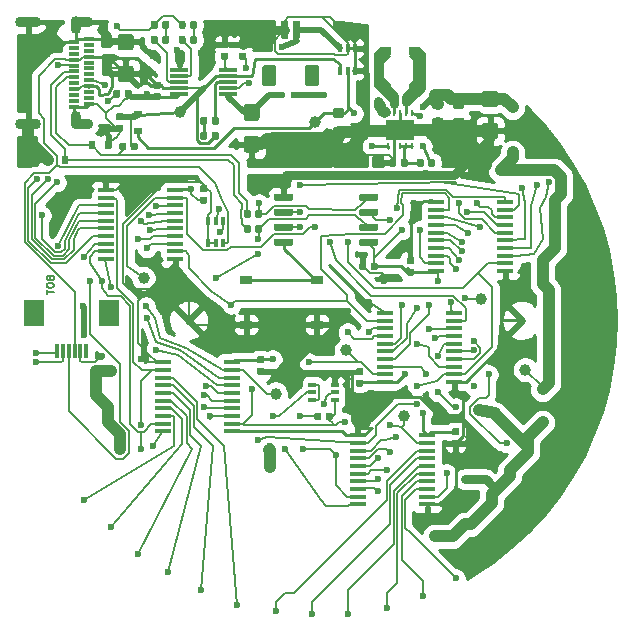
<source format=gbr>
G04 #@! TF.GenerationSoftware,KiCad,Pcbnew,5.1.5-52549c5~84~ubuntu18.04.1*
G04 #@! TF.CreationDate,2020-02-24T22:50:41+01:00*
G04 #@! TF.ProjectId,chase,63686173-652e-46b6-9963-61645f706362,rev?*
G04 #@! TF.SameCoordinates,Original*
G04 #@! TF.FileFunction,Copper,L2,Bot*
G04 #@! TF.FilePolarity,Positive*
%FSLAX46Y46*%
G04 Gerber Fmt 4.6, Leading zero omitted, Abs format (unit mm)*
G04 Created by KiCad (PCBNEW 5.1.5-52549c5~84~ubuntu18.04.1) date 2020-02-24 22:50:41*
%MOMM*%
%LPD*%
G04 APERTURE LIST*
%ADD10C,0.150000*%
%ADD11R,0.300000X1.300000*%
%ADD12R,1.800000X2.200000*%
%ADD13C,1.000000*%
%ADD14R,0.400000X0.650000*%
%ADD15C,0.100000*%
%ADD16R,0.600000X0.700000*%
%ADD17R,0.650000X0.400000*%
%ADD18R,1.000000X0.750000*%
%ADD19R,1.475000X0.450000*%
%ADD20R,0.950000X0.300000*%
%ADD21O,2.200000X0.900000*%
%ADD22O,1.900000X0.900000*%
%ADD23O,0.900000X1.500000*%
%ADD24C,0.500000*%
%ADD25R,0.240000X0.600000*%
%ADD26R,0.870000X2.790000*%
%ADD27R,0.890000X0.775000*%
%ADD28R,0.700000X0.600000*%
%ADD29R,1.498600X0.330200*%
%ADD30C,0.600000*%
%ADD31C,0.250000*%
%ADD32C,0.750000*%
%ADD33C,1.000000*%
%ADD34C,0.500000*%
%ADD35C,0.200000*%
%ADD36C,0.254000*%
G04 APERTURE END LIST*
D10*
X104136142Y-123237000D02*
X104164714Y-123322714D01*
X104193285Y-123351285D01*
X104250428Y-123379857D01*
X104336142Y-123379857D01*
X104393285Y-123351285D01*
X104421857Y-123322714D01*
X104450428Y-123265571D01*
X104450428Y-123037000D01*
X103850428Y-123037000D01*
X103850428Y-123237000D01*
X103879000Y-123294142D01*
X103907571Y-123322714D01*
X103964714Y-123351285D01*
X104021857Y-123351285D01*
X104079000Y-123322714D01*
X104107571Y-123294142D01*
X104136142Y-123237000D01*
X104136142Y-123037000D01*
X103850428Y-123751285D02*
X103850428Y-123865571D01*
X103879000Y-123922714D01*
X103936142Y-123979857D01*
X104050428Y-124008428D01*
X104250428Y-124008428D01*
X104364714Y-123979857D01*
X104421857Y-123922714D01*
X104450428Y-123865571D01*
X104450428Y-123751285D01*
X104421857Y-123694142D01*
X104364714Y-123637000D01*
X104250428Y-123608428D01*
X104050428Y-123608428D01*
X103936142Y-123637000D01*
X103879000Y-123694142D01*
X103850428Y-123751285D01*
X103850428Y-124179857D02*
X103850428Y-124522714D01*
X104450428Y-124351285D02*
X103850428Y-124351285D01*
D11*
X107207000Y-129397000D03*
X106707000Y-129397000D03*
X106207000Y-129397000D03*
X105707000Y-129397000D03*
X105207000Y-129397000D03*
X104707000Y-129397000D03*
D12*
X102807000Y-126147000D03*
X109107000Y-126147000D03*
D13*
X144374500Y-130976000D03*
D14*
X118799000Y-118342000D03*
X117499000Y-118342000D03*
X118149000Y-120242000D03*
X118149000Y-118342000D03*
X117499000Y-120242000D03*
X118799000Y-120242000D03*
G04 #@! TA.AperFunction,SMDPad,CuDef*
D15*
G36*
X128840691Y-110372053D02*
G01*
X128861926Y-110375203D01*
X128882750Y-110380419D01*
X128902962Y-110387651D01*
X128922368Y-110396830D01*
X128940781Y-110407866D01*
X128958024Y-110420654D01*
X128973930Y-110435070D01*
X128988346Y-110450976D01*
X129001134Y-110468219D01*
X129012170Y-110486632D01*
X129021349Y-110506038D01*
X129028581Y-110526250D01*
X129033797Y-110547074D01*
X129036947Y-110568309D01*
X129038000Y-110589750D01*
X129038000Y-111027250D01*
X129036947Y-111048691D01*
X129033797Y-111069926D01*
X129028581Y-111090750D01*
X129021349Y-111110962D01*
X129012170Y-111130368D01*
X129001134Y-111148781D01*
X128988346Y-111166024D01*
X128973930Y-111181930D01*
X128958024Y-111196346D01*
X128940781Y-111209134D01*
X128922368Y-111220170D01*
X128902962Y-111229349D01*
X128882750Y-111236581D01*
X128861926Y-111241797D01*
X128840691Y-111244947D01*
X128819250Y-111246000D01*
X128306750Y-111246000D01*
X128285309Y-111244947D01*
X128264074Y-111241797D01*
X128243250Y-111236581D01*
X128223038Y-111229349D01*
X128203632Y-111220170D01*
X128185219Y-111209134D01*
X128167976Y-111196346D01*
X128152070Y-111181930D01*
X128137654Y-111166024D01*
X128124866Y-111148781D01*
X128113830Y-111130368D01*
X128104651Y-111110962D01*
X128097419Y-111090750D01*
X128092203Y-111069926D01*
X128089053Y-111048691D01*
X128088000Y-111027250D01*
X128088000Y-110589750D01*
X128089053Y-110568309D01*
X128092203Y-110547074D01*
X128097419Y-110526250D01*
X128104651Y-110506038D01*
X128113830Y-110486632D01*
X128124866Y-110468219D01*
X128137654Y-110450976D01*
X128152070Y-110435070D01*
X128167976Y-110420654D01*
X128185219Y-110407866D01*
X128203632Y-110396830D01*
X128223038Y-110387651D01*
X128243250Y-110380419D01*
X128264074Y-110375203D01*
X128285309Y-110372053D01*
X128306750Y-110371000D01*
X128819250Y-110371000D01*
X128840691Y-110372053D01*
G37*
G04 #@! TD.AperFunction*
G04 #@! TA.AperFunction,SMDPad,CuDef*
G36*
X128840691Y-108797053D02*
G01*
X128861926Y-108800203D01*
X128882750Y-108805419D01*
X128902962Y-108812651D01*
X128922368Y-108821830D01*
X128940781Y-108832866D01*
X128958024Y-108845654D01*
X128973930Y-108860070D01*
X128988346Y-108875976D01*
X129001134Y-108893219D01*
X129012170Y-108911632D01*
X129021349Y-108931038D01*
X129028581Y-108951250D01*
X129033797Y-108972074D01*
X129036947Y-108993309D01*
X129038000Y-109014750D01*
X129038000Y-109452250D01*
X129036947Y-109473691D01*
X129033797Y-109494926D01*
X129028581Y-109515750D01*
X129021349Y-109535962D01*
X129012170Y-109555368D01*
X129001134Y-109573781D01*
X128988346Y-109591024D01*
X128973930Y-109606930D01*
X128958024Y-109621346D01*
X128940781Y-109634134D01*
X128922368Y-109645170D01*
X128902962Y-109654349D01*
X128882750Y-109661581D01*
X128861926Y-109666797D01*
X128840691Y-109669947D01*
X128819250Y-109671000D01*
X128306750Y-109671000D01*
X128285309Y-109669947D01*
X128264074Y-109666797D01*
X128243250Y-109661581D01*
X128223038Y-109654349D01*
X128203632Y-109645170D01*
X128185219Y-109634134D01*
X128167976Y-109621346D01*
X128152070Y-109606930D01*
X128137654Y-109591024D01*
X128124866Y-109573781D01*
X128113830Y-109555368D01*
X128104651Y-109535962D01*
X128097419Y-109515750D01*
X128092203Y-109494926D01*
X128089053Y-109473691D01*
X128088000Y-109452250D01*
X128088000Y-109014750D01*
X128089053Y-108993309D01*
X128092203Y-108972074D01*
X128097419Y-108951250D01*
X128104651Y-108931038D01*
X128113830Y-108911632D01*
X128124866Y-108893219D01*
X128137654Y-108875976D01*
X128152070Y-108860070D01*
X128167976Y-108845654D01*
X128185219Y-108832866D01*
X128203632Y-108821830D01*
X128223038Y-108812651D01*
X128243250Y-108805419D01*
X128264074Y-108800203D01*
X128285309Y-108797053D01*
X128306750Y-108796000D01*
X128819250Y-108796000D01*
X128840691Y-108797053D01*
G37*
G04 #@! TD.AperFunction*
D14*
X129975000Y-103737000D03*
X128675000Y-103737000D03*
X129325000Y-105637000D03*
X129325000Y-103737000D03*
X128675000Y-105637000D03*
X129975000Y-105637000D03*
G04 #@! TA.AperFunction,SMDPad,CuDef*
D15*
G36*
X139000691Y-109610053D02*
G01*
X139021926Y-109613203D01*
X139042750Y-109618419D01*
X139062962Y-109625651D01*
X139082368Y-109634830D01*
X139100781Y-109645866D01*
X139118024Y-109658654D01*
X139133930Y-109673070D01*
X139148346Y-109688976D01*
X139161134Y-109706219D01*
X139172170Y-109724632D01*
X139181349Y-109744038D01*
X139188581Y-109764250D01*
X139193797Y-109785074D01*
X139196947Y-109806309D01*
X139198000Y-109827750D01*
X139198000Y-110265250D01*
X139196947Y-110286691D01*
X139193797Y-110307926D01*
X139188581Y-110328750D01*
X139181349Y-110348962D01*
X139172170Y-110368368D01*
X139161134Y-110386781D01*
X139148346Y-110404024D01*
X139133930Y-110419930D01*
X139118024Y-110434346D01*
X139100781Y-110447134D01*
X139082368Y-110458170D01*
X139062962Y-110467349D01*
X139042750Y-110474581D01*
X139021926Y-110479797D01*
X139000691Y-110482947D01*
X138979250Y-110484000D01*
X138466750Y-110484000D01*
X138445309Y-110482947D01*
X138424074Y-110479797D01*
X138403250Y-110474581D01*
X138383038Y-110467349D01*
X138363632Y-110458170D01*
X138345219Y-110447134D01*
X138327976Y-110434346D01*
X138312070Y-110419930D01*
X138297654Y-110404024D01*
X138284866Y-110386781D01*
X138273830Y-110368368D01*
X138264651Y-110348962D01*
X138257419Y-110328750D01*
X138252203Y-110307926D01*
X138249053Y-110286691D01*
X138248000Y-110265250D01*
X138248000Y-109827750D01*
X138249053Y-109806309D01*
X138252203Y-109785074D01*
X138257419Y-109764250D01*
X138264651Y-109744038D01*
X138273830Y-109724632D01*
X138284866Y-109706219D01*
X138297654Y-109688976D01*
X138312070Y-109673070D01*
X138327976Y-109658654D01*
X138345219Y-109645866D01*
X138363632Y-109634830D01*
X138383038Y-109625651D01*
X138403250Y-109618419D01*
X138424074Y-109613203D01*
X138445309Y-109610053D01*
X138466750Y-109609000D01*
X138979250Y-109609000D01*
X139000691Y-109610053D01*
G37*
G04 #@! TD.AperFunction*
G04 #@! TA.AperFunction,SMDPad,CuDef*
G36*
X139000691Y-108035053D02*
G01*
X139021926Y-108038203D01*
X139042750Y-108043419D01*
X139062962Y-108050651D01*
X139082368Y-108059830D01*
X139100781Y-108070866D01*
X139118024Y-108083654D01*
X139133930Y-108098070D01*
X139148346Y-108113976D01*
X139161134Y-108131219D01*
X139172170Y-108149632D01*
X139181349Y-108169038D01*
X139188581Y-108189250D01*
X139193797Y-108210074D01*
X139196947Y-108231309D01*
X139198000Y-108252750D01*
X139198000Y-108690250D01*
X139196947Y-108711691D01*
X139193797Y-108732926D01*
X139188581Y-108753750D01*
X139181349Y-108773962D01*
X139172170Y-108793368D01*
X139161134Y-108811781D01*
X139148346Y-108829024D01*
X139133930Y-108844930D01*
X139118024Y-108859346D01*
X139100781Y-108872134D01*
X139082368Y-108883170D01*
X139062962Y-108892349D01*
X139042750Y-108899581D01*
X139021926Y-108904797D01*
X139000691Y-108907947D01*
X138979250Y-108909000D01*
X138466750Y-108909000D01*
X138445309Y-108907947D01*
X138424074Y-108904797D01*
X138403250Y-108899581D01*
X138383038Y-108892349D01*
X138363632Y-108883170D01*
X138345219Y-108872134D01*
X138327976Y-108859346D01*
X138312070Y-108844930D01*
X138297654Y-108829024D01*
X138284866Y-108811781D01*
X138273830Y-108793368D01*
X138264651Y-108773962D01*
X138257419Y-108753750D01*
X138252203Y-108732926D01*
X138249053Y-108711691D01*
X138248000Y-108690250D01*
X138248000Y-108252750D01*
X138249053Y-108231309D01*
X138252203Y-108210074D01*
X138257419Y-108189250D01*
X138264651Y-108169038D01*
X138273830Y-108149632D01*
X138284866Y-108131219D01*
X138297654Y-108113976D01*
X138312070Y-108098070D01*
X138327976Y-108083654D01*
X138345219Y-108070866D01*
X138363632Y-108059830D01*
X138383038Y-108050651D01*
X138403250Y-108043419D01*
X138424074Y-108038203D01*
X138445309Y-108035053D01*
X138466750Y-108034000D01*
X138979250Y-108034000D01*
X139000691Y-108035053D01*
G37*
G04 #@! TD.AperFunction*
G04 #@! TA.AperFunction,SMDPad,CuDef*
G36*
X137222691Y-109610053D02*
G01*
X137243926Y-109613203D01*
X137264750Y-109618419D01*
X137284962Y-109625651D01*
X137304368Y-109634830D01*
X137322781Y-109645866D01*
X137340024Y-109658654D01*
X137355930Y-109673070D01*
X137370346Y-109688976D01*
X137383134Y-109706219D01*
X137394170Y-109724632D01*
X137403349Y-109744038D01*
X137410581Y-109764250D01*
X137415797Y-109785074D01*
X137418947Y-109806309D01*
X137420000Y-109827750D01*
X137420000Y-110265250D01*
X137418947Y-110286691D01*
X137415797Y-110307926D01*
X137410581Y-110328750D01*
X137403349Y-110348962D01*
X137394170Y-110368368D01*
X137383134Y-110386781D01*
X137370346Y-110404024D01*
X137355930Y-110419930D01*
X137340024Y-110434346D01*
X137322781Y-110447134D01*
X137304368Y-110458170D01*
X137284962Y-110467349D01*
X137264750Y-110474581D01*
X137243926Y-110479797D01*
X137222691Y-110482947D01*
X137201250Y-110484000D01*
X136688750Y-110484000D01*
X136667309Y-110482947D01*
X136646074Y-110479797D01*
X136625250Y-110474581D01*
X136605038Y-110467349D01*
X136585632Y-110458170D01*
X136567219Y-110447134D01*
X136549976Y-110434346D01*
X136534070Y-110419930D01*
X136519654Y-110404024D01*
X136506866Y-110386781D01*
X136495830Y-110368368D01*
X136486651Y-110348962D01*
X136479419Y-110328750D01*
X136474203Y-110307926D01*
X136471053Y-110286691D01*
X136470000Y-110265250D01*
X136470000Y-109827750D01*
X136471053Y-109806309D01*
X136474203Y-109785074D01*
X136479419Y-109764250D01*
X136486651Y-109744038D01*
X136495830Y-109724632D01*
X136506866Y-109706219D01*
X136519654Y-109688976D01*
X136534070Y-109673070D01*
X136549976Y-109658654D01*
X136567219Y-109645866D01*
X136585632Y-109634830D01*
X136605038Y-109625651D01*
X136625250Y-109618419D01*
X136646074Y-109613203D01*
X136667309Y-109610053D01*
X136688750Y-109609000D01*
X137201250Y-109609000D01*
X137222691Y-109610053D01*
G37*
G04 #@! TD.AperFunction*
G04 #@! TA.AperFunction,SMDPad,CuDef*
G36*
X137222691Y-108035053D02*
G01*
X137243926Y-108038203D01*
X137264750Y-108043419D01*
X137284962Y-108050651D01*
X137304368Y-108059830D01*
X137322781Y-108070866D01*
X137340024Y-108083654D01*
X137355930Y-108098070D01*
X137370346Y-108113976D01*
X137383134Y-108131219D01*
X137394170Y-108149632D01*
X137403349Y-108169038D01*
X137410581Y-108189250D01*
X137415797Y-108210074D01*
X137418947Y-108231309D01*
X137420000Y-108252750D01*
X137420000Y-108690250D01*
X137418947Y-108711691D01*
X137415797Y-108732926D01*
X137410581Y-108753750D01*
X137403349Y-108773962D01*
X137394170Y-108793368D01*
X137383134Y-108811781D01*
X137370346Y-108829024D01*
X137355930Y-108844930D01*
X137340024Y-108859346D01*
X137322781Y-108872134D01*
X137304368Y-108883170D01*
X137284962Y-108892349D01*
X137264750Y-108899581D01*
X137243926Y-108904797D01*
X137222691Y-108907947D01*
X137201250Y-108909000D01*
X136688750Y-108909000D01*
X136667309Y-108907947D01*
X136646074Y-108904797D01*
X136625250Y-108899581D01*
X136605038Y-108892349D01*
X136585632Y-108883170D01*
X136567219Y-108872134D01*
X136549976Y-108859346D01*
X136534070Y-108844930D01*
X136519654Y-108829024D01*
X136506866Y-108811781D01*
X136495830Y-108793368D01*
X136486651Y-108773962D01*
X136479419Y-108753750D01*
X136474203Y-108732926D01*
X136471053Y-108711691D01*
X136470000Y-108690250D01*
X136470000Y-108252750D01*
X136471053Y-108231309D01*
X136474203Y-108210074D01*
X136479419Y-108189250D01*
X136486651Y-108169038D01*
X136495830Y-108149632D01*
X136506866Y-108131219D01*
X136519654Y-108113976D01*
X136534070Y-108098070D01*
X136549976Y-108083654D01*
X136567219Y-108070866D01*
X136585632Y-108059830D01*
X136605038Y-108050651D01*
X136625250Y-108043419D01*
X136646074Y-108038203D01*
X136667309Y-108035053D01*
X136688750Y-108034000D01*
X137201250Y-108034000D01*
X137222691Y-108035053D01*
G37*
G04 #@! TD.AperFunction*
D13*
X112053000Y-123229000D03*
G04 #@! TA.AperFunction,SMDPad,CuDef*
D15*
G36*
X123073505Y-105155204D02*
G01*
X123097773Y-105158804D01*
X123121572Y-105164765D01*
X123144671Y-105173030D01*
X123166850Y-105183520D01*
X123187893Y-105196132D01*
X123207599Y-105210747D01*
X123225777Y-105227223D01*
X123242253Y-105245401D01*
X123256868Y-105265107D01*
X123269480Y-105286150D01*
X123279970Y-105308329D01*
X123288235Y-105331428D01*
X123294196Y-105355227D01*
X123297796Y-105379495D01*
X123299000Y-105403999D01*
X123299000Y-106704001D01*
X123297796Y-106728505D01*
X123294196Y-106752773D01*
X123288235Y-106776572D01*
X123279970Y-106799671D01*
X123269480Y-106821850D01*
X123256868Y-106842893D01*
X123242253Y-106862599D01*
X123225777Y-106880777D01*
X123207599Y-106897253D01*
X123187893Y-106911868D01*
X123166850Y-106924480D01*
X123144671Y-106934970D01*
X123121572Y-106943235D01*
X123097773Y-106949196D01*
X123073505Y-106952796D01*
X123049001Y-106954000D01*
X122348999Y-106954000D01*
X122324495Y-106952796D01*
X122300227Y-106949196D01*
X122276428Y-106943235D01*
X122253329Y-106934970D01*
X122231150Y-106924480D01*
X122210107Y-106911868D01*
X122190401Y-106897253D01*
X122172223Y-106880777D01*
X122155747Y-106862599D01*
X122141132Y-106842893D01*
X122128520Y-106821850D01*
X122118030Y-106799671D01*
X122109765Y-106776572D01*
X122103804Y-106752773D01*
X122100204Y-106728505D01*
X122099000Y-106704001D01*
X122099000Y-105403999D01*
X122100204Y-105379495D01*
X122103804Y-105355227D01*
X122109765Y-105331428D01*
X122118030Y-105308329D01*
X122128520Y-105286150D01*
X122141132Y-105265107D01*
X122155747Y-105245401D01*
X122172223Y-105227223D01*
X122190401Y-105210747D01*
X122210107Y-105196132D01*
X122231150Y-105183520D01*
X122253329Y-105173030D01*
X122276428Y-105164765D01*
X122300227Y-105158804D01*
X122324495Y-105155204D01*
X122348999Y-105154000D01*
X123049001Y-105154000D01*
X123073505Y-105155204D01*
G37*
G04 #@! TD.AperFunction*
G04 #@! TA.AperFunction,SMDPad,CuDef*
G36*
X126673505Y-105155204D02*
G01*
X126697773Y-105158804D01*
X126721572Y-105164765D01*
X126744671Y-105173030D01*
X126766850Y-105183520D01*
X126787893Y-105196132D01*
X126807599Y-105210747D01*
X126825777Y-105227223D01*
X126842253Y-105245401D01*
X126856868Y-105265107D01*
X126869480Y-105286150D01*
X126879970Y-105308329D01*
X126888235Y-105331428D01*
X126894196Y-105355227D01*
X126897796Y-105379495D01*
X126899000Y-105403999D01*
X126899000Y-106704001D01*
X126897796Y-106728505D01*
X126894196Y-106752773D01*
X126888235Y-106776572D01*
X126879970Y-106799671D01*
X126869480Y-106821850D01*
X126856868Y-106842893D01*
X126842253Y-106862599D01*
X126825777Y-106880777D01*
X126807599Y-106897253D01*
X126787893Y-106911868D01*
X126766850Y-106924480D01*
X126744671Y-106934970D01*
X126721572Y-106943235D01*
X126697773Y-106949196D01*
X126673505Y-106952796D01*
X126649001Y-106954000D01*
X125948999Y-106954000D01*
X125924495Y-106952796D01*
X125900227Y-106949196D01*
X125876428Y-106943235D01*
X125853329Y-106934970D01*
X125831150Y-106924480D01*
X125810107Y-106911868D01*
X125790401Y-106897253D01*
X125772223Y-106880777D01*
X125755747Y-106862599D01*
X125741132Y-106842893D01*
X125728520Y-106821850D01*
X125718030Y-106799671D01*
X125709765Y-106776572D01*
X125703804Y-106752773D01*
X125700204Y-106728505D01*
X125699000Y-106704001D01*
X125699000Y-105403999D01*
X125700204Y-105379495D01*
X125703804Y-105355227D01*
X125709765Y-105331428D01*
X125718030Y-105308329D01*
X125728520Y-105286150D01*
X125741132Y-105265107D01*
X125755747Y-105245401D01*
X125772223Y-105227223D01*
X125790401Y-105210747D01*
X125810107Y-105196132D01*
X125831150Y-105183520D01*
X125853329Y-105173030D01*
X125876428Y-105164765D01*
X125900227Y-105158804D01*
X125924495Y-105155204D01*
X125948999Y-105154000D01*
X126649001Y-105154000D01*
X126673505Y-105155204D01*
G37*
G04 #@! TD.AperFunction*
G04 #@! TA.AperFunction,SMDPad,CuDef*
G36*
X124163703Y-101404722D02*
G01*
X124178264Y-101406882D01*
X124192543Y-101410459D01*
X124206403Y-101415418D01*
X124219710Y-101421712D01*
X124232336Y-101429280D01*
X124244159Y-101438048D01*
X124255066Y-101447934D01*
X124264952Y-101458841D01*
X124273720Y-101470664D01*
X124281288Y-101483290D01*
X124287582Y-101496597D01*
X124292541Y-101510457D01*
X124296118Y-101524736D01*
X124298278Y-101539297D01*
X124299000Y-101554000D01*
X124299000Y-102804000D01*
X124298278Y-102818703D01*
X124296118Y-102833264D01*
X124292541Y-102847543D01*
X124287582Y-102861403D01*
X124281288Y-102874710D01*
X124273720Y-102887336D01*
X124264952Y-102899159D01*
X124255066Y-102910066D01*
X124244159Y-102919952D01*
X124232336Y-102928720D01*
X124219710Y-102936288D01*
X124206403Y-102942582D01*
X124192543Y-102947541D01*
X124178264Y-102951118D01*
X124163703Y-102953278D01*
X124149000Y-102954000D01*
X123849000Y-102954000D01*
X123834297Y-102953278D01*
X123819736Y-102951118D01*
X123805457Y-102947541D01*
X123791597Y-102942582D01*
X123778290Y-102936288D01*
X123765664Y-102928720D01*
X123753841Y-102919952D01*
X123742934Y-102910066D01*
X123733048Y-102899159D01*
X123724280Y-102887336D01*
X123716712Y-102874710D01*
X123710418Y-102861403D01*
X123705459Y-102847543D01*
X123701882Y-102833264D01*
X123699722Y-102818703D01*
X123699000Y-102804000D01*
X123699000Y-101554000D01*
X123699722Y-101539297D01*
X123701882Y-101524736D01*
X123705459Y-101510457D01*
X123710418Y-101496597D01*
X123716712Y-101483290D01*
X123724280Y-101470664D01*
X123733048Y-101458841D01*
X123742934Y-101447934D01*
X123753841Y-101438048D01*
X123765664Y-101429280D01*
X123778290Y-101421712D01*
X123791597Y-101415418D01*
X123805457Y-101410459D01*
X123819736Y-101406882D01*
X123834297Y-101404722D01*
X123849000Y-101404000D01*
X124149000Y-101404000D01*
X124163703Y-101404722D01*
G37*
G04 #@! TD.AperFunction*
G04 #@! TA.AperFunction,SMDPad,CuDef*
G36*
X125163703Y-101404722D02*
G01*
X125178264Y-101406882D01*
X125192543Y-101410459D01*
X125206403Y-101415418D01*
X125219710Y-101421712D01*
X125232336Y-101429280D01*
X125244159Y-101438048D01*
X125255066Y-101447934D01*
X125264952Y-101458841D01*
X125273720Y-101470664D01*
X125281288Y-101483290D01*
X125287582Y-101496597D01*
X125292541Y-101510457D01*
X125296118Y-101524736D01*
X125298278Y-101539297D01*
X125299000Y-101554000D01*
X125299000Y-102804000D01*
X125298278Y-102818703D01*
X125296118Y-102833264D01*
X125292541Y-102847543D01*
X125287582Y-102861403D01*
X125281288Y-102874710D01*
X125273720Y-102887336D01*
X125264952Y-102899159D01*
X125255066Y-102910066D01*
X125244159Y-102919952D01*
X125232336Y-102928720D01*
X125219710Y-102936288D01*
X125206403Y-102942582D01*
X125192543Y-102947541D01*
X125178264Y-102951118D01*
X125163703Y-102953278D01*
X125149000Y-102954000D01*
X124849000Y-102954000D01*
X124834297Y-102953278D01*
X124819736Y-102951118D01*
X124805457Y-102947541D01*
X124791597Y-102942582D01*
X124778290Y-102936288D01*
X124765664Y-102928720D01*
X124753841Y-102919952D01*
X124742934Y-102910066D01*
X124733048Y-102899159D01*
X124724280Y-102887336D01*
X124716712Y-102874710D01*
X124710418Y-102861403D01*
X124705459Y-102847543D01*
X124701882Y-102833264D01*
X124699722Y-102818703D01*
X124699000Y-102804000D01*
X124699000Y-101554000D01*
X124699722Y-101539297D01*
X124701882Y-101524736D01*
X124705459Y-101510457D01*
X124710418Y-101496597D01*
X124716712Y-101483290D01*
X124724280Y-101470664D01*
X124733048Y-101458841D01*
X124742934Y-101447934D01*
X124753841Y-101438048D01*
X124765664Y-101429280D01*
X124778290Y-101421712D01*
X124791597Y-101415418D01*
X124805457Y-101410459D01*
X124819736Y-101406882D01*
X124834297Y-101404722D01*
X124849000Y-101404000D01*
X125149000Y-101404000D01*
X125163703Y-101404722D01*
G37*
G04 #@! TD.AperFunction*
G04 #@! TA.AperFunction,SMDPad,CuDef*
G36*
X121646505Y-111180204D02*
G01*
X121670773Y-111183804D01*
X121694572Y-111189765D01*
X121717671Y-111198030D01*
X121739850Y-111208520D01*
X121760893Y-111221132D01*
X121780599Y-111235747D01*
X121798777Y-111252223D01*
X121815253Y-111270401D01*
X121829868Y-111290107D01*
X121842480Y-111311150D01*
X121852970Y-111333329D01*
X121861235Y-111356428D01*
X121867196Y-111380227D01*
X121870796Y-111404495D01*
X121872000Y-111428999D01*
X121872000Y-112329001D01*
X121870796Y-112353505D01*
X121867196Y-112377773D01*
X121861235Y-112401572D01*
X121852970Y-112424671D01*
X121842480Y-112446850D01*
X121829868Y-112467893D01*
X121815253Y-112487599D01*
X121798777Y-112505777D01*
X121780599Y-112522253D01*
X121760893Y-112536868D01*
X121739850Y-112549480D01*
X121717671Y-112559970D01*
X121694572Y-112568235D01*
X121670773Y-112574196D01*
X121646505Y-112577796D01*
X121622001Y-112579000D01*
X120771999Y-112579000D01*
X120747495Y-112577796D01*
X120723227Y-112574196D01*
X120699428Y-112568235D01*
X120676329Y-112559970D01*
X120654150Y-112549480D01*
X120633107Y-112536868D01*
X120613401Y-112522253D01*
X120595223Y-112505777D01*
X120578747Y-112487599D01*
X120564132Y-112467893D01*
X120551520Y-112446850D01*
X120541030Y-112424671D01*
X120532765Y-112401572D01*
X120526804Y-112377773D01*
X120523204Y-112353505D01*
X120522000Y-112329001D01*
X120522000Y-111428999D01*
X120523204Y-111404495D01*
X120526804Y-111380227D01*
X120532765Y-111356428D01*
X120541030Y-111333329D01*
X120551520Y-111311150D01*
X120564132Y-111290107D01*
X120578747Y-111270401D01*
X120595223Y-111252223D01*
X120613401Y-111235747D01*
X120633107Y-111221132D01*
X120654150Y-111208520D01*
X120676329Y-111198030D01*
X120699428Y-111189765D01*
X120723227Y-111183804D01*
X120747495Y-111180204D01*
X120771999Y-111179000D01*
X121622001Y-111179000D01*
X121646505Y-111180204D01*
G37*
G04 #@! TD.AperFunction*
G04 #@! TA.AperFunction,SMDPad,CuDef*
G36*
X121646505Y-108480204D02*
G01*
X121670773Y-108483804D01*
X121694572Y-108489765D01*
X121717671Y-108498030D01*
X121739850Y-108508520D01*
X121760893Y-108521132D01*
X121780599Y-108535747D01*
X121798777Y-108552223D01*
X121815253Y-108570401D01*
X121829868Y-108590107D01*
X121842480Y-108611150D01*
X121852970Y-108633329D01*
X121861235Y-108656428D01*
X121867196Y-108680227D01*
X121870796Y-108704495D01*
X121872000Y-108728999D01*
X121872000Y-109629001D01*
X121870796Y-109653505D01*
X121867196Y-109677773D01*
X121861235Y-109701572D01*
X121852970Y-109724671D01*
X121842480Y-109746850D01*
X121829868Y-109767893D01*
X121815253Y-109787599D01*
X121798777Y-109805777D01*
X121780599Y-109822253D01*
X121760893Y-109836868D01*
X121739850Y-109849480D01*
X121717671Y-109859970D01*
X121694572Y-109868235D01*
X121670773Y-109874196D01*
X121646505Y-109877796D01*
X121622001Y-109879000D01*
X120771999Y-109879000D01*
X120747495Y-109877796D01*
X120723227Y-109874196D01*
X120699428Y-109868235D01*
X120676329Y-109859970D01*
X120654150Y-109849480D01*
X120633107Y-109836868D01*
X120613401Y-109822253D01*
X120595223Y-109805777D01*
X120578747Y-109787599D01*
X120564132Y-109767893D01*
X120551520Y-109746850D01*
X120541030Y-109724671D01*
X120532765Y-109701572D01*
X120526804Y-109677773D01*
X120523204Y-109653505D01*
X120522000Y-109629001D01*
X120522000Y-108728999D01*
X120523204Y-108704495D01*
X120526804Y-108680227D01*
X120532765Y-108656428D01*
X120541030Y-108633329D01*
X120551520Y-108611150D01*
X120564132Y-108590107D01*
X120578747Y-108570401D01*
X120595223Y-108552223D01*
X120613401Y-108535747D01*
X120633107Y-108521132D01*
X120654150Y-108508520D01*
X120676329Y-108498030D01*
X120699428Y-108489765D01*
X120723227Y-108483804D01*
X120747495Y-108480204D01*
X120771999Y-108479000D01*
X121622001Y-108479000D01*
X121646505Y-108480204D01*
G37*
G04 #@! TD.AperFunction*
D16*
X107670000Y-111926000D03*
X109070000Y-111926000D03*
X105387000Y-113196000D03*
X103987000Y-113196000D03*
G04 #@! TA.AperFunction,SMDPad,CuDef*
D15*
G36*
X121000958Y-117448710D02*
G01*
X121015276Y-117450834D01*
X121029317Y-117454351D01*
X121042946Y-117459228D01*
X121056031Y-117465417D01*
X121068447Y-117472858D01*
X121080073Y-117481481D01*
X121090798Y-117491202D01*
X121100519Y-117501927D01*
X121109142Y-117513553D01*
X121116583Y-117525969D01*
X121122772Y-117539054D01*
X121127649Y-117552683D01*
X121131166Y-117566724D01*
X121133290Y-117581042D01*
X121134000Y-117595500D01*
X121134000Y-117940500D01*
X121133290Y-117954958D01*
X121131166Y-117969276D01*
X121127649Y-117983317D01*
X121122772Y-117996946D01*
X121116583Y-118010031D01*
X121109142Y-118022447D01*
X121100519Y-118034073D01*
X121090798Y-118044798D01*
X121080073Y-118054519D01*
X121068447Y-118063142D01*
X121056031Y-118070583D01*
X121042946Y-118076772D01*
X121029317Y-118081649D01*
X121015276Y-118085166D01*
X121000958Y-118087290D01*
X120986500Y-118088000D01*
X120691500Y-118088000D01*
X120677042Y-118087290D01*
X120662724Y-118085166D01*
X120648683Y-118081649D01*
X120635054Y-118076772D01*
X120621969Y-118070583D01*
X120609553Y-118063142D01*
X120597927Y-118054519D01*
X120587202Y-118044798D01*
X120577481Y-118034073D01*
X120568858Y-118022447D01*
X120561417Y-118010031D01*
X120555228Y-117996946D01*
X120550351Y-117983317D01*
X120546834Y-117969276D01*
X120544710Y-117954958D01*
X120544000Y-117940500D01*
X120544000Y-117595500D01*
X120544710Y-117581042D01*
X120546834Y-117566724D01*
X120550351Y-117552683D01*
X120555228Y-117539054D01*
X120561417Y-117525969D01*
X120568858Y-117513553D01*
X120577481Y-117501927D01*
X120587202Y-117491202D01*
X120597927Y-117481481D01*
X120609553Y-117472858D01*
X120621969Y-117465417D01*
X120635054Y-117459228D01*
X120648683Y-117454351D01*
X120662724Y-117450834D01*
X120677042Y-117448710D01*
X120691500Y-117448000D01*
X120986500Y-117448000D01*
X121000958Y-117448710D01*
G37*
G04 #@! TD.AperFunction*
G04 #@! TA.AperFunction,SMDPad,CuDef*
G36*
X121970958Y-117448710D02*
G01*
X121985276Y-117450834D01*
X121999317Y-117454351D01*
X122012946Y-117459228D01*
X122026031Y-117465417D01*
X122038447Y-117472858D01*
X122050073Y-117481481D01*
X122060798Y-117491202D01*
X122070519Y-117501927D01*
X122079142Y-117513553D01*
X122086583Y-117525969D01*
X122092772Y-117539054D01*
X122097649Y-117552683D01*
X122101166Y-117566724D01*
X122103290Y-117581042D01*
X122104000Y-117595500D01*
X122104000Y-117940500D01*
X122103290Y-117954958D01*
X122101166Y-117969276D01*
X122097649Y-117983317D01*
X122092772Y-117996946D01*
X122086583Y-118010031D01*
X122079142Y-118022447D01*
X122070519Y-118034073D01*
X122060798Y-118044798D01*
X122050073Y-118054519D01*
X122038447Y-118063142D01*
X122026031Y-118070583D01*
X122012946Y-118076772D01*
X121999317Y-118081649D01*
X121985276Y-118085166D01*
X121970958Y-118087290D01*
X121956500Y-118088000D01*
X121661500Y-118088000D01*
X121647042Y-118087290D01*
X121632724Y-118085166D01*
X121618683Y-118081649D01*
X121605054Y-118076772D01*
X121591969Y-118070583D01*
X121579553Y-118063142D01*
X121567927Y-118054519D01*
X121557202Y-118044798D01*
X121547481Y-118034073D01*
X121538858Y-118022447D01*
X121531417Y-118010031D01*
X121525228Y-117996946D01*
X121520351Y-117983317D01*
X121516834Y-117969276D01*
X121514710Y-117954958D01*
X121514000Y-117940500D01*
X121514000Y-117595500D01*
X121514710Y-117581042D01*
X121516834Y-117566724D01*
X121520351Y-117552683D01*
X121525228Y-117539054D01*
X121531417Y-117525969D01*
X121538858Y-117513553D01*
X121547481Y-117501927D01*
X121557202Y-117491202D01*
X121567927Y-117481481D01*
X121579553Y-117472858D01*
X121591969Y-117465417D01*
X121605054Y-117459228D01*
X121618683Y-117454351D01*
X121632724Y-117450834D01*
X121647042Y-117448710D01*
X121661500Y-117448000D01*
X121956500Y-117448000D01*
X121970958Y-117448710D01*
G37*
G04 #@! TD.AperFunction*
G04 #@! TA.AperFunction,SMDPad,CuDef*
G36*
X121000958Y-118718710D02*
G01*
X121015276Y-118720834D01*
X121029317Y-118724351D01*
X121042946Y-118729228D01*
X121056031Y-118735417D01*
X121068447Y-118742858D01*
X121080073Y-118751481D01*
X121090798Y-118761202D01*
X121100519Y-118771927D01*
X121109142Y-118783553D01*
X121116583Y-118795969D01*
X121122772Y-118809054D01*
X121127649Y-118822683D01*
X121131166Y-118836724D01*
X121133290Y-118851042D01*
X121134000Y-118865500D01*
X121134000Y-119210500D01*
X121133290Y-119224958D01*
X121131166Y-119239276D01*
X121127649Y-119253317D01*
X121122772Y-119266946D01*
X121116583Y-119280031D01*
X121109142Y-119292447D01*
X121100519Y-119304073D01*
X121090798Y-119314798D01*
X121080073Y-119324519D01*
X121068447Y-119333142D01*
X121056031Y-119340583D01*
X121042946Y-119346772D01*
X121029317Y-119351649D01*
X121015276Y-119355166D01*
X121000958Y-119357290D01*
X120986500Y-119358000D01*
X120691500Y-119358000D01*
X120677042Y-119357290D01*
X120662724Y-119355166D01*
X120648683Y-119351649D01*
X120635054Y-119346772D01*
X120621969Y-119340583D01*
X120609553Y-119333142D01*
X120597927Y-119324519D01*
X120587202Y-119314798D01*
X120577481Y-119304073D01*
X120568858Y-119292447D01*
X120561417Y-119280031D01*
X120555228Y-119266946D01*
X120550351Y-119253317D01*
X120546834Y-119239276D01*
X120544710Y-119224958D01*
X120544000Y-119210500D01*
X120544000Y-118865500D01*
X120544710Y-118851042D01*
X120546834Y-118836724D01*
X120550351Y-118822683D01*
X120555228Y-118809054D01*
X120561417Y-118795969D01*
X120568858Y-118783553D01*
X120577481Y-118771927D01*
X120587202Y-118761202D01*
X120597927Y-118751481D01*
X120609553Y-118742858D01*
X120621969Y-118735417D01*
X120635054Y-118729228D01*
X120648683Y-118724351D01*
X120662724Y-118720834D01*
X120677042Y-118718710D01*
X120691500Y-118718000D01*
X120986500Y-118718000D01*
X121000958Y-118718710D01*
G37*
G04 #@! TD.AperFunction*
G04 #@! TA.AperFunction,SMDPad,CuDef*
G36*
X121970958Y-118718710D02*
G01*
X121985276Y-118720834D01*
X121999317Y-118724351D01*
X122012946Y-118729228D01*
X122026031Y-118735417D01*
X122038447Y-118742858D01*
X122050073Y-118751481D01*
X122060798Y-118761202D01*
X122070519Y-118771927D01*
X122079142Y-118783553D01*
X122086583Y-118795969D01*
X122092772Y-118809054D01*
X122097649Y-118822683D01*
X122101166Y-118836724D01*
X122103290Y-118851042D01*
X122104000Y-118865500D01*
X122104000Y-119210500D01*
X122103290Y-119224958D01*
X122101166Y-119239276D01*
X122097649Y-119253317D01*
X122092772Y-119266946D01*
X122086583Y-119280031D01*
X122079142Y-119292447D01*
X122070519Y-119304073D01*
X122060798Y-119314798D01*
X122050073Y-119324519D01*
X122038447Y-119333142D01*
X122026031Y-119340583D01*
X122012946Y-119346772D01*
X121999317Y-119351649D01*
X121985276Y-119355166D01*
X121970958Y-119357290D01*
X121956500Y-119358000D01*
X121661500Y-119358000D01*
X121647042Y-119357290D01*
X121632724Y-119355166D01*
X121618683Y-119351649D01*
X121605054Y-119346772D01*
X121591969Y-119340583D01*
X121579553Y-119333142D01*
X121567927Y-119324519D01*
X121557202Y-119314798D01*
X121547481Y-119304073D01*
X121538858Y-119292447D01*
X121531417Y-119280031D01*
X121525228Y-119266946D01*
X121520351Y-119253317D01*
X121516834Y-119239276D01*
X121514710Y-119224958D01*
X121514000Y-119210500D01*
X121514000Y-118865500D01*
X121514710Y-118851042D01*
X121516834Y-118836724D01*
X121520351Y-118822683D01*
X121525228Y-118809054D01*
X121531417Y-118795969D01*
X121538858Y-118783553D01*
X121547481Y-118771927D01*
X121557202Y-118761202D01*
X121567927Y-118751481D01*
X121579553Y-118742858D01*
X121591969Y-118735417D01*
X121605054Y-118729228D01*
X121618683Y-118724351D01*
X121632724Y-118720834D01*
X121647042Y-118718710D01*
X121661500Y-118718000D01*
X121956500Y-118718000D01*
X121970958Y-118718710D01*
G37*
G04 #@! TD.AperFunction*
G04 #@! TA.AperFunction,SMDPad,CuDef*
G36*
X111429958Y-111733710D02*
G01*
X111444276Y-111735834D01*
X111458317Y-111739351D01*
X111471946Y-111744228D01*
X111485031Y-111750417D01*
X111497447Y-111757858D01*
X111509073Y-111766481D01*
X111519798Y-111776202D01*
X111529519Y-111786927D01*
X111538142Y-111798553D01*
X111545583Y-111810969D01*
X111551772Y-111824054D01*
X111556649Y-111837683D01*
X111560166Y-111851724D01*
X111562290Y-111866042D01*
X111563000Y-111880500D01*
X111563000Y-112225500D01*
X111562290Y-112239958D01*
X111560166Y-112254276D01*
X111556649Y-112268317D01*
X111551772Y-112281946D01*
X111545583Y-112295031D01*
X111538142Y-112307447D01*
X111529519Y-112319073D01*
X111519798Y-112329798D01*
X111509073Y-112339519D01*
X111497447Y-112348142D01*
X111485031Y-112355583D01*
X111471946Y-112361772D01*
X111458317Y-112366649D01*
X111444276Y-112370166D01*
X111429958Y-112372290D01*
X111415500Y-112373000D01*
X111120500Y-112373000D01*
X111106042Y-112372290D01*
X111091724Y-112370166D01*
X111077683Y-112366649D01*
X111064054Y-112361772D01*
X111050969Y-112355583D01*
X111038553Y-112348142D01*
X111026927Y-112339519D01*
X111016202Y-112329798D01*
X111006481Y-112319073D01*
X110997858Y-112307447D01*
X110990417Y-112295031D01*
X110984228Y-112281946D01*
X110979351Y-112268317D01*
X110975834Y-112254276D01*
X110973710Y-112239958D01*
X110973000Y-112225500D01*
X110973000Y-111880500D01*
X110973710Y-111866042D01*
X110975834Y-111851724D01*
X110979351Y-111837683D01*
X110984228Y-111824054D01*
X110990417Y-111810969D01*
X110997858Y-111798553D01*
X111006481Y-111786927D01*
X111016202Y-111776202D01*
X111026927Y-111766481D01*
X111038553Y-111757858D01*
X111050969Y-111750417D01*
X111064054Y-111744228D01*
X111077683Y-111739351D01*
X111091724Y-111735834D01*
X111106042Y-111733710D01*
X111120500Y-111733000D01*
X111415500Y-111733000D01*
X111429958Y-111733710D01*
G37*
G04 #@! TD.AperFunction*
G04 #@! TA.AperFunction,SMDPad,CuDef*
G36*
X110459958Y-111733710D02*
G01*
X110474276Y-111735834D01*
X110488317Y-111739351D01*
X110501946Y-111744228D01*
X110515031Y-111750417D01*
X110527447Y-111757858D01*
X110539073Y-111766481D01*
X110549798Y-111776202D01*
X110559519Y-111786927D01*
X110568142Y-111798553D01*
X110575583Y-111810969D01*
X110581772Y-111824054D01*
X110586649Y-111837683D01*
X110590166Y-111851724D01*
X110592290Y-111866042D01*
X110593000Y-111880500D01*
X110593000Y-112225500D01*
X110592290Y-112239958D01*
X110590166Y-112254276D01*
X110586649Y-112268317D01*
X110581772Y-112281946D01*
X110575583Y-112295031D01*
X110568142Y-112307447D01*
X110559519Y-112319073D01*
X110549798Y-112329798D01*
X110539073Y-112339519D01*
X110527447Y-112348142D01*
X110515031Y-112355583D01*
X110501946Y-112361772D01*
X110488317Y-112366649D01*
X110474276Y-112370166D01*
X110459958Y-112372290D01*
X110445500Y-112373000D01*
X110150500Y-112373000D01*
X110136042Y-112372290D01*
X110121724Y-112370166D01*
X110107683Y-112366649D01*
X110094054Y-112361772D01*
X110080969Y-112355583D01*
X110068553Y-112348142D01*
X110056927Y-112339519D01*
X110046202Y-112329798D01*
X110036481Y-112319073D01*
X110027858Y-112307447D01*
X110020417Y-112295031D01*
X110014228Y-112281946D01*
X110009351Y-112268317D01*
X110005834Y-112254276D01*
X110003710Y-112239958D01*
X110003000Y-112225500D01*
X110003000Y-111880500D01*
X110003710Y-111866042D01*
X110005834Y-111851724D01*
X110009351Y-111837683D01*
X110014228Y-111824054D01*
X110020417Y-111810969D01*
X110027858Y-111798553D01*
X110036481Y-111786927D01*
X110046202Y-111776202D01*
X110056927Y-111766481D01*
X110068553Y-111757858D01*
X110080969Y-111750417D01*
X110094054Y-111744228D01*
X110107683Y-111739351D01*
X110121724Y-111735834D01*
X110136042Y-111733710D01*
X110150500Y-111733000D01*
X110445500Y-111733000D01*
X110459958Y-111733710D01*
G37*
G04 #@! TD.AperFunction*
G04 #@! TA.AperFunction,SMDPad,CuDef*
G36*
X126969958Y-134593710D02*
G01*
X126984276Y-134595834D01*
X126998317Y-134599351D01*
X127011946Y-134604228D01*
X127025031Y-134610417D01*
X127037447Y-134617858D01*
X127049073Y-134626481D01*
X127059798Y-134636202D01*
X127069519Y-134646927D01*
X127078142Y-134658553D01*
X127085583Y-134670969D01*
X127091772Y-134684054D01*
X127096649Y-134697683D01*
X127100166Y-134711724D01*
X127102290Y-134726042D01*
X127103000Y-134740500D01*
X127103000Y-135085500D01*
X127102290Y-135099958D01*
X127100166Y-135114276D01*
X127096649Y-135128317D01*
X127091772Y-135141946D01*
X127085583Y-135155031D01*
X127078142Y-135167447D01*
X127069519Y-135179073D01*
X127059798Y-135189798D01*
X127049073Y-135199519D01*
X127037447Y-135208142D01*
X127025031Y-135215583D01*
X127011946Y-135221772D01*
X126998317Y-135226649D01*
X126984276Y-135230166D01*
X126969958Y-135232290D01*
X126955500Y-135233000D01*
X126660500Y-135233000D01*
X126646042Y-135232290D01*
X126631724Y-135230166D01*
X126617683Y-135226649D01*
X126604054Y-135221772D01*
X126590969Y-135215583D01*
X126578553Y-135208142D01*
X126566927Y-135199519D01*
X126556202Y-135189798D01*
X126546481Y-135179073D01*
X126537858Y-135167447D01*
X126530417Y-135155031D01*
X126524228Y-135141946D01*
X126519351Y-135128317D01*
X126515834Y-135114276D01*
X126513710Y-135099958D01*
X126513000Y-135085500D01*
X126513000Y-134740500D01*
X126513710Y-134726042D01*
X126515834Y-134711724D01*
X126519351Y-134697683D01*
X126524228Y-134684054D01*
X126530417Y-134670969D01*
X126537858Y-134658553D01*
X126546481Y-134646927D01*
X126556202Y-134636202D01*
X126566927Y-134626481D01*
X126578553Y-134617858D01*
X126590969Y-134610417D01*
X126604054Y-134604228D01*
X126617683Y-134599351D01*
X126631724Y-134595834D01*
X126646042Y-134593710D01*
X126660500Y-134593000D01*
X126955500Y-134593000D01*
X126969958Y-134593710D01*
G37*
G04 #@! TD.AperFunction*
G04 #@! TA.AperFunction,SMDPad,CuDef*
G36*
X127939958Y-134593710D02*
G01*
X127954276Y-134595834D01*
X127968317Y-134599351D01*
X127981946Y-134604228D01*
X127995031Y-134610417D01*
X128007447Y-134617858D01*
X128019073Y-134626481D01*
X128029798Y-134636202D01*
X128039519Y-134646927D01*
X128048142Y-134658553D01*
X128055583Y-134670969D01*
X128061772Y-134684054D01*
X128066649Y-134697683D01*
X128070166Y-134711724D01*
X128072290Y-134726042D01*
X128073000Y-134740500D01*
X128073000Y-135085500D01*
X128072290Y-135099958D01*
X128070166Y-135114276D01*
X128066649Y-135128317D01*
X128061772Y-135141946D01*
X128055583Y-135155031D01*
X128048142Y-135167447D01*
X128039519Y-135179073D01*
X128029798Y-135189798D01*
X128019073Y-135199519D01*
X128007447Y-135208142D01*
X127995031Y-135215583D01*
X127981946Y-135221772D01*
X127968317Y-135226649D01*
X127954276Y-135230166D01*
X127939958Y-135232290D01*
X127925500Y-135233000D01*
X127630500Y-135233000D01*
X127616042Y-135232290D01*
X127601724Y-135230166D01*
X127587683Y-135226649D01*
X127574054Y-135221772D01*
X127560969Y-135215583D01*
X127548553Y-135208142D01*
X127536927Y-135199519D01*
X127526202Y-135189798D01*
X127516481Y-135179073D01*
X127507858Y-135167447D01*
X127500417Y-135155031D01*
X127494228Y-135141946D01*
X127489351Y-135128317D01*
X127485834Y-135114276D01*
X127483710Y-135099958D01*
X127483000Y-135085500D01*
X127483000Y-134740500D01*
X127483710Y-134726042D01*
X127485834Y-134711724D01*
X127489351Y-134697683D01*
X127494228Y-134684054D01*
X127500417Y-134670969D01*
X127507858Y-134658553D01*
X127516481Y-134646927D01*
X127526202Y-134636202D01*
X127536927Y-134626481D01*
X127548553Y-134617858D01*
X127560969Y-134610417D01*
X127574054Y-134604228D01*
X127587683Y-134599351D01*
X127601724Y-134595834D01*
X127616042Y-134593710D01*
X127630500Y-134593000D01*
X127925500Y-134593000D01*
X127939958Y-134593710D01*
G37*
G04 #@! TD.AperFunction*
D17*
X128243000Y-133531000D03*
X128243000Y-132231000D03*
X126343000Y-132881000D03*
X128243000Y-132881000D03*
X126343000Y-132231000D03*
X126343000Y-133531000D03*
G04 #@! TA.AperFunction,SMDPad,CuDef*
D15*
G36*
X110921958Y-107288710D02*
G01*
X110936276Y-107290834D01*
X110950317Y-107294351D01*
X110963946Y-107299228D01*
X110977031Y-107305417D01*
X110989447Y-107312858D01*
X111001073Y-107321481D01*
X111011798Y-107331202D01*
X111021519Y-107341927D01*
X111030142Y-107353553D01*
X111037583Y-107365969D01*
X111043772Y-107379054D01*
X111048649Y-107392683D01*
X111052166Y-107406724D01*
X111054290Y-107421042D01*
X111055000Y-107435500D01*
X111055000Y-107780500D01*
X111054290Y-107794958D01*
X111052166Y-107809276D01*
X111048649Y-107823317D01*
X111043772Y-107836946D01*
X111037583Y-107850031D01*
X111030142Y-107862447D01*
X111021519Y-107874073D01*
X111011798Y-107884798D01*
X111001073Y-107894519D01*
X110989447Y-107903142D01*
X110977031Y-107910583D01*
X110963946Y-107916772D01*
X110950317Y-107921649D01*
X110936276Y-107925166D01*
X110921958Y-107927290D01*
X110907500Y-107928000D01*
X110612500Y-107928000D01*
X110598042Y-107927290D01*
X110583724Y-107925166D01*
X110569683Y-107921649D01*
X110556054Y-107916772D01*
X110542969Y-107910583D01*
X110530553Y-107903142D01*
X110518927Y-107894519D01*
X110508202Y-107884798D01*
X110498481Y-107874073D01*
X110489858Y-107862447D01*
X110482417Y-107850031D01*
X110476228Y-107836946D01*
X110471351Y-107823317D01*
X110467834Y-107809276D01*
X110465710Y-107794958D01*
X110465000Y-107780500D01*
X110465000Y-107435500D01*
X110465710Y-107421042D01*
X110467834Y-107406724D01*
X110471351Y-107392683D01*
X110476228Y-107379054D01*
X110482417Y-107365969D01*
X110489858Y-107353553D01*
X110498481Y-107341927D01*
X110508202Y-107331202D01*
X110518927Y-107321481D01*
X110530553Y-107312858D01*
X110542969Y-107305417D01*
X110556054Y-107299228D01*
X110569683Y-107294351D01*
X110583724Y-107290834D01*
X110598042Y-107288710D01*
X110612500Y-107288000D01*
X110907500Y-107288000D01*
X110921958Y-107288710D01*
G37*
G04 #@! TD.AperFunction*
G04 #@! TA.AperFunction,SMDPad,CuDef*
G36*
X109951958Y-107288710D02*
G01*
X109966276Y-107290834D01*
X109980317Y-107294351D01*
X109993946Y-107299228D01*
X110007031Y-107305417D01*
X110019447Y-107312858D01*
X110031073Y-107321481D01*
X110041798Y-107331202D01*
X110051519Y-107341927D01*
X110060142Y-107353553D01*
X110067583Y-107365969D01*
X110073772Y-107379054D01*
X110078649Y-107392683D01*
X110082166Y-107406724D01*
X110084290Y-107421042D01*
X110085000Y-107435500D01*
X110085000Y-107780500D01*
X110084290Y-107794958D01*
X110082166Y-107809276D01*
X110078649Y-107823317D01*
X110073772Y-107836946D01*
X110067583Y-107850031D01*
X110060142Y-107862447D01*
X110051519Y-107874073D01*
X110041798Y-107884798D01*
X110031073Y-107894519D01*
X110019447Y-107903142D01*
X110007031Y-107910583D01*
X109993946Y-107916772D01*
X109980317Y-107921649D01*
X109966276Y-107925166D01*
X109951958Y-107927290D01*
X109937500Y-107928000D01*
X109642500Y-107928000D01*
X109628042Y-107927290D01*
X109613724Y-107925166D01*
X109599683Y-107921649D01*
X109586054Y-107916772D01*
X109572969Y-107910583D01*
X109560553Y-107903142D01*
X109548927Y-107894519D01*
X109538202Y-107884798D01*
X109528481Y-107874073D01*
X109519858Y-107862447D01*
X109512417Y-107850031D01*
X109506228Y-107836946D01*
X109501351Y-107823317D01*
X109497834Y-107809276D01*
X109495710Y-107794958D01*
X109495000Y-107780500D01*
X109495000Y-107435500D01*
X109495710Y-107421042D01*
X109497834Y-107406724D01*
X109501351Y-107392683D01*
X109506228Y-107379054D01*
X109512417Y-107365969D01*
X109519858Y-107353553D01*
X109528481Y-107341927D01*
X109538202Y-107331202D01*
X109548927Y-107321481D01*
X109560553Y-107312858D01*
X109572969Y-107305417D01*
X109586054Y-107299228D01*
X109599683Y-107294351D01*
X109613724Y-107290834D01*
X109628042Y-107288710D01*
X109642500Y-107288000D01*
X109937500Y-107288000D01*
X109951958Y-107288710D01*
G37*
G04 #@! TD.AperFunction*
D13*
X126531000Y-110021000D03*
X115101000Y-109132000D03*
X140628000Y-125007000D03*
X129198000Y-129325000D03*
X134087500Y-134849500D03*
X123229000Y-133008000D03*
G04 #@! TA.AperFunction,SMDPad,CuDef*
D15*
G36*
X124567703Y-119881722D02*
G01*
X124582264Y-119883882D01*
X124596543Y-119887459D01*
X124610403Y-119892418D01*
X124623710Y-119898712D01*
X124636336Y-119906280D01*
X124648159Y-119915048D01*
X124659066Y-119924934D01*
X124668952Y-119935841D01*
X124677720Y-119947664D01*
X124685288Y-119960290D01*
X124691582Y-119973597D01*
X124696541Y-119987457D01*
X124700118Y-120001736D01*
X124702278Y-120016297D01*
X124703000Y-120031000D01*
X124703000Y-120331000D01*
X124702278Y-120345703D01*
X124700118Y-120360264D01*
X124696541Y-120374543D01*
X124691582Y-120388403D01*
X124685288Y-120401710D01*
X124677720Y-120414336D01*
X124668952Y-120426159D01*
X124659066Y-120437066D01*
X124648159Y-120446952D01*
X124636336Y-120455720D01*
X124623710Y-120463288D01*
X124610403Y-120469582D01*
X124596543Y-120474541D01*
X124582264Y-120478118D01*
X124567703Y-120480278D01*
X124553000Y-120481000D01*
X123253000Y-120481000D01*
X123238297Y-120480278D01*
X123223736Y-120478118D01*
X123209457Y-120474541D01*
X123195597Y-120469582D01*
X123182290Y-120463288D01*
X123169664Y-120455720D01*
X123157841Y-120446952D01*
X123146934Y-120437066D01*
X123137048Y-120426159D01*
X123128280Y-120414336D01*
X123120712Y-120401710D01*
X123114418Y-120388403D01*
X123109459Y-120374543D01*
X123105882Y-120360264D01*
X123103722Y-120345703D01*
X123103000Y-120331000D01*
X123103000Y-120031000D01*
X123103722Y-120016297D01*
X123105882Y-120001736D01*
X123109459Y-119987457D01*
X123114418Y-119973597D01*
X123120712Y-119960290D01*
X123128280Y-119947664D01*
X123137048Y-119935841D01*
X123146934Y-119924934D01*
X123157841Y-119915048D01*
X123169664Y-119906280D01*
X123182290Y-119898712D01*
X123195597Y-119892418D01*
X123209457Y-119887459D01*
X123223736Y-119883882D01*
X123238297Y-119881722D01*
X123253000Y-119881000D01*
X124553000Y-119881000D01*
X124567703Y-119881722D01*
G37*
G04 #@! TD.AperFunction*
G04 #@! TA.AperFunction,SMDPad,CuDef*
G36*
X124567703Y-118611722D02*
G01*
X124582264Y-118613882D01*
X124596543Y-118617459D01*
X124610403Y-118622418D01*
X124623710Y-118628712D01*
X124636336Y-118636280D01*
X124648159Y-118645048D01*
X124659066Y-118654934D01*
X124668952Y-118665841D01*
X124677720Y-118677664D01*
X124685288Y-118690290D01*
X124691582Y-118703597D01*
X124696541Y-118717457D01*
X124700118Y-118731736D01*
X124702278Y-118746297D01*
X124703000Y-118761000D01*
X124703000Y-119061000D01*
X124702278Y-119075703D01*
X124700118Y-119090264D01*
X124696541Y-119104543D01*
X124691582Y-119118403D01*
X124685288Y-119131710D01*
X124677720Y-119144336D01*
X124668952Y-119156159D01*
X124659066Y-119167066D01*
X124648159Y-119176952D01*
X124636336Y-119185720D01*
X124623710Y-119193288D01*
X124610403Y-119199582D01*
X124596543Y-119204541D01*
X124582264Y-119208118D01*
X124567703Y-119210278D01*
X124553000Y-119211000D01*
X123253000Y-119211000D01*
X123238297Y-119210278D01*
X123223736Y-119208118D01*
X123209457Y-119204541D01*
X123195597Y-119199582D01*
X123182290Y-119193288D01*
X123169664Y-119185720D01*
X123157841Y-119176952D01*
X123146934Y-119167066D01*
X123137048Y-119156159D01*
X123128280Y-119144336D01*
X123120712Y-119131710D01*
X123114418Y-119118403D01*
X123109459Y-119104543D01*
X123105882Y-119090264D01*
X123103722Y-119075703D01*
X123103000Y-119061000D01*
X123103000Y-118761000D01*
X123103722Y-118746297D01*
X123105882Y-118731736D01*
X123109459Y-118717457D01*
X123114418Y-118703597D01*
X123120712Y-118690290D01*
X123128280Y-118677664D01*
X123137048Y-118665841D01*
X123146934Y-118654934D01*
X123157841Y-118645048D01*
X123169664Y-118636280D01*
X123182290Y-118628712D01*
X123195597Y-118622418D01*
X123209457Y-118617459D01*
X123223736Y-118613882D01*
X123238297Y-118611722D01*
X123253000Y-118611000D01*
X124553000Y-118611000D01*
X124567703Y-118611722D01*
G37*
G04 #@! TD.AperFunction*
G04 #@! TA.AperFunction,SMDPad,CuDef*
G36*
X124567703Y-117341722D02*
G01*
X124582264Y-117343882D01*
X124596543Y-117347459D01*
X124610403Y-117352418D01*
X124623710Y-117358712D01*
X124636336Y-117366280D01*
X124648159Y-117375048D01*
X124659066Y-117384934D01*
X124668952Y-117395841D01*
X124677720Y-117407664D01*
X124685288Y-117420290D01*
X124691582Y-117433597D01*
X124696541Y-117447457D01*
X124700118Y-117461736D01*
X124702278Y-117476297D01*
X124703000Y-117491000D01*
X124703000Y-117791000D01*
X124702278Y-117805703D01*
X124700118Y-117820264D01*
X124696541Y-117834543D01*
X124691582Y-117848403D01*
X124685288Y-117861710D01*
X124677720Y-117874336D01*
X124668952Y-117886159D01*
X124659066Y-117897066D01*
X124648159Y-117906952D01*
X124636336Y-117915720D01*
X124623710Y-117923288D01*
X124610403Y-117929582D01*
X124596543Y-117934541D01*
X124582264Y-117938118D01*
X124567703Y-117940278D01*
X124553000Y-117941000D01*
X123253000Y-117941000D01*
X123238297Y-117940278D01*
X123223736Y-117938118D01*
X123209457Y-117934541D01*
X123195597Y-117929582D01*
X123182290Y-117923288D01*
X123169664Y-117915720D01*
X123157841Y-117906952D01*
X123146934Y-117897066D01*
X123137048Y-117886159D01*
X123128280Y-117874336D01*
X123120712Y-117861710D01*
X123114418Y-117848403D01*
X123109459Y-117834543D01*
X123105882Y-117820264D01*
X123103722Y-117805703D01*
X123103000Y-117791000D01*
X123103000Y-117491000D01*
X123103722Y-117476297D01*
X123105882Y-117461736D01*
X123109459Y-117447457D01*
X123114418Y-117433597D01*
X123120712Y-117420290D01*
X123128280Y-117407664D01*
X123137048Y-117395841D01*
X123146934Y-117384934D01*
X123157841Y-117375048D01*
X123169664Y-117366280D01*
X123182290Y-117358712D01*
X123195597Y-117352418D01*
X123209457Y-117347459D01*
X123223736Y-117343882D01*
X123238297Y-117341722D01*
X123253000Y-117341000D01*
X124553000Y-117341000D01*
X124567703Y-117341722D01*
G37*
G04 #@! TD.AperFunction*
G04 #@! TA.AperFunction,SMDPad,CuDef*
G36*
X124567703Y-116071722D02*
G01*
X124582264Y-116073882D01*
X124596543Y-116077459D01*
X124610403Y-116082418D01*
X124623710Y-116088712D01*
X124636336Y-116096280D01*
X124648159Y-116105048D01*
X124659066Y-116114934D01*
X124668952Y-116125841D01*
X124677720Y-116137664D01*
X124685288Y-116150290D01*
X124691582Y-116163597D01*
X124696541Y-116177457D01*
X124700118Y-116191736D01*
X124702278Y-116206297D01*
X124703000Y-116221000D01*
X124703000Y-116521000D01*
X124702278Y-116535703D01*
X124700118Y-116550264D01*
X124696541Y-116564543D01*
X124691582Y-116578403D01*
X124685288Y-116591710D01*
X124677720Y-116604336D01*
X124668952Y-116616159D01*
X124659066Y-116627066D01*
X124648159Y-116636952D01*
X124636336Y-116645720D01*
X124623710Y-116653288D01*
X124610403Y-116659582D01*
X124596543Y-116664541D01*
X124582264Y-116668118D01*
X124567703Y-116670278D01*
X124553000Y-116671000D01*
X123253000Y-116671000D01*
X123238297Y-116670278D01*
X123223736Y-116668118D01*
X123209457Y-116664541D01*
X123195597Y-116659582D01*
X123182290Y-116653288D01*
X123169664Y-116645720D01*
X123157841Y-116636952D01*
X123146934Y-116627066D01*
X123137048Y-116616159D01*
X123128280Y-116604336D01*
X123120712Y-116591710D01*
X123114418Y-116578403D01*
X123109459Y-116564543D01*
X123105882Y-116550264D01*
X123103722Y-116535703D01*
X123103000Y-116521000D01*
X123103000Y-116221000D01*
X123103722Y-116206297D01*
X123105882Y-116191736D01*
X123109459Y-116177457D01*
X123114418Y-116163597D01*
X123120712Y-116150290D01*
X123128280Y-116137664D01*
X123137048Y-116125841D01*
X123146934Y-116114934D01*
X123157841Y-116105048D01*
X123169664Y-116096280D01*
X123182290Y-116088712D01*
X123195597Y-116082418D01*
X123209457Y-116077459D01*
X123223736Y-116073882D01*
X123238297Y-116071722D01*
X123253000Y-116071000D01*
X124553000Y-116071000D01*
X124567703Y-116071722D01*
G37*
G04 #@! TD.AperFunction*
G04 #@! TA.AperFunction,SMDPad,CuDef*
G36*
X131767703Y-116071722D02*
G01*
X131782264Y-116073882D01*
X131796543Y-116077459D01*
X131810403Y-116082418D01*
X131823710Y-116088712D01*
X131836336Y-116096280D01*
X131848159Y-116105048D01*
X131859066Y-116114934D01*
X131868952Y-116125841D01*
X131877720Y-116137664D01*
X131885288Y-116150290D01*
X131891582Y-116163597D01*
X131896541Y-116177457D01*
X131900118Y-116191736D01*
X131902278Y-116206297D01*
X131903000Y-116221000D01*
X131903000Y-116521000D01*
X131902278Y-116535703D01*
X131900118Y-116550264D01*
X131896541Y-116564543D01*
X131891582Y-116578403D01*
X131885288Y-116591710D01*
X131877720Y-116604336D01*
X131868952Y-116616159D01*
X131859066Y-116627066D01*
X131848159Y-116636952D01*
X131836336Y-116645720D01*
X131823710Y-116653288D01*
X131810403Y-116659582D01*
X131796543Y-116664541D01*
X131782264Y-116668118D01*
X131767703Y-116670278D01*
X131753000Y-116671000D01*
X130453000Y-116671000D01*
X130438297Y-116670278D01*
X130423736Y-116668118D01*
X130409457Y-116664541D01*
X130395597Y-116659582D01*
X130382290Y-116653288D01*
X130369664Y-116645720D01*
X130357841Y-116636952D01*
X130346934Y-116627066D01*
X130337048Y-116616159D01*
X130328280Y-116604336D01*
X130320712Y-116591710D01*
X130314418Y-116578403D01*
X130309459Y-116564543D01*
X130305882Y-116550264D01*
X130303722Y-116535703D01*
X130303000Y-116521000D01*
X130303000Y-116221000D01*
X130303722Y-116206297D01*
X130305882Y-116191736D01*
X130309459Y-116177457D01*
X130314418Y-116163597D01*
X130320712Y-116150290D01*
X130328280Y-116137664D01*
X130337048Y-116125841D01*
X130346934Y-116114934D01*
X130357841Y-116105048D01*
X130369664Y-116096280D01*
X130382290Y-116088712D01*
X130395597Y-116082418D01*
X130409457Y-116077459D01*
X130423736Y-116073882D01*
X130438297Y-116071722D01*
X130453000Y-116071000D01*
X131753000Y-116071000D01*
X131767703Y-116071722D01*
G37*
G04 #@! TD.AperFunction*
G04 #@! TA.AperFunction,SMDPad,CuDef*
G36*
X131767703Y-117341722D02*
G01*
X131782264Y-117343882D01*
X131796543Y-117347459D01*
X131810403Y-117352418D01*
X131823710Y-117358712D01*
X131836336Y-117366280D01*
X131848159Y-117375048D01*
X131859066Y-117384934D01*
X131868952Y-117395841D01*
X131877720Y-117407664D01*
X131885288Y-117420290D01*
X131891582Y-117433597D01*
X131896541Y-117447457D01*
X131900118Y-117461736D01*
X131902278Y-117476297D01*
X131903000Y-117491000D01*
X131903000Y-117791000D01*
X131902278Y-117805703D01*
X131900118Y-117820264D01*
X131896541Y-117834543D01*
X131891582Y-117848403D01*
X131885288Y-117861710D01*
X131877720Y-117874336D01*
X131868952Y-117886159D01*
X131859066Y-117897066D01*
X131848159Y-117906952D01*
X131836336Y-117915720D01*
X131823710Y-117923288D01*
X131810403Y-117929582D01*
X131796543Y-117934541D01*
X131782264Y-117938118D01*
X131767703Y-117940278D01*
X131753000Y-117941000D01*
X130453000Y-117941000D01*
X130438297Y-117940278D01*
X130423736Y-117938118D01*
X130409457Y-117934541D01*
X130395597Y-117929582D01*
X130382290Y-117923288D01*
X130369664Y-117915720D01*
X130357841Y-117906952D01*
X130346934Y-117897066D01*
X130337048Y-117886159D01*
X130328280Y-117874336D01*
X130320712Y-117861710D01*
X130314418Y-117848403D01*
X130309459Y-117834543D01*
X130305882Y-117820264D01*
X130303722Y-117805703D01*
X130303000Y-117791000D01*
X130303000Y-117491000D01*
X130303722Y-117476297D01*
X130305882Y-117461736D01*
X130309459Y-117447457D01*
X130314418Y-117433597D01*
X130320712Y-117420290D01*
X130328280Y-117407664D01*
X130337048Y-117395841D01*
X130346934Y-117384934D01*
X130357841Y-117375048D01*
X130369664Y-117366280D01*
X130382290Y-117358712D01*
X130395597Y-117352418D01*
X130409457Y-117347459D01*
X130423736Y-117343882D01*
X130438297Y-117341722D01*
X130453000Y-117341000D01*
X131753000Y-117341000D01*
X131767703Y-117341722D01*
G37*
G04 #@! TD.AperFunction*
G04 #@! TA.AperFunction,SMDPad,CuDef*
G36*
X131767703Y-118611722D02*
G01*
X131782264Y-118613882D01*
X131796543Y-118617459D01*
X131810403Y-118622418D01*
X131823710Y-118628712D01*
X131836336Y-118636280D01*
X131848159Y-118645048D01*
X131859066Y-118654934D01*
X131868952Y-118665841D01*
X131877720Y-118677664D01*
X131885288Y-118690290D01*
X131891582Y-118703597D01*
X131896541Y-118717457D01*
X131900118Y-118731736D01*
X131902278Y-118746297D01*
X131903000Y-118761000D01*
X131903000Y-119061000D01*
X131902278Y-119075703D01*
X131900118Y-119090264D01*
X131896541Y-119104543D01*
X131891582Y-119118403D01*
X131885288Y-119131710D01*
X131877720Y-119144336D01*
X131868952Y-119156159D01*
X131859066Y-119167066D01*
X131848159Y-119176952D01*
X131836336Y-119185720D01*
X131823710Y-119193288D01*
X131810403Y-119199582D01*
X131796543Y-119204541D01*
X131782264Y-119208118D01*
X131767703Y-119210278D01*
X131753000Y-119211000D01*
X130453000Y-119211000D01*
X130438297Y-119210278D01*
X130423736Y-119208118D01*
X130409457Y-119204541D01*
X130395597Y-119199582D01*
X130382290Y-119193288D01*
X130369664Y-119185720D01*
X130357841Y-119176952D01*
X130346934Y-119167066D01*
X130337048Y-119156159D01*
X130328280Y-119144336D01*
X130320712Y-119131710D01*
X130314418Y-119118403D01*
X130309459Y-119104543D01*
X130305882Y-119090264D01*
X130303722Y-119075703D01*
X130303000Y-119061000D01*
X130303000Y-118761000D01*
X130303722Y-118746297D01*
X130305882Y-118731736D01*
X130309459Y-118717457D01*
X130314418Y-118703597D01*
X130320712Y-118690290D01*
X130328280Y-118677664D01*
X130337048Y-118665841D01*
X130346934Y-118654934D01*
X130357841Y-118645048D01*
X130369664Y-118636280D01*
X130382290Y-118628712D01*
X130395597Y-118622418D01*
X130409457Y-118617459D01*
X130423736Y-118613882D01*
X130438297Y-118611722D01*
X130453000Y-118611000D01*
X131753000Y-118611000D01*
X131767703Y-118611722D01*
G37*
G04 #@! TD.AperFunction*
G04 #@! TA.AperFunction,SMDPad,CuDef*
G36*
X131767703Y-119881722D02*
G01*
X131782264Y-119883882D01*
X131796543Y-119887459D01*
X131810403Y-119892418D01*
X131823710Y-119898712D01*
X131836336Y-119906280D01*
X131848159Y-119915048D01*
X131859066Y-119924934D01*
X131868952Y-119935841D01*
X131877720Y-119947664D01*
X131885288Y-119960290D01*
X131891582Y-119973597D01*
X131896541Y-119987457D01*
X131900118Y-120001736D01*
X131902278Y-120016297D01*
X131903000Y-120031000D01*
X131903000Y-120331000D01*
X131902278Y-120345703D01*
X131900118Y-120360264D01*
X131896541Y-120374543D01*
X131891582Y-120388403D01*
X131885288Y-120401710D01*
X131877720Y-120414336D01*
X131868952Y-120426159D01*
X131859066Y-120437066D01*
X131848159Y-120446952D01*
X131836336Y-120455720D01*
X131823710Y-120463288D01*
X131810403Y-120469582D01*
X131796543Y-120474541D01*
X131782264Y-120478118D01*
X131767703Y-120480278D01*
X131753000Y-120481000D01*
X130453000Y-120481000D01*
X130438297Y-120480278D01*
X130423736Y-120478118D01*
X130409457Y-120474541D01*
X130395597Y-120469582D01*
X130382290Y-120463288D01*
X130369664Y-120455720D01*
X130357841Y-120446952D01*
X130346934Y-120437066D01*
X130337048Y-120426159D01*
X130328280Y-120414336D01*
X130320712Y-120401710D01*
X130314418Y-120388403D01*
X130309459Y-120374543D01*
X130305882Y-120360264D01*
X130303722Y-120345703D01*
X130303000Y-120331000D01*
X130303000Y-120031000D01*
X130303722Y-120016297D01*
X130305882Y-120001736D01*
X130309459Y-119987457D01*
X130314418Y-119973597D01*
X130320712Y-119960290D01*
X130328280Y-119947664D01*
X130337048Y-119935841D01*
X130346934Y-119924934D01*
X130357841Y-119915048D01*
X130369664Y-119906280D01*
X130382290Y-119898712D01*
X130395597Y-119892418D01*
X130409457Y-119887459D01*
X130423736Y-119883882D01*
X130438297Y-119881722D01*
X130453000Y-119881000D01*
X131753000Y-119881000D01*
X131767703Y-119881722D01*
G37*
G04 #@! TD.AperFunction*
D18*
X120737000Y-127136000D03*
X126737000Y-127136000D03*
X120737000Y-123386000D03*
X126737000Y-123386000D03*
D19*
X132483000Y-131996000D03*
X132483000Y-131346000D03*
X132483000Y-130696000D03*
X132483000Y-130046000D03*
X132483000Y-129396000D03*
X132483000Y-128746000D03*
X132483000Y-128096000D03*
X132483000Y-127446000D03*
X132483000Y-126796000D03*
X132483000Y-126146000D03*
X138359000Y-126146000D03*
X138359000Y-126796000D03*
X138359000Y-127446000D03*
X138359000Y-128096000D03*
X138359000Y-128746000D03*
X138359000Y-129396000D03*
X138359000Y-130046000D03*
X138359000Y-130696000D03*
X138359000Y-131346000D03*
X138359000Y-131996000D03*
X136072000Y-136503000D03*
X136072000Y-137153000D03*
X136072000Y-137803000D03*
X136072000Y-138453000D03*
X136072000Y-139103000D03*
X136072000Y-139753000D03*
X136072000Y-140403000D03*
X136072000Y-141053000D03*
X136072000Y-141703000D03*
X136072000Y-142353000D03*
X130196000Y-142353000D03*
X130196000Y-141703000D03*
X130196000Y-141053000D03*
X130196000Y-140403000D03*
X130196000Y-139753000D03*
X130196000Y-139103000D03*
X130196000Y-138453000D03*
X130196000Y-137803000D03*
X130196000Y-137153000D03*
X130196000Y-136503000D03*
X119544000Y-130327000D03*
X119544000Y-130977000D03*
X119544000Y-131627000D03*
X119544000Y-132277000D03*
X119544000Y-132927000D03*
X119544000Y-133577000D03*
X119544000Y-134227000D03*
X119544000Y-134877000D03*
X119544000Y-135527000D03*
X119544000Y-136177000D03*
X113668000Y-136177000D03*
X113668000Y-135527000D03*
X113668000Y-134877000D03*
X113668000Y-134227000D03*
X113668000Y-133577000D03*
X113668000Y-132927000D03*
X113668000Y-132277000D03*
X113668000Y-131627000D03*
X113668000Y-130977000D03*
X113668000Y-130327000D03*
X114737000Y-115732000D03*
X114737000Y-116382000D03*
X114737000Y-117032000D03*
X114737000Y-117682000D03*
X114737000Y-118332000D03*
X114737000Y-118982000D03*
X114737000Y-119632000D03*
X114737000Y-120282000D03*
X114737000Y-120932000D03*
X114737000Y-121582000D03*
X108861000Y-121582000D03*
X108861000Y-120932000D03*
X108861000Y-120282000D03*
X108861000Y-119632000D03*
X108861000Y-118982000D03*
X108861000Y-118332000D03*
X108861000Y-117682000D03*
X108861000Y-117032000D03*
X108861000Y-116382000D03*
X108861000Y-115732000D03*
X136801000Y-122598000D03*
X136801000Y-121948000D03*
X136801000Y-121298000D03*
X136801000Y-120648000D03*
X136801000Y-119998000D03*
X136801000Y-119348000D03*
X136801000Y-118698000D03*
X136801000Y-118048000D03*
X136801000Y-117398000D03*
X136801000Y-116748000D03*
X142677000Y-116748000D03*
X142677000Y-117398000D03*
X142677000Y-118048000D03*
X142677000Y-118698000D03*
X142677000Y-119348000D03*
X142677000Y-119998000D03*
X142677000Y-120648000D03*
X142677000Y-121298000D03*
X142677000Y-121948000D03*
X142677000Y-122598000D03*
G04 #@! TA.AperFunction,SMDPad,CuDef*
D15*
G36*
X130527958Y-130831710D02*
G01*
X130542276Y-130833834D01*
X130556317Y-130837351D01*
X130569946Y-130842228D01*
X130583031Y-130848417D01*
X130595447Y-130855858D01*
X130607073Y-130864481D01*
X130617798Y-130874202D01*
X130627519Y-130884927D01*
X130636142Y-130896553D01*
X130643583Y-130908969D01*
X130649772Y-130922054D01*
X130654649Y-130935683D01*
X130658166Y-130949724D01*
X130660290Y-130964042D01*
X130661000Y-130978500D01*
X130661000Y-131273500D01*
X130660290Y-131287958D01*
X130658166Y-131302276D01*
X130654649Y-131316317D01*
X130649772Y-131329946D01*
X130643583Y-131343031D01*
X130636142Y-131355447D01*
X130627519Y-131367073D01*
X130617798Y-131377798D01*
X130607073Y-131387519D01*
X130595447Y-131396142D01*
X130583031Y-131403583D01*
X130569946Y-131409772D01*
X130556317Y-131414649D01*
X130542276Y-131418166D01*
X130527958Y-131420290D01*
X130513500Y-131421000D01*
X130168500Y-131421000D01*
X130154042Y-131420290D01*
X130139724Y-131418166D01*
X130125683Y-131414649D01*
X130112054Y-131409772D01*
X130098969Y-131403583D01*
X130086553Y-131396142D01*
X130074927Y-131387519D01*
X130064202Y-131377798D01*
X130054481Y-131367073D01*
X130045858Y-131355447D01*
X130038417Y-131343031D01*
X130032228Y-131329946D01*
X130027351Y-131316317D01*
X130023834Y-131302276D01*
X130021710Y-131287958D01*
X130021000Y-131273500D01*
X130021000Y-130978500D01*
X130021710Y-130964042D01*
X130023834Y-130949724D01*
X130027351Y-130935683D01*
X130032228Y-130922054D01*
X130038417Y-130908969D01*
X130045858Y-130896553D01*
X130054481Y-130884927D01*
X130064202Y-130874202D01*
X130074927Y-130864481D01*
X130086553Y-130855858D01*
X130098969Y-130848417D01*
X130112054Y-130842228D01*
X130125683Y-130837351D01*
X130139724Y-130833834D01*
X130154042Y-130831710D01*
X130168500Y-130831000D01*
X130513500Y-130831000D01*
X130527958Y-130831710D01*
G37*
G04 #@! TD.AperFunction*
G04 #@! TA.AperFunction,SMDPad,CuDef*
G36*
X130527958Y-131801710D02*
G01*
X130542276Y-131803834D01*
X130556317Y-131807351D01*
X130569946Y-131812228D01*
X130583031Y-131818417D01*
X130595447Y-131825858D01*
X130607073Y-131834481D01*
X130617798Y-131844202D01*
X130627519Y-131854927D01*
X130636142Y-131866553D01*
X130643583Y-131878969D01*
X130649772Y-131892054D01*
X130654649Y-131905683D01*
X130658166Y-131919724D01*
X130660290Y-131934042D01*
X130661000Y-131948500D01*
X130661000Y-132243500D01*
X130660290Y-132257958D01*
X130658166Y-132272276D01*
X130654649Y-132286317D01*
X130649772Y-132299946D01*
X130643583Y-132313031D01*
X130636142Y-132325447D01*
X130627519Y-132337073D01*
X130617798Y-132347798D01*
X130607073Y-132357519D01*
X130595447Y-132366142D01*
X130583031Y-132373583D01*
X130569946Y-132379772D01*
X130556317Y-132384649D01*
X130542276Y-132388166D01*
X130527958Y-132390290D01*
X130513500Y-132391000D01*
X130168500Y-132391000D01*
X130154042Y-132390290D01*
X130139724Y-132388166D01*
X130125683Y-132384649D01*
X130112054Y-132379772D01*
X130098969Y-132373583D01*
X130086553Y-132366142D01*
X130074927Y-132357519D01*
X130064202Y-132347798D01*
X130054481Y-132337073D01*
X130045858Y-132325447D01*
X130038417Y-132313031D01*
X130032228Y-132299946D01*
X130027351Y-132286317D01*
X130023834Y-132272276D01*
X130021710Y-132257958D01*
X130021000Y-132243500D01*
X130021000Y-131948500D01*
X130021710Y-131934042D01*
X130023834Y-131919724D01*
X130027351Y-131905683D01*
X130032228Y-131892054D01*
X130038417Y-131878969D01*
X130045858Y-131866553D01*
X130054481Y-131854927D01*
X130064202Y-131844202D01*
X130074927Y-131834481D01*
X130086553Y-131825858D01*
X130098969Y-131818417D01*
X130112054Y-131812228D01*
X130125683Y-131807351D01*
X130139724Y-131803834D01*
X130154042Y-131801710D01*
X130168500Y-131801000D01*
X130513500Y-131801000D01*
X130527958Y-131801710D01*
G37*
G04 #@! TD.AperFunction*
G04 #@! TA.AperFunction,SMDPad,CuDef*
G36*
X138655958Y-136881710D02*
G01*
X138670276Y-136883834D01*
X138684317Y-136887351D01*
X138697946Y-136892228D01*
X138711031Y-136898417D01*
X138723447Y-136905858D01*
X138735073Y-136914481D01*
X138745798Y-136924202D01*
X138755519Y-136934927D01*
X138764142Y-136946553D01*
X138771583Y-136958969D01*
X138777772Y-136972054D01*
X138782649Y-136985683D01*
X138786166Y-136999724D01*
X138788290Y-137014042D01*
X138789000Y-137028500D01*
X138789000Y-137323500D01*
X138788290Y-137337958D01*
X138786166Y-137352276D01*
X138782649Y-137366317D01*
X138777772Y-137379946D01*
X138771583Y-137393031D01*
X138764142Y-137405447D01*
X138755519Y-137417073D01*
X138745798Y-137427798D01*
X138735073Y-137437519D01*
X138723447Y-137446142D01*
X138711031Y-137453583D01*
X138697946Y-137459772D01*
X138684317Y-137464649D01*
X138670276Y-137468166D01*
X138655958Y-137470290D01*
X138641500Y-137471000D01*
X138296500Y-137471000D01*
X138282042Y-137470290D01*
X138267724Y-137468166D01*
X138253683Y-137464649D01*
X138240054Y-137459772D01*
X138226969Y-137453583D01*
X138214553Y-137446142D01*
X138202927Y-137437519D01*
X138192202Y-137427798D01*
X138182481Y-137417073D01*
X138173858Y-137405447D01*
X138166417Y-137393031D01*
X138160228Y-137379946D01*
X138155351Y-137366317D01*
X138151834Y-137352276D01*
X138149710Y-137337958D01*
X138149000Y-137323500D01*
X138149000Y-137028500D01*
X138149710Y-137014042D01*
X138151834Y-136999724D01*
X138155351Y-136985683D01*
X138160228Y-136972054D01*
X138166417Y-136958969D01*
X138173858Y-136946553D01*
X138182481Y-136934927D01*
X138192202Y-136924202D01*
X138202927Y-136914481D01*
X138214553Y-136905858D01*
X138226969Y-136898417D01*
X138240054Y-136892228D01*
X138253683Y-136887351D01*
X138267724Y-136883834D01*
X138282042Y-136881710D01*
X138296500Y-136881000D01*
X138641500Y-136881000D01*
X138655958Y-136881710D01*
G37*
G04 #@! TD.AperFunction*
G04 #@! TA.AperFunction,SMDPad,CuDef*
G36*
X138655958Y-135911710D02*
G01*
X138670276Y-135913834D01*
X138684317Y-135917351D01*
X138697946Y-135922228D01*
X138711031Y-135928417D01*
X138723447Y-135935858D01*
X138735073Y-135944481D01*
X138745798Y-135954202D01*
X138755519Y-135964927D01*
X138764142Y-135976553D01*
X138771583Y-135988969D01*
X138777772Y-136002054D01*
X138782649Y-136015683D01*
X138786166Y-136029724D01*
X138788290Y-136044042D01*
X138789000Y-136058500D01*
X138789000Y-136353500D01*
X138788290Y-136367958D01*
X138786166Y-136382276D01*
X138782649Y-136396317D01*
X138777772Y-136409946D01*
X138771583Y-136423031D01*
X138764142Y-136435447D01*
X138755519Y-136447073D01*
X138745798Y-136457798D01*
X138735073Y-136467519D01*
X138723447Y-136476142D01*
X138711031Y-136483583D01*
X138697946Y-136489772D01*
X138684317Y-136494649D01*
X138670276Y-136498166D01*
X138655958Y-136500290D01*
X138641500Y-136501000D01*
X138296500Y-136501000D01*
X138282042Y-136500290D01*
X138267724Y-136498166D01*
X138253683Y-136494649D01*
X138240054Y-136489772D01*
X138226969Y-136483583D01*
X138214553Y-136476142D01*
X138202927Y-136467519D01*
X138192202Y-136457798D01*
X138182481Y-136447073D01*
X138173858Y-136435447D01*
X138166417Y-136423031D01*
X138160228Y-136409946D01*
X138155351Y-136396317D01*
X138151834Y-136382276D01*
X138149710Y-136367958D01*
X138149000Y-136353500D01*
X138149000Y-136058500D01*
X138149710Y-136044042D01*
X138151834Y-136029724D01*
X138155351Y-136015683D01*
X138160228Y-136002054D01*
X138166417Y-135988969D01*
X138173858Y-135976553D01*
X138182481Y-135964927D01*
X138192202Y-135954202D01*
X138202927Y-135944481D01*
X138214553Y-135935858D01*
X138226969Y-135928417D01*
X138240054Y-135922228D01*
X138253683Y-135917351D01*
X138267724Y-135913834D01*
X138282042Y-135911710D01*
X138296500Y-135911000D01*
X138641500Y-135911000D01*
X138655958Y-135911710D01*
G37*
G04 #@! TD.AperFunction*
G04 #@! TA.AperFunction,SMDPad,CuDef*
G36*
X122145958Y-130785710D02*
G01*
X122160276Y-130787834D01*
X122174317Y-130791351D01*
X122187946Y-130796228D01*
X122201031Y-130802417D01*
X122213447Y-130809858D01*
X122225073Y-130818481D01*
X122235798Y-130828202D01*
X122245519Y-130838927D01*
X122254142Y-130850553D01*
X122261583Y-130862969D01*
X122267772Y-130876054D01*
X122272649Y-130889683D01*
X122276166Y-130903724D01*
X122278290Y-130918042D01*
X122279000Y-130932500D01*
X122279000Y-131227500D01*
X122278290Y-131241958D01*
X122276166Y-131256276D01*
X122272649Y-131270317D01*
X122267772Y-131283946D01*
X122261583Y-131297031D01*
X122254142Y-131309447D01*
X122245519Y-131321073D01*
X122235798Y-131331798D01*
X122225073Y-131341519D01*
X122213447Y-131350142D01*
X122201031Y-131357583D01*
X122187946Y-131363772D01*
X122174317Y-131368649D01*
X122160276Y-131372166D01*
X122145958Y-131374290D01*
X122131500Y-131375000D01*
X121786500Y-131375000D01*
X121772042Y-131374290D01*
X121757724Y-131372166D01*
X121743683Y-131368649D01*
X121730054Y-131363772D01*
X121716969Y-131357583D01*
X121704553Y-131350142D01*
X121692927Y-131341519D01*
X121682202Y-131331798D01*
X121672481Y-131321073D01*
X121663858Y-131309447D01*
X121656417Y-131297031D01*
X121650228Y-131283946D01*
X121645351Y-131270317D01*
X121641834Y-131256276D01*
X121639710Y-131241958D01*
X121639000Y-131227500D01*
X121639000Y-130932500D01*
X121639710Y-130918042D01*
X121641834Y-130903724D01*
X121645351Y-130889683D01*
X121650228Y-130876054D01*
X121656417Y-130862969D01*
X121663858Y-130850553D01*
X121672481Y-130838927D01*
X121682202Y-130828202D01*
X121692927Y-130818481D01*
X121704553Y-130809858D01*
X121716969Y-130802417D01*
X121730054Y-130796228D01*
X121743683Y-130791351D01*
X121757724Y-130787834D01*
X121772042Y-130785710D01*
X121786500Y-130785000D01*
X122131500Y-130785000D01*
X122145958Y-130785710D01*
G37*
G04 #@! TD.AperFunction*
G04 #@! TA.AperFunction,SMDPad,CuDef*
G36*
X122145958Y-129815710D02*
G01*
X122160276Y-129817834D01*
X122174317Y-129821351D01*
X122187946Y-129826228D01*
X122201031Y-129832417D01*
X122213447Y-129839858D01*
X122225073Y-129848481D01*
X122235798Y-129858202D01*
X122245519Y-129868927D01*
X122254142Y-129880553D01*
X122261583Y-129892969D01*
X122267772Y-129906054D01*
X122272649Y-129919683D01*
X122276166Y-129933724D01*
X122278290Y-129948042D01*
X122279000Y-129962500D01*
X122279000Y-130257500D01*
X122278290Y-130271958D01*
X122276166Y-130286276D01*
X122272649Y-130300317D01*
X122267772Y-130313946D01*
X122261583Y-130327031D01*
X122254142Y-130339447D01*
X122245519Y-130351073D01*
X122235798Y-130361798D01*
X122225073Y-130371519D01*
X122213447Y-130380142D01*
X122201031Y-130387583D01*
X122187946Y-130393772D01*
X122174317Y-130398649D01*
X122160276Y-130402166D01*
X122145958Y-130404290D01*
X122131500Y-130405000D01*
X121786500Y-130405000D01*
X121772042Y-130404290D01*
X121757724Y-130402166D01*
X121743683Y-130398649D01*
X121730054Y-130393772D01*
X121716969Y-130387583D01*
X121704553Y-130380142D01*
X121692927Y-130371519D01*
X121682202Y-130361798D01*
X121672481Y-130351073D01*
X121663858Y-130339447D01*
X121656417Y-130327031D01*
X121650228Y-130313946D01*
X121645351Y-130300317D01*
X121641834Y-130286276D01*
X121639710Y-130271958D01*
X121639000Y-130257500D01*
X121639000Y-129962500D01*
X121639710Y-129948042D01*
X121641834Y-129933724D01*
X121645351Y-129919683D01*
X121650228Y-129906054D01*
X121656417Y-129892969D01*
X121663858Y-129880553D01*
X121672481Y-129868927D01*
X121682202Y-129858202D01*
X121692927Y-129848481D01*
X121704553Y-129839858D01*
X121716969Y-129832417D01*
X121730054Y-129826228D01*
X121743683Y-129821351D01*
X121757724Y-129817834D01*
X121772042Y-129815710D01*
X121786500Y-129815000D01*
X122131500Y-129815000D01*
X122145958Y-129815710D01*
G37*
G04 #@! TD.AperFunction*
G04 #@! TA.AperFunction,SMDPad,CuDef*
G36*
X117319958Y-115337710D02*
G01*
X117334276Y-115339834D01*
X117348317Y-115343351D01*
X117361946Y-115348228D01*
X117375031Y-115354417D01*
X117387447Y-115361858D01*
X117399073Y-115370481D01*
X117409798Y-115380202D01*
X117419519Y-115390927D01*
X117428142Y-115402553D01*
X117435583Y-115414969D01*
X117441772Y-115428054D01*
X117446649Y-115441683D01*
X117450166Y-115455724D01*
X117452290Y-115470042D01*
X117453000Y-115484500D01*
X117453000Y-115779500D01*
X117452290Y-115793958D01*
X117450166Y-115808276D01*
X117446649Y-115822317D01*
X117441772Y-115835946D01*
X117435583Y-115849031D01*
X117428142Y-115861447D01*
X117419519Y-115873073D01*
X117409798Y-115883798D01*
X117399073Y-115893519D01*
X117387447Y-115902142D01*
X117375031Y-115909583D01*
X117361946Y-115915772D01*
X117348317Y-115920649D01*
X117334276Y-115924166D01*
X117319958Y-115926290D01*
X117305500Y-115927000D01*
X116960500Y-115927000D01*
X116946042Y-115926290D01*
X116931724Y-115924166D01*
X116917683Y-115920649D01*
X116904054Y-115915772D01*
X116890969Y-115909583D01*
X116878553Y-115902142D01*
X116866927Y-115893519D01*
X116856202Y-115883798D01*
X116846481Y-115873073D01*
X116837858Y-115861447D01*
X116830417Y-115849031D01*
X116824228Y-115835946D01*
X116819351Y-115822317D01*
X116815834Y-115808276D01*
X116813710Y-115793958D01*
X116813000Y-115779500D01*
X116813000Y-115484500D01*
X116813710Y-115470042D01*
X116815834Y-115455724D01*
X116819351Y-115441683D01*
X116824228Y-115428054D01*
X116830417Y-115414969D01*
X116837858Y-115402553D01*
X116846481Y-115390927D01*
X116856202Y-115380202D01*
X116866927Y-115370481D01*
X116878553Y-115361858D01*
X116890969Y-115354417D01*
X116904054Y-115348228D01*
X116917683Y-115343351D01*
X116931724Y-115339834D01*
X116946042Y-115337710D01*
X116960500Y-115337000D01*
X117305500Y-115337000D01*
X117319958Y-115337710D01*
G37*
G04 #@! TD.AperFunction*
G04 #@! TA.AperFunction,SMDPad,CuDef*
G36*
X117319958Y-116307710D02*
G01*
X117334276Y-116309834D01*
X117348317Y-116313351D01*
X117361946Y-116318228D01*
X117375031Y-116324417D01*
X117387447Y-116331858D01*
X117399073Y-116340481D01*
X117409798Y-116350202D01*
X117419519Y-116360927D01*
X117428142Y-116372553D01*
X117435583Y-116384969D01*
X117441772Y-116398054D01*
X117446649Y-116411683D01*
X117450166Y-116425724D01*
X117452290Y-116440042D01*
X117453000Y-116454500D01*
X117453000Y-116749500D01*
X117452290Y-116763958D01*
X117450166Y-116778276D01*
X117446649Y-116792317D01*
X117441772Y-116805946D01*
X117435583Y-116819031D01*
X117428142Y-116831447D01*
X117419519Y-116843073D01*
X117409798Y-116853798D01*
X117399073Y-116863519D01*
X117387447Y-116872142D01*
X117375031Y-116879583D01*
X117361946Y-116885772D01*
X117348317Y-116890649D01*
X117334276Y-116894166D01*
X117319958Y-116896290D01*
X117305500Y-116897000D01*
X116960500Y-116897000D01*
X116946042Y-116896290D01*
X116931724Y-116894166D01*
X116917683Y-116890649D01*
X116904054Y-116885772D01*
X116890969Y-116879583D01*
X116878553Y-116872142D01*
X116866927Y-116863519D01*
X116856202Y-116853798D01*
X116846481Y-116843073D01*
X116837858Y-116831447D01*
X116830417Y-116819031D01*
X116824228Y-116805946D01*
X116819351Y-116792317D01*
X116815834Y-116778276D01*
X116813710Y-116763958D01*
X116813000Y-116749500D01*
X116813000Y-116454500D01*
X116813710Y-116440042D01*
X116815834Y-116425724D01*
X116819351Y-116411683D01*
X116824228Y-116398054D01*
X116830417Y-116384969D01*
X116837858Y-116372553D01*
X116846481Y-116360927D01*
X116856202Y-116350202D01*
X116866927Y-116340481D01*
X116878553Y-116331858D01*
X116890969Y-116324417D01*
X116904054Y-116318228D01*
X116917683Y-116313351D01*
X116931724Y-116309834D01*
X116946042Y-116307710D01*
X116960500Y-116307000D01*
X117305500Y-116307000D01*
X117319958Y-116307710D01*
G37*
G04 #@! TD.AperFunction*
G04 #@! TA.AperFunction,SMDPad,CuDef*
G36*
X134845958Y-121433710D02*
G01*
X134860276Y-121435834D01*
X134874317Y-121439351D01*
X134887946Y-121444228D01*
X134901031Y-121450417D01*
X134913447Y-121457858D01*
X134925073Y-121466481D01*
X134935798Y-121476202D01*
X134945519Y-121486927D01*
X134954142Y-121498553D01*
X134961583Y-121510969D01*
X134967772Y-121524054D01*
X134972649Y-121537683D01*
X134976166Y-121551724D01*
X134978290Y-121566042D01*
X134979000Y-121580500D01*
X134979000Y-121875500D01*
X134978290Y-121889958D01*
X134976166Y-121904276D01*
X134972649Y-121918317D01*
X134967772Y-121931946D01*
X134961583Y-121945031D01*
X134954142Y-121957447D01*
X134945519Y-121969073D01*
X134935798Y-121979798D01*
X134925073Y-121989519D01*
X134913447Y-121998142D01*
X134901031Y-122005583D01*
X134887946Y-122011772D01*
X134874317Y-122016649D01*
X134860276Y-122020166D01*
X134845958Y-122022290D01*
X134831500Y-122023000D01*
X134486500Y-122023000D01*
X134472042Y-122022290D01*
X134457724Y-122020166D01*
X134443683Y-122016649D01*
X134430054Y-122011772D01*
X134416969Y-122005583D01*
X134404553Y-121998142D01*
X134392927Y-121989519D01*
X134382202Y-121979798D01*
X134372481Y-121969073D01*
X134363858Y-121957447D01*
X134356417Y-121945031D01*
X134350228Y-121931946D01*
X134345351Y-121918317D01*
X134341834Y-121904276D01*
X134339710Y-121889958D01*
X134339000Y-121875500D01*
X134339000Y-121580500D01*
X134339710Y-121566042D01*
X134341834Y-121551724D01*
X134345351Y-121537683D01*
X134350228Y-121524054D01*
X134356417Y-121510969D01*
X134363858Y-121498553D01*
X134372481Y-121486927D01*
X134382202Y-121476202D01*
X134392927Y-121466481D01*
X134404553Y-121457858D01*
X134416969Y-121450417D01*
X134430054Y-121444228D01*
X134443683Y-121439351D01*
X134457724Y-121435834D01*
X134472042Y-121433710D01*
X134486500Y-121433000D01*
X134831500Y-121433000D01*
X134845958Y-121433710D01*
G37*
G04 #@! TD.AperFunction*
G04 #@! TA.AperFunction,SMDPad,CuDef*
G36*
X134845958Y-122403710D02*
G01*
X134860276Y-122405834D01*
X134874317Y-122409351D01*
X134887946Y-122414228D01*
X134901031Y-122420417D01*
X134913447Y-122427858D01*
X134925073Y-122436481D01*
X134935798Y-122446202D01*
X134945519Y-122456927D01*
X134954142Y-122468553D01*
X134961583Y-122480969D01*
X134967772Y-122494054D01*
X134972649Y-122507683D01*
X134976166Y-122521724D01*
X134978290Y-122536042D01*
X134979000Y-122550500D01*
X134979000Y-122845500D01*
X134978290Y-122859958D01*
X134976166Y-122874276D01*
X134972649Y-122888317D01*
X134967772Y-122901946D01*
X134961583Y-122915031D01*
X134954142Y-122927447D01*
X134945519Y-122939073D01*
X134935798Y-122949798D01*
X134925073Y-122959519D01*
X134913447Y-122968142D01*
X134901031Y-122975583D01*
X134887946Y-122981772D01*
X134874317Y-122986649D01*
X134860276Y-122990166D01*
X134845958Y-122992290D01*
X134831500Y-122993000D01*
X134486500Y-122993000D01*
X134472042Y-122992290D01*
X134457724Y-122990166D01*
X134443683Y-122986649D01*
X134430054Y-122981772D01*
X134416969Y-122975583D01*
X134404553Y-122968142D01*
X134392927Y-122959519D01*
X134382202Y-122949798D01*
X134372481Y-122939073D01*
X134363858Y-122927447D01*
X134356417Y-122915031D01*
X134350228Y-122901946D01*
X134345351Y-122888317D01*
X134341834Y-122874276D01*
X134339710Y-122859958D01*
X134339000Y-122845500D01*
X134339000Y-122550500D01*
X134339710Y-122536042D01*
X134341834Y-122521724D01*
X134345351Y-122507683D01*
X134350228Y-122494054D01*
X134356417Y-122480969D01*
X134363858Y-122468553D01*
X134372481Y-122456927D01*
X134382202Y-122446202D01*
X134392927Y-122436481D01*
X134404553Y-122427858D01*
X134416969Y-122420417D01*
X134430054Y-122414228D01*
X134443683Y-122409351D01*
X134457724Y-122405834D01*
X134472042Y-122403710D01*
X134486500Y-122403000D01*
X134831500Y-122403000D01*
X134845958Y-122403710D01*
G37*
G04 #@! TD.AperFunction*
G04 #@! TA.AperFunction,SMDPad,CuDef*
G36*
X130779958Y-121893710D02*
G01*
X130794276Y-121895834D01*
X130808317Y-121899351D01*
X130821946Y-121904228D01*
X130835031Y-121910417D01*
X130847447Y-121917858D01*
X130859073Y-121926481D01*
X130869798Y-121936202D01*
X130879519Y-121946927D01*
X130888142Y-121958553D01*
X130895583Y-121970969D01*
X130901772Y-121984054D01*
X130906649Y-121997683D01*
X130910166Y-122011724D01*
X130912290Y-122026042D01*
X130913000Y-122040500D01*
X130913000Y-122385500D01*
X130912290Y-122399958D01*
X130910166Y-122414276D01*
X130906649Y-122428317D01*
X130901772Y-122441946D01*
X130895583Y-122455031D01*
X130888142Y-122467447D01*
X130879519Y-122479073D01*
X130869798Y-122489798D01*
X130859073Y-122499519D01*
X130847447Y-122508142D01*
X130835031Y-122515583D01*
X130821946Y-122521772D01*
X130808317Y-122526649D01*
X130794276Y-122530166D01*
X130779958Y-122532290D01*
X130765500Y-122533000D01*
X130470500Y-122533000D01*
X130456042Y-122532290D01*
X130441724Y-122530166D01*
X130427683Y-122526649D01*
X130414054Y-122521772D01*
X130400969Y-122515583D01*
X130388553Y-122508142D01*
X130376927Y-122499519D01*
X130366202Y-122489798D01*
X130356481Y-122479073D01*
X130347858Y-122467447D01*
X130340417Y-122455031D01*
X130334228Y-122441946D01*
X130329351Y-122428317D01*
X130325834Y-122414276D01*
X130323710Y-122399958D01*
X130323000Y-122385500D01*
X130323000Y-122040500D01*
X130323710Y-122026042D01*
X130325834Y-122011724D01*
X130329351Y-121997683D01*
X130334228Y-121984054D01*
X130340417Y-121970969D01*
X130347858Y-121958553D01*
X130356481Y-121946927D01*
X130366202Y-121936202D01*
X130376927Y-121926481D01*
X130388553Y-121917858D01*
X130400969Y-121910417D01*
X130414054Y-121904228D01*
X130427683Y-121899351D01*
X130441724Y-121895834D01*
X130456042Y-121893710D01*
X130470500Y-121893000D01*
X130765500Y-121893000D01*
X130779958Y-121893710D01*
G37*
G04 #@! TD.AperFunction*
G04 #@! TA.AperFunction,SMDPad,CuDef*
G36*
X131749958Y-121893710D02*
G01*
X131764276Y-121895834D01*
X131778317Y-121899351D01*
X131791946Y-121904228D01*
X131805031Y-121910417D01*
X131817447Y-121917858D01*
X131829073Y-121926481D01*
X131839798Y-121936202D01*
X131849519Y-121946927D01*
X131858142Y-121958553D01*
X131865583Y-121970969D01*
X131871772Y-121984054D01*
X131876649Y-121997683D01*
X131880166Y-122011724D01*
X131882290Y-122026042D01*
X131883000Y-122040500D01*
X131883000Y-122385500D01*
X131882290Y-122399958D01*
X131880166Y-122414276D01*
X131876649Y-122428317D01*
X131871772Y-122441946D01*
X131865583Y-122455031D01*
X131858142Y-122467447D01*
X131849519Y-122479073D01*
X131839798Y-122489798D01*
X131829073Y-122499519D01*
X131817447Y-122508142D01*
X131805031Y-122515583D01*
X131791946Y-122521772D01*
X131778317Y-122526649D01*
X131764276Y-122530166D01*
X131749958Y-122532290D01*
X131735500Y-122533000D01*
X131440500Y-122533000D01*
X131426042Y-122532290D01*
X131411724Y-122530166D01*
X131397683Y-122526649D01*
X131384054Y-122521772D01*
X131370969Y-122515583D01*
X131358553Y-122508142D01*
X131346927Y-122499519D01*
X131336202Y-122489798D01*
X131326481Y-122479073D01*
X131317858Y-122467447D01*
X131310417Y-122455031D01*
X131304228Y-122441946D01*
X131299351Y-122428317D01*
X131295834Y-122414276D01*
X131293710Y-122399958D01*
X131293000Y-122385500D01*
X131293000Y-122040500D01*
X131293710Y-122026042D01*
X131295834Y-122011724D01*
X131299351Y-121997683D01*
X131304228Y-121984054D01*
X131310417Y-121970969D01*
X131317858Y-121958553D01*
X131326481Y-121946927D01*
X131336202Y-121936202D01*
X131346927Y-121926481D01*
X131358553Y-121917858D01*
X131370969Y-121910417D01*
X131384054Y-121904228D01*
X131397683Y-121899351D01*
X131411724Y-121895834D01*
X131426042Y-121893710D01*
X131440500Y-121893000D01*
X131735500Y-121893000D01*
X131749958Y-121893710D01*
G37*
G04 #@! TD.AperFunction*
D20*
X106149000Y-103205000D03*
X107449000Y-102955000D03*
X106149000Y-103705000D03*
X107449000Y-103455000D03*
X106149000Y-104205000D03*
X107449000Y-103955000D03*
X106149000Y-104705000D03*
X107449000Y-104455000D03*
X106149000Y-105205000D03*
X107449000Y-104955000D03*
X106149000Y-105705000D03*
X107449000Y-105455000D03*
X106149000Y-106205000D03*
X107449000Y-105955000D03*
X106149000Y-106705000D03*
X107449000Y-106455000D03*
X106149000Y-107205000D03*
X107449000Y-106955000D03*
X106149000Y-107705000D03*
X107449000Y-107455000D03*
X106149000Y-108205000D03*
X107449000Y-107955000D03*
X106149000Y-108705000D03*
D21*
X102274000Y-110150000D03*
X102274000Y-101510000D03*
D22*
X106824000Y-101510000D03*
D20*
X107449000Y-108455000D03*
D22*
X106824000Y-110150000D03*
D23*
X106324000Y-109850000D03*
X106324000Y-101810000D03*
D24*
X132820000Y-110656000D03*
X133770000Y-111231000D03*
X133770000Y-110081000D03*
X134720000Y-110656000D03*
G04 #@! TA.AperFunction,SMDPad,CuDef*
D15*
G36*
X134970000Y-110531000D02*
G01*
X134970000Y-110781000D01*
X135470000Y-110781000D01*
X135470000Y-111031000D01*
X134970000Y-111031000D01*
X134970000Y-111481000D01*
X132570000Y-111481000D01*
X132570000Y-111031000D01*
X132070000Y-111031000D01*
X132070000Y-110781000D01*
X132570000Y-110781000D01*
X132570000Y-110531000D01*
X132070000Y-110531000D01*
X132070000Y-110281000D01*
X132570000Y-110281000D01*
X132570000Y-109831000D01*
X134970000Y-109831000D01*
X134970000Y-110281000D01*
X135470000Y-110281000D01*
X135470000Y-110531000D01*
X134970000Y-110531000D01*
G37*
G04 #@! TD.AperFunction*
D25*
X132770000Y-112056000D03*
X133270000Y-112056000D03*
X133770000Y-112056000D03*
X134270000Y-112056000D03*
X134770000Y-112056000D03*
X134770000Y-109256000D03*
X134270000Y-109256000D03*
X133770000Y-109256000D03*
X133270000Y-109256000D03*
X132770000Y-109256000D03*
G04 #@! TA.AperFunction,SMDPad,CuDef*
D15*
G36*
X135628958Y-113130710D02*
G01*
X135643276Y-113132834D01*
X135657317Y-113136351D01*
X135670946Y-113141228D01*
X135684031Y-113147417D01*
X135696447Y-113154858D01*
X135708073Y-113163481D01*
X135718798Y-113173202D01*
X135728519Y-113183927D01*
X135737142Y-113195553D01*
X135744583Y-113207969D01*
X135750772Y-113221054D01*
X135755649Y-113234683D01*
X135759166Y-113248724D01*
X135761290Y-113263042D01*
X135762000Y-113277500D01*
X135762000Y-113622500D01*
X135761290Y-113636958D01*
X135759166Y-113651276D01*
X135755649Y-113665317D01*
X135750772Y-113678946D01*
X135744583Y-113692031D01*
X135737142Y-113704447D01*
X135728519Y-113716073D01*
X135718798Y-113726798D01*
X135708073Y-113736519D01*
X135696447Y-113745142D01*
X135684031Y-113752583D01*
X135670946Y-113758772D01*
X135657317Y-113763649D01*
X135643276Y-113767166D01*
X135628958Y-113769290D01*
X135614500Y-113770000D01*
X135319500Y-113770000D01*
X135305042Y-113769290D01*
X135290724Y-113767166D01*
X135276683Y-113763649D01*
X135263054Y-113758772D01*
X135249969Y-113752583D01*
X135237553Y-113745142D01*
X135225927Y-113736519D01*
X135215202Y-113726798D01*
X135205481Y-113716073D01*
X135196858Y-113704447D01*
X135189417Y-113692031D01*
X135183228Y-113678946D01*
X135178351Y-113665317D01*
X135174834Y-113651276D01*
X135172710Y-113636958D01*
X135172000Y-113622500D01*
X135172000Y-113277500D01*
X135172710Y-113263042D01*
X135174834Y-113248724D01*
X135178351Y-113234683D01*
X135183228Y-113221054D01*
X135189417Y-113207969D01*
X135196858Y-113195553D01*
X135205481Y-113183927D01*
X135215202Y-113173202D01*
X135225927Y-113163481D01*
X135237553Y-113154858D01*
X135249969Y-113147417D01*
X135263054Y-113141228D01*
X135276683Y-113136351D01*
X135290724Y-113132834D01*
X135305042Y-113130710D01*
X135319500Y-113130000D01*
X135614500Y-113130000D01*
X135628958Y-113130710D01*
G37*
G04 #@! TD.AperFunction*
G04 #@! TA.AperFunction,SMDPad,CuDef*
G36*
X136598958Y-113130710D02*
G01*
X136613276Y-113132834D01*
X136627317Y-113136351D01*
X136640946Y-113141228D01*
X136654031Y-113147417D01*
X136666447Y-113154858D01*
X136678073Y-113163481D01*
X136688798Y-113173202D01*
X136698519Y-113183927D01*
X136707142Y-113195553D01*
X136714583Y-113207969D01*
X136720772Y-113221054D01*
X136725649Y-113234683D01*
X136729166Y-113248724D01*
X136731290Y-113263042D01*
X136732000Y-113277500D01*
X136732000Y-113622500D01*
X136731290Y-113636958D01*
X136729166Y-113651276D01*
X136725649Y-113665317D01*
X136720772Y-113678946D01*
X136714583Y-113692031D01*
X136707142Y-113704447D01*
X136698519Y-113716073D01*
X136688798Y-113726798D01*
X136678073Y-113736519D01*
X136666447Y-113745142D01*
X136654031Y-113752583D01*
X136640946Y-113758772D01*
X136627317Y-113763649D01*
X136613276Y-113767166D01*
X136598958Y-113769290D01*
X136584500Y-113770000D01*
X136289500Y-113770000D01*
X136275042Y-113769290D01*
X136260724Y-113767166D01*
X136246683Y-113763649D01*
X136233054Y-113758772D01*
X136219969Y-113752583D01*
X136207553Y-113745142D01*
X136195927Y-113736519D01*
X136185202Y-113726798D01*
X136175481Y-113716073D01*
X136166858Y-113704447D01*
X136159417Y-113692031D01*
X136153228Y-113678946D01*
X136148351Y-113665317D01*
X136144834Y-113651276D01*
X136142710Y-113636958D01*
X136142000Y-113622500D01*
X136142000Y-113277500D01*
X136142710Y-113263042D01*
X136144834Y-113248724D01*
X136148351Y-113234683D01*
X136153228Y-113221054D01*
X136159417Y-113207969D01*
X136166858Y-113195553D01*
X136175481Y-113183927D01*
X136185202Y-113173202D01*
X136195927Y-113163481D01*
X136207553Y-113154858D01*
X136219969Y-113147417D01*
X136233054Y-113141228D01*
X136246683Y-113136351D01*
X136260724Y-113132834D01*
X136275042Y-113130710D01*
X136289500Y-113130000D01*
X136584500Y-113130000D01*
X136598958Y-113130710D01*
G37*
G04 #@! TD.AperFunction*
G04 #@! TA.AperFunction,SMDPad,CuDef*
G36*
X119097958Y-104115710D02*
G01*
X119112276Y-104117834D01*
X119126317Y-104121351D01*
X119139946Y-104126228D01*
X119153031Y-104132417D01*
X119165447Y-104139858D01*
X119177073Y-104148481D01*
X119187798Y-104158202D01*
X119197519Y-104168927D01*
X119206142Y-104180553D01*
X119213583Y-104192969D01*
X119219772Y-104206054D01*
X119224649Y-104219683D01*
X119228166Y-104233724D01*
X119230290Y-104248042D01*
X119231000Y-104262500D01*
X119231000Y-104557500D01*
X119230290Y-104571958D01*
X119228166Y-104586276D01*
X119224649Y-104600317D01*
X119219772Y-104613946D01*
X119213583Y-104627031D01*
X119206142Y-104639447D01*
X119197519Y-104651073D01*
X119187798Y-104661798D01*
X119177073Y-104671519D01*
X119165447Y-104680142D01*
X119153031Y-104687583D01*
X119139946Y-104693772D01*
X119126317Y-104698649D01*
X119112276Y-104702166D01*
X119097958Y-104704290D01*
X119083500Y-104705000D01*
X118738500Y-104705000D01*
X118724042Y-104704290D01*
X118709724Y-104702166D01*
X118695683Y-104698649D01*
X118682054Y-104693772D01*
X118668969Y-104687583D01*
X118656553Y-104680142D01*
X118644927Y-104671519D01*
X118634202Y-104661798D01*
X118624481Y-104651073D01*
X118615858Y-104639447D01*
X118608417Y-104627031D01*
X118602228Y-104613946D01*
X118597351Y-104600317D01*
X118593834Y-104586276D01*
X118591710Y-104571958D01*
X118591000Y-104557500D01*
X118591000Y-104262500D01*
X118591710Y-104248042D01*
X118593834Y-104233724D01*
X118597351Y-104219683D01*
X118602228Y-104206054D01*
X118608417Y-104192969D01*
X118615858Y-104180553D01*
X118624481Y-104168927D01*
X118634202Y-104158202D01*
X118644927Y-104148481D01*
X118656553Y-104139858D01*
X118668969Y-104132417D01*
X118682054Y-104126228D01*
X118695683Y-104121351D01*
X118709724Y-104117834D01*
X118724042Y-104115710D01*
X118738500Y-104115000D01*
X119083500Y-104115000D01*
X119097958Y-104115710D01*
G37*
G04 #@! TD.AperFunction*
G04 #@! TA.AperFunction,SMDPad,CuDef*
G36*
X119097958Y-103145710D02*
G01*
X119112276Y-103147834D01*
X119126317Y-103151351D01*
X119139946Y-103156228D01*
X119153031Y-103162417D01*
X119165447Y-103169858D01*
X119177073Y-103178481D01*
X119187798Y-103188202D01*
X119197519Y-103198927D01*
X119206142Y-103210553D01*
X119213583Y-103222969D01*
X119219772Y-103236054D01*
X119224649Y-103249683D01*
X119228166Y-103263724D01*
X119230290Y-103278042D01*
X119231000Y-103292500D01*
X119231000Y-103587500D01*
X119230290Y-103601958D01*
X119228166Y-103616276D01*
X119224649Y-103630317D01*
X119219772Y-103643946D01*
X119213583Y-103657031D01*
X119206142Y-103669447D01*
X119197519Y-103681073D01*
X119187798Y-103691798D01*
X119177073Y-103701519D01*
X119165447Y-103710142D01*
X119153031Y-103717583D01*
X119139946Y-103723772D01*
X119126317Y-103728649D01*
X119112276Y-103732166D01*
X119097958Y-103734290D01*
X119083500Y-103735000D01*
X118738500Y-103735000D01*
X118724042Y-103734290D01*
X118709724Y-103732166D01*
X118695683Y-103728649D01*
X118682054Y-103723772D01*
X118668969Y-103717583D01*
X118656553Y-103710142D01*
X118644927Y-103701519D01*
X118634202Y-103691798D01*
X118624481Y-103681073D01*
X118615858Y-103669447D01*
X118608417Y-103657031D01*
X118602228Y-103643946D01*
X118597351Y-103630317D01*
X118593834Y-103616276D01*
X118591710Y-103601958D01*
X118591000Y-103587500D01*
X118591000Y-103292500D01*
X118591710Y-103278042D01*
X118593834Y-103263724D01*
X118597351Y-103249683D01*
X118602228Y-103236054D01*
X118608417Y-103222969D01*
X118615858Y-103210553D01*
X118624481Y-103198927D01*
X118634202Y-103188202D01*
X118644927Y-103178481D01*
X118656553Y-103169858D01*
X118668969Y-103162417D01*
X118682054Y-103156228D01*
X118695683Y-103151351D01*
X118709724Y-103147834D01*
X118724042Y-103145710D01*
X118738500Y-103145000D01*
X119083500Y-103145000D01*
X119097958Y-103145710D01*
G37*
G04 #@! TD.AperFunction*
D26*
X135535000Y-105576000D03*
D27*
X134965000Y-104018500D03*
G04 #@! TA.AperFunction,SMDPad,CuDef*
D15*
G36*
X135100268Y-105000474D02*
G01*
X134519885Y-104405733D01*
X134877732Y-104056526D01*
X135458115Y-104651267D01*
X135100268Y-105000474D01*
G37*
G04 #@! TD.AperFunction*
G04 #@! TA.AperFunction,SMDPad,CuDef*
G36*
X135619650Y-104537821D02*
G01*
X135056895Y-103984804D01*
X135407350Y-103628179D01*
X135970105Y-104181196D01*
X135619650Y-104537821D01*
G37*
G04 #@! TD.AperFunction*
G04 #@! TA.AperFunction,SMDPad,CuDef*
G36*
X135056895Y-107167196D02*
G01*
X135619650Y-106614179D01*
X135970105Y-106970804D01*
X135407350Y-107523821D01*
X135056895Y-107167196D01*
G37*
G04 #@! TD.AperFunction*
D27*
X134965000Y-107133500D03*
G04 #@! TA.AperFunction,SMDPad,CuDef*
D15*
G36*
X134519885Y-106746267D02*
G01*
X135100268Y-106151526D01*
X135458115Y-106500733D01*
X134877732Y-107095474D01*
X134519885Y-106746267D01*
G37*
G04 #@! TD.AperFunction*
D26*
X132005000Y-105576000D03*
D27*
X132575000Y-104018500D03*
G04 #@! TA.AperFunction,SMDPad,CuDef*
D15*
G36*
X132081885Y-104651267D02*
G01*
X132662268Y-104056526D01*
X133020115Y-104405733D01*
X132439732Y-105000474D01*
X132081885Y-104651267D01*
G37*
G04 #@! TD.AperFunction*
G04 #@! TA.AperFunction,SMDPad,CuDef*
G36*
X131569895Y-104181196D02*
G01*
X132132650Y-103628179D01*
X132483105Y-103984804D01*
X131920350Y-104537821D01*
X131569895Y-104181196D01*
G37*
G04 #@! TD.AperFunction*
D27*
X132575000Y-107133500D03*
G04 #@! TA.AperFunction,SMDPad,CuDef*
D15*
G36*
X132662268Y-107095474D02*
G01*
X132081885Y-106500733D01*
X132439732Y-106151526D01*
X133020115Y-106746267D01*
X132662268Y-107095474D01*
G37*
G04 #@! TD.AperFunction*
G04 #@! TA.AperFunction,SMDPad,CuDef*
G36*
X132132650Y-107523821D02*
G01*
X131569895Y-106970804D01*
X131920350Y-106614179D01*
X132483105Y-107167196D01*
X132132650Y-107523821D01*
G37*
G04 #@! TD.AperFunction*
G04 #@! TA.AperFunction,SMDPad,CuDef*
G36*
X133319958Y-113130710D02*
G01*
X133334276Y-113132834D01*
X133348317Y-113136351D01*
X133361946Y-113141228D01*
X133375031Y-113147417D01*
X133387447Y-113154858D01*
X133399073Y-113163481D01*
X133409798Y-113173202D01*
X133419519Y-113183927D01*
X133428142Y-113195553D01*
X133435583Y-113207969D01*
X133441772Y-113221054D01*
X133446649Y-113234683D01*
X133450166Y-113248724D01*
X133452290Y-113263042D01*
X133453000Y-113277500D01*
X133453000Y-113622500D01*
X133452290Y-113636958D01*
X133450166Y-113651276D01*
X133446649Y-113665317D01*
X133441772Y-113678946D01*
X133435583Y-113692031D01*
X133428142Y-113704447D01*
X133419519Y-113716073D01*
X133409798Y-113726798D01*
X133399073Y-113736519D01*
X133387447Y-113745142D01*
X133375031Y-113752583D01*
X133361946Y-113758772D01*
X133348317Y-113763649D01*
X133334276Y-113767166D01*
X133319958Y-113769290D01*
X133305500Y-113770000D01*
X133010500Y-113770000D01*
X132996042Y-113769290D01*
X132981724Y-113767166D01*
X132967683Y-113763649D01*
X132954054Y-113758772D01*
X132940969Y-113752583D01*
X132928553Y-113745142D01*
X132916927Y-113736519D01*
X132906202Y-113726798D01*
X132896481Y-113716073D01*
X132887858Y-113704447D01*
X132880417Y-113692031D01*
X132874228Y-113678946D01*
X132869351Y-113665317D01*
X132865834Y-113651276D01*
X132863710Y-113636958D01*
X132863000Y-113622500D01*
X132863000Y-113277500D01*
X132863710Y-113263042D01*
X132865834Y-113248724D01*
X132869351Y-113234683D01*
X132874228Y-113221054D01*
X132880417Y-113207969D01*
X132887858Y-113195553D01*
X132896481Y-113183927D01*
X132906202Y-113173202D01*
X132916927Y-113163481D01*
X132928553Y-113154858D01*
X132940969Y-113147417D01*
X132954054Y-113141228D01*
X132967683Y-113136351D01*
X132981724Y-113132834D01*
X132996042Y-113130710D01*
X133010500Y-113130000D01*
X133305500Y-113130000D01*
X133319958Y-113130710D01*
G37*
G04 #@! TD.AperFunction*
G04 #@! TA.AperFunction,SMDPad,CuDef*
G36*
X134289958Y-113130710D02*
G01*
X134304276Y-113132834D01*
X134318317Y-113136351D01*
X134331946Y-113141228D01*
X134345031Y-113147417D01*
X134357447Y-113154858D01*
X134369073Y-113163481D01*
X134379798Y-113173202D01*
X134389519Y-113183927D01*
X134398142Y-113195553D01*
X134405583Y-113207969D01*
X134411772Y-113221054D01*
X134416649Y-113234683D01*
X134420166Y-113248724D01*
X134422290Y-113263042D01*
X134423000Y-113277500D01*
X134423000Y-113622500D01*
X134422290Y-113636958D01*
X134420166Y-113651276D01*
X134416649Y-113665317D01*
X134411772Y-113678946D01*
X134405583Y-113692031D01*
X134398142Y-113704447D01*
X134389519Y-113716073D01*
X134379798Y-113726798D01*
X134369073Y-113736519D01*
X134357447Y-113745142D01*
X134345031Y-113752583D01*
X134331946Y-113758772D01*
X134318317Y-113763649D01*
X134304276Y-113767166D01*
X134289958Y-113769290D01*
X134275500Y-113770000D01*
X133980500Y-113770000D01*
X133966042Y-113769290D01*
X133951724Y-113767166D01*
X133937683Y-113763649D01*
X133924054Y-113758772D01*
X133910969Y-113752583D01*
X133898553Y-113745142D01*
X133886927Y-113736519D01*
X133876202Y-113726798D01*
X133866481Y-113716073D01*
X133857858Y-113704447D01*
X133850417Y-113692031D01*
X133844228Y-113678946D01*
X133839351Y-113665317D01*
X133835834Y-113651276D01*
X133833710Y-113636958D01*
X133833000Y-113622500D01*
X133833000Y-113277500D01*
X133833710Y-113263042D01*
X133835834Y-113248724D01*
X133839351Y-113234683D01*
X133844228Y-113221054D01*
X133850417Y-113207969D01*
X133857858Y-113195553D01*
X133866481Y-113183927D01*
X133876202Y-113173202D01*
X133886927Y-113163481D01*
X133898553Y-113154858D01*
X133910969Y-113147417D01*
X133924054Y-113141228D01*
X133937683Y-113136351D01*
X133951724Y-113132834D01*
X133966042Y-113130710D01*
X133980500Y-113130000D01*
X134275500Y-113130000D01*
X134289958Y-113130710D01*
G37*
G04 #@! TD.AperFunction*
G04 #@! TA.AperFunction,SMDPad,CuDef*
G36*
X141839505Y-107337204D02*
G01*
X141863773Y-107340804D01*
X141887572Y-107346765D01*
X141910671Y-107355030D01*
X141932850Y-107365520D01*
X141953893Y-107378132D01*
X141973599Y-107392747D01*
X141991777Y-107409223D01*
X142008253Y-107427401D01*
X142022868Y-107447107D01*
X142035480Y-107468150D01*
X142045970Y-107490329D01*
X142054235Y-107513428D01*
X142060196Y-107537227D01*
X142063796Y-107561495D01*
X142065000Y-107585999D01*
X142065000Y-108486001D01*
X142063796Y-108510505D01*
X142060196Y-108534773D01*
X142054235Y-108558572D01*
X142045970Y-108581671D01*
X142035480Y-108603850D01*
X142022868Y-108624893D01*
X142008253Y-108644599D01*
X141991777Y-108662777D01*
X141973599Y-108679253D01*
X141953893Y-108693868D01*
X141932850Y-108706480D01*
X141910671Y-108716970D01*
X141887572Y-108725235D01*
X141863773Y-108731196D01*
X141839505Y-108734796D01*
X141815001Y-108736000D01*
X140964999Y-108736000D01*
X140940495Y-108734796D01*
X140916227Y-108731196D01*
X140892428Y-108725235D01*
X140869329Y-108716970D01*
X140847150Y-108706480D01*
X140826107Y-108693868D01*
X140806401Y-108679253D01*
X140788223Y-108662777D01*
X140771747Y-108644599D01*
X140757132Y-108624893D01*
X140744520Y-108603850D01*
X140734030Y-108581671D01*
X140725765Y-108558572D01*
X140719804Y-108534773D01*
X140716204Y-108510505D01*
X140715000Y-108486001D01*
X140715000Y-107585999D01*
X140716204Y-107561495D01*
X140719804Y-107537227D01*
X140725765Y-107513428D01*
X140734030Y-107490329D01*
X140744520Y-107468150D01*
X140757132Y-107447107D01*
X140771747Y-107427401D01*
X140788223Y-107409223D01*
X140806401Y-107392747D01*
X140826107Y-107378132D01*
X140847150Y-107365520D01*
X140869329Y-107355030D01*
X140892428Y-107346765D01*
X140916227Y-107340804D01*
X140940495Y-107337204D01*
X140964999Y-107336000D01*
X141815001Y-107336000D01*
X141839505Y-107337204D01*
G37*
G04 #@! TD.AperFunction*
G04 #@! TA.AperFunction,SMDPad,CuDef*
G36*
X141839505Y-110037204D02*
G01*
X141863773Y-110040804D01*
X141887572Y-110046765D01*
X141910671Y-110055030D01*
X141932850Y-110065520D01*
X141953893Y-110078132D01*
X141973599Y-110092747D01*
X141991777Y-110109223D01*
X142008253Y-110127401D01*
X142022868Y-110147107D01*
X142035480Y-110168150D01*
X142045970Y-110190329D01*
X142054235Y-110213428D01*
X142060196Y-110237227D01*
X142063796Y-110261495D01*
X142065000Y-110285999D01*
X142065000Y-111186001D01*
X142063796Y-111210505D01*
X142060196Y-111234773D01*
X142054235Y-111258572D01*
X142045970Y-111281671D01*
X142035480Y-111303850D01*
X142022868Y-111324893D01*
X142008253Y-111344599D01*
X141991777Y-111362777D01*
X141973599Y-111379253D01*
X141953893Y-111393868D01*
X141932850Y-111406480D01*
X141910671Y-111416970D01*
X141887572Y-111425235D01*
X141863773Y-111431196D01*
X141839505Y-111434796D01*
X141815001Y-111436000D01*
X140964999Y-111436000D01*
X140940495Y-111434796D01*
X140916227Y-111431196D01*
X140892428Y-111425235D01*
X140869329Y-111416970D01*
X140847150Y-111406480D01*
X140826107Y-111393868D01*
X140806401Y-111379253D01*
X140788223Y-111362777D01*
X140771747Y-111344599D01*
X140757132Y-111324893D01*
X140744520Y-111303850D01*
X140734030Y-111281671D01*
X140725765Y-111258572D01*
X140719804Y-111234773D01*
X140716204Y-111210505D01*
X140715000Y-111186001D01*
X140715000Y-110285999D01*
X140716204Y-110261495D01*
X140719804Y-110237227D01*
X140725765Y-110213428D01*
X140734030Y-110190329D01*
X140744520Y-110168150D01*
X140757132Y-110147107D01*
X140771747Y-110127401D01*
X140788223Y-110109223D01*
X140806401Y-110092747D01*
X140826107Y-110078132D01*
X140847150Y-110065520D01*
X140869329Y-110055030D01*
X140892428Y-110046765D01*
X140916227Y-110040804D01*
X140940495Y-110037204D01*
X140964999Y-110036000D01*
X141815001Y-110036000D01*
X141839505Y-110037204D01*
G37*
G04 #@! TD.AperFunction*
G04 #@! TA.AperFunction,SMDPad,CuDef*
G36*
X118287958Y-109574710D02*
G01*
X118302276Y-109576834D01*
X118316317Y-109580351D01*
X118329946Y-109585228D01*
X118343031Y-109591417D01*
X118355447Y-109598858D01*
X118367073Y-109607481D01*
X118377798Y-109617202D01*
X118387519Y-109627927D01*
X118396142Y-109639553D01*
X118403583Y-109651969D01*
X118409772Y-109665054D01*
X118414649Y-109678683D01*
X118418166Y-109692724D01*
X118420290Y-109707042D01*
X118421000Y-109721500D01*
X118421000Y-110066500D01*
X118420290Y-110080958D01*
X118418166Y-110095276D01*
X118414649Y-110109317D01*
X118409772Y-110122946D01*
X118403583Y-110136031D01*
X118396142Y-110148447D01*
X118387519Y-110160073D01*
X118377798Y-110170798D01*
X118367073Y-110180519D01*
X118355447Y-110189142D01*
X118343031Y-110196583D01*
X118329946Y-110202772D01*
X118316317Y-110207649D01*
X118302276Y-110211166D01*
X118287958Y-110213290D01*
X118273500Y-110214000D01*
X117978500Y-110214000D01*
X117964042Y-110213290D01*
X117949724Y-110211166D01*
X117935683Y-110207649D01*
X117922054Y-110202772D01*
X117908969Y-110196583D01*
X117896553Y-110189142D01*
X117884927Y-110180519D01*
X117874202Y-110170798D01*
X117864481Y-110160073D01*
X117855858Y-110148447D01*
X117848417Y-110136031D01*
X117842228Y-110122946D01*
X117837351Y-110109317D01*
X117833834Y-110095276D01*
X117831710Y-110080958D01*
X117831000Y-110066500D01*
X117831000Y-109721500D01*
X117831710Y-109707042D01*
X117833834Y-109692724D01*
X117837351Y-109678683D01*
X117842228Y-109665054D01*
X117848417Y-109651969D01*
X117855858Y-109639553D01*
X117864481Y-109627927D01*
X117874202Y-109617202D01*
X117884927Y-109607481D01*
X117896553Y-109598858D01*
X117908969Y-109591417D01*
X117922054Y-109585228D01*
X117935683Y-109580351D01*
X117949724Y-109576834D01*
X117964042Y-109574710D01*
X117978500Y-109574000D01*
X118273500Y-109574000D01*
X118287958Y-109574710D01*
G37*
G04 #@! TD.AperFunction*
G04 #@! TA.AperFunction,SMDPad,CuDef*
G36*
X117317958Y-109574710D02*
G01*
X117332276Y-109576834D01*
X117346317Y-109580351D01*
X117359946Y-109585228D01*
X117373031Y-109591417D01*
X117385447Y-109598858D01*
X117397073Y-109607481D01*
X117407798Y-109617202D01*
X117417519Y-109627927D01*
X117426142Y-109639553D01*
X117433583Y-109651969D01*
X117439772Y-109665054D01*
X117444649Y-109678683D01*
X117448166Y-109692724D01*
X117450290Y-109707042D01*
X117451000Y-109721500D01*
X117451000Y-110066500D01*
X117450290Y-110080958D01*
X117448166Y-110095276D01*
X117444649Y-110109317D01*
X117439772Y-110122946D01*
X117433583Y-110136031D01*
X117426142Y-110148447D01*
X117417519Y-110160073D01*
X117407798Y-110170798D01*
X117397073Y-110180519D01*
X117385447Y-110189142D01*
X117373031Y-110196583D01*
X117359946Y-110202772D01*
X117346317Y-110207649D01*
X117332276Y-110211166D01*
X117317958Y-110213290D01*
X117303500Y-110214000D01*
X117008500Y-110214000D01*
X116994042Y-110213290D01*
X116979724Y-110211166D01*
X116965683Y-110207649D01*
X116952054Y-110202772D01*
X116938969Y-110196583D01*
X116926553Y-110189142D01*
X116914927Y-110180519D01*
X116904202Y-110170798D01*
X116894481Y-110160073D01*
X116885858Y-110148447D01*
X116878417Y-110136031D01*
X116872228Y-110122946D01*
X116867351Y-110109317D01*
X116863834Y-110095276D01*
X116861710Y-110080958D01*
X116861000Y-110066500D01*
X116861000Y-109721500D01*
X116861710Y-109707042D01*
X116863834Y-109692724D01*
X116867351Y-109678683D01*
X116872228Y-109665054D01*
X116878417Y-109651969D01*
X116885858Y-109639553D01*
X116894481Y-109627927D01*
X116904202Y-109617202D01*
X116914927Y-109607481D01*
X116926553Y-109598858D01*
X116938969Y-109591417D01*
X116952054Y-109585228D01*
X116965683Y-109580351D01*
X116979724Y-109576834D01*
X116994042Y-109574710D01*
X117008500Y-109574000D01*
X117303500Y-109574000D01*
X117317958Y-109574710D01*
G37*
G04 #@! TD.AperFunction*
G04 #@! TA.AperFunction,SMDPad,CuDef*
G36*
X115476458Y-102716710D02*
G01*
X115490776Y-102718834D01*
X115504817Y-102722351D01*
X115518446Y-102727228D01*
X115531531Y-102733417D01*
X115543947Y-102740858D01*
X115555573Y-102749481D01*
X115566298Y-102759202D01*
X115576019Y-102769927D01*
X115584642Y-102781553D01*
X115592083Y-102793969D01*
X115598272Y-102807054D01*
X115603149Y-102820683D01*
X115606666Y-102834724D01*
X115608790Y-102849042D01*
X115609500Y-102863500D01*
X115609500Y-103208500D01*
X115608790Y-103222958D01*
X115606666Y-103237276D01*
X115603149Y-103251317D01*
X115598272Y-103264946D01*
X115592083Y-103278031D01*
X115584642Y-103290447D01*
X115576019Y-103302073D01*
X115566298Y-103312798D01*
X115555573Y-103322519D01*
X115543947Y-103331142D01*
X115531531Y-103338583D01*
X115518446Y-103344772D01*
X115504817Y-103349649D01*
X115490776Y-103353166D01*
X115476458Y-103355290D01*
X115462000Y-103356000D01*
X115167000Y-103356000D01*
X115152542Y-103355290D01*
X115138224Y-103353166D01*
X115124183Y-103349649D01*
X115110554Y-103344772D01*
X115097469Y-103338583D01*
X115085053Y-103331142D01*
X115073427Y-103322519D01*
X115062702Y-103312798D01*
X115052981Y-103302073D01*
X115044358Y-103290447D01*
X115036917Y-103278031D01*
X115030728Y-103264946D01*
X115025851Y-103251317D01*
X115022334Y-103237276D01*
X115020210Y-103222958D01*
X115019500Y-103208500D01*
X115019500Y-102863500D01*
X115020210Y-102849042D01*
X115022334Y-102834724D01*
X115025851Y-102820683D01*
X115030728Y-102807054D01*
X115036917Y-102793969D01*
X115044358Y-102781553D01*
X115052981Y-102769927D01*
X115062702Y-102759202D01*
X115073427Y-102749481D01*
X115085053Y-102740858D01*
X115097469Y-102733417D01*
X115110554Y-102727228D01*
X115124183Y-102722351D01*
X115138224Y-102718834D01*
X115152542Y-102716710D01*
X115167000Y-102716000D01*
X115462000Y-102716000D01*
X115476458Y-102716710D01*
G37*
G04 #@! TD.AperFunction*
G04 #@! TA.AperFunction,SMDPad,CuDef*
G36*
X116446458Y-102716710D02*
G01*
X116460776Y-102718834D01*
X116474817Y-102722351D01*
X116488446Y-102727228D01*
X116501531Y-102733417D01*
X116513947Y-102740858D01*
X116525573Y-102749481D01*
X116536298Y-102759202D01*
X116546019Y-102769927D01*
X116554642Y-102781553D01*
X116562083Y-102793969D01*
X116568272Y-102807054D01*
X116573149Y-102820683D01*
X116576666Y-102834724D01*
X116578790Y-102849042D01*
X116579500Y-102863500D01*
X116579500Y-103208500D01*
X116578790Y-103222958D01*
X116576666Y-103237276D01*
X116573149Y-103251317D01*
X116568272Y-103264946D01*
X116562083Y-103278031D01*
X116554642Y-103290447D01*
X116546019Y-103302073D01*
X116536298Y-103312798D01*
X116525573Y-103322519D01*
X116513947Y-103331142D01*
X116501531Y-103338583D01*
X116488446Y-103344772D01*
X116474817Y-103349649D01*
X116460776Y-103353166D01*
X116446458Y-103355290D01*
X116432000Y-103356000D01*
X116137000Y-103356000D01*
X116122542Y-103355290D01*
X116108224Y-103353166D01*
X116094183Y-103349649D01*
X116080554Y-103344772D01*
X116067469Y-103338583D01*
X116055053Y-103331142D01*
X116043427Y-103322519D01*
X116032702Y-103312798D01*
X116022981Y-103302073D01*
X116014358Y-103290447D01*
X116006917Y-103278031D01*
X116000728Y-103264946D01*
X115995851Y-103251317D01*
X115992334Y-103237276D01*
X115990210Y-103222958D01*
X115989500Y-103208500D01*
X115989500Y-102863500D01*
X115990210Y-102849042D01*
X115992334Y-102834724D01*
X115995851Y-102820683D01*
X116000728Y-102807054D01*
X116006917Y-102793969D01*
X116014358Y-102781553D01*
X116022981Y-102769927D01*
X116032702Y-102759202D01*
X116043427Y-102749481D01*
X116055053Y-102740858D01*
X116067469Y-102733417D01*
X116080554Y-102727228D01*
X116094183Y-102722351D01*
X116108224Y-102718834D01*
X116122542Y-102716710D01*
X116137000Y-102716000D01*
X116432000Y-102716000D01*
X116446458Y-102716710D01*
G37*
G04 #@! TD.AperFunction*
G04 #@! TA.AperFunction,SMDPad,CuDef*
G36*
X113126958Y-102716710D02*
G01*
X113141276Y-102718834D01*
X113155317Y-102722351D01*
X113168946Y-102727228D01*
X113182031Y-102733417D01*
X113194447Y-102740858D01*
X113206073Y-102749481D01*
X113216798Y-102759202D01*
X113226519Y-102769927D01*
X113235142Y-102781553D01*
X113242583Y-102793969D01*
X113248772Y-102807054D01*
X113253649Y-102820683D01*
X113257166Y-102834724D01*
X113259290Y-102849042D01*
X113260000Y-102863500D01*
X113260000Y-103208500D01*
X113259290Y-103222958D01*
X113257166Y-103237276D01*
X113253649Y-103251317D01*
X113248772Y-103264946D01*
X113242583Y-103278031D01*
X113235142Y-103290447D01*
X113226519Y-103302073D01*
X113216798Y-103312798D01*
X113206073Y-103322519D01*
X113194447Y-103331142D01*
X113182031Y-103338583D01*
X113168946Y-103344772D01*
X113155317Y-103349649D01*
X113141276Y-103353166D01*
X113126958Y-103355290D01*
X113112500Y-103356000D01*
X112817500Y-103356000D01*
X112803042Y-103355290D01*
X112788724Y-103353166D01*
X112774683Y-103349649D01*
X112761054Y-103344772D01*
X112747969Y-103338583D01*
X112735553Y-103331142D01*
X112723927Y-103322519D01*
X112713202Y-103312798D01*
X112703481Y-103302073D01*
X112694858Y-103290447D01*
X112687417Y-103278031D01*
X112681228Y-103264946D01*
X112676351Y-103251317D01*
X112672834Y-103237276D01*
X112670710Y-103222958D01*
X112670000Y-103208500D01*
X112670000Y-102863500D01*
X112670710Y-102849042D01*
X112672834Y-102834724D01*
X112676351Y-102820683D01*
X112681228Y-102807054D01*
X112687417Y-102793969D01*
X112694858Y-102781553D01*
X112703481Y-102769927D01*
X112713202Y-102759202D01*
X112723927Y-102749481D01*
X112735553Y-102740858D01*
X112747969Y-102733417D01*
X112761054Y-102727228D01*
X112774683Y-102722351D01*
X112788724Y-102718834D01*
X112803042Y-102716710D01*
X112817500Y-102716000D01*
X113112500Y-102716000D01*
X113126958Y-102716710D01*
G37*
G04 #@! TD.AperFunction*
G04 #@! TA.AperFunction,SMDPad,CuDef*
G36*
X114096958Y-102716710D02*
G01*
X114111276Y-102718834D01*
X114125317Y-102722351D01*
X114138946Y-102727228D01*
X114152031Y-102733417D01*
X114164447Y-102740858D01*
X114176073Y-102749481D01*
X114186798Y-102759202D01*
X114196519Y-102769927D01*
X114205142Y-102781553D01*
X114212583Y-102793969D01*
X114218772Y-102807054D01*
X114223649Y-102820683D01*
X114227166Y-102834724D01*
X114229290Y-102849042D01*
X114230000Y-102863500D01*
X114230000Y-103208500D01*
X114229290Y-103222958D01*
X114227166Y-103237276D01*
X114223649Y-103251317D01*
X114218772Y-103264946D01*
X114212583Y-103278031D01*
X114205142Y-103290447D01*
X114196519Y-103302073D01*
X114186798Y-103312798D01*
X114176073Y-103322519D01*
X114164447Y-103331142D01*
X114152031Y-103338583D01*
X114138946Y-103344772D01*
X114125317Y-103349649D01*
X114111276Y-103353166D01*
X114096958Y-103355290D01*
X114082500Y-103356000D01*
X113787500Y-103356000D01*
X113773042Y-103355290D01*
X113758724Y-103353166D01*
X113744683Y-103349649D01*
X113731054Y-103344772D01*
X113717969Y-103338583D01*
X113705553Y-103331142D01*
X113693927Y-103322519D01*
X113683202Y-103312798D01*
X113673481Y-103302073D01*
X113664858Y-103290447D01*
X113657417Y-103278031D01*
X113651228Y-103264946D01*
X113646351Y-103251317D01*
X113642834Y-103237276D01*
X113640710Y-103222958D01*
X113640000Y-103208500D01*
X113640000Y-102863500D01*
X113640710Y-102849042D01*
X113642834Y-102834724D01*
X113646351Y-102820683D01*
X113651228Y-102807054D01*
X113657417Y-102793969D01*
X113664858Y-102781553D01*
X113673481Y-102769927D01*
X113683202Y-102759202D01*
X113693927Y-102749481D01*
X113705553Y-102740858D01*
X113717969Y-102733417D01*
X113731054Y-102727228D01*
X113744683Y-102722351D01*
X113758724Y-102718834D01*
X113773042Y-102716710D01*
X113787500Y-102716000D01*
X114082500Y-102716000D01*
X114096958Y-102716710D01*
G37*
G04 #@! TD.AperFunction*
G04 #@! TA.AperFunction,SMDPad,CuDef*
G36*
X110207958Y-110211710D02*
G01*
X110222276Y-110213834D01*
X110236317Y-110217351D01*
X110249946Y-110222228D01*
X110263031Y-110228417D01*
X110275447Y-110235858D01*
X110287073Y-110244481D01*
X110297798Y-110254202D01*
X110307519Y-110264927D01*
X110316142Y-110276553D01*
X110323583Y-110288969D01*
X110329772Y-110302054D01*
X110334649Y-110315683D01*
X110338166Y-110329724D01*
X110340290Y-110344042D01*
X110341000Y-110358500D01*
X110341000Y-110653500D01*
X110340290Y-110667958D01*
X110338166Y-110682276D01*
X110334649Y-110696317D01*
X110329772Y-110709946D01*
X110323583Y-110723031D01*
X110316142Y-110735447D01*
X110307519Y-110747073D01*
X110297798Y-110757798D01*
X110287073Y-110767519D01*
X110275447Y-110776142D01*
X110263031Y-110783583D01*
X110249946Y-110789772D01*
X110236317Y-110794649D01*
X110222276Y-110798166D01*
X110207958Y-110800290D01*
X110193500Y-110801000D01*
X109848500Y-110801000D01*
X109834042Y-110800290D01*
X109819724Y-110798166D01*
X109805683Y-110794649D01*
X109792054Y-110789772D01*
X109778969Y-110783583D01*
X109766553Y-110776142D01*
X109754927Y-110767519D01*
X109744202Y-110757798D01*
X109734481Y-110747073D01*
X109725858Y-110735447D01*
X109718417Y-110723031D01*
X109712228Y-110709946D01*
X109707351Y-110696317D01*
X109703834Y-110682276D01*
X109701710Y-110667958D01*
X109701000Y-110653500D01*
X109701000Y-110358500D01*
X109701710Y-110344042D01*
X109703834Y-110329724D01*
X109707351Y-110315683D01*
X109712228Y-110302054D01*
X109718417Y-110288969D01*
X109725858Y-110276553D01*
X109734481Y-110264927D01*
X109744202Y-110254202D01*
X109754927Y-110244481D01*
X109766553Y-110235858D01*
X109778969Y-110228417D01*
X109792054Y-110222228D01*
X109805683Y-110217351D01*
X109819724Y-110213834D01*
X109834042Y-110211710D01*
X109848500Y-110211000D01*
X110193500Y-110211000D01*
X110207958Y-110211710D01*
G37*
G04 #@! TD.AperFunction*
G04 #@! TA.AperFunction,SMDPad,CuDef*
G36*
X110207958Y-109241710D02*
G01*
X110222276Y-109243834D01*
X110236317Y-109247351D01*
X110249946Y-109252228D01*
X110263031Y-109258417D01*
X110275447Y-109265858D01*
X110287073Y-109274481D01*
X110297798Y-109284202D01*
X110307519Y-109294927D01*
X110316142Y-109306553D01*
X110323583Y-109318969D01*
X110329772Y-109332054D01*
X110334649Y-109345683D01*
X110338166Y-109359724D01*
X110340290Y-109374042D01*
X110341000Y-109388500D01*
X110341000Y-109683500D01*
X110340290Y-109697958D01*
X110338166Y-109712276D01*
X110334649Y-109726317D01*
X110329772Y-109739946D01*
X110323583Y-109753031D01*
X110316142Y-109765447D01*
X110307519Y-109777073D01*
X110297798Y-109787798D01*
X110287073Y-109797519D01*
X110275447Y-109806142D01*
X110263031Y-109813583D01*
X110249946Y-109819772D01*
X110236317Y-109824649D01*
X110222276Y-109828166D01*
X110207958Y-109830290D01*
X110193500Y-109831000D01*
X109848500Y-109831000D01*
X109834042Y-109830290D01*
X109819724Y-109828166D01*
X109805683Y-109824649D01*
X109792054Y-109819772D01*
X109778969Y-109813583D01*
X109766553Y-109806142D01*
X109754927Y-109797519D01*
X109744202Y-109787798D01*
X109734481Y-109777073D01*
X109725858Y-109765447D01*
X109718417Y-109753031D01*
X109712228Y-109739946D01*
X109707351Y-109726317D01*
X109703834Y-109712276D01*
X109701710Y-109697958D01*
X109701000Y-109683500D01*
X109701000Y-109388500D01*
X109701710Y-109374042D01*
X109703834Y-109359724D01*
X109707351Y-109345683D01*
X109712228Y-109332054D01*
X109718417Y-109318969D01*
X109725858Y-109306553D01*
X109734481Y-109294927D01*
X109744202Y-109284202D01*
X109754927Y-109274481D01*
X109766553Y-109265858D01*
X109778969Y-109258417D01*
X109792054Y-109252228D01*
X109805683Y-109247351D01*
X109819724Y-109243834D01*
X109834042Y-109241710D01*
X109848500Y-109241000D01*
X110193500Y-109241000D01*
X110207958Y-109241710D01*
G37*
G04 #@! TD.AperFunction*
G04 #@! TA.AperFunction,SMDPad,CuDef*
G36*
X120621958Y-103145710D02*
G01*
X120636276Y-103147834D01*
X120650317Y-103151351D01*
X120663946Y-103156228D01*
X120677031Y-103162417D01*
X120689447Y-103169858D01*
X120701073Y-103178481D01*
X120711798Y-103188202D01*
X120721519Y-103198927D01*
X120730142Y-103210553D01*
X120737583Y-103222969D01*
X120743772Y-103236054D01*
X120748649Y-103249683D01*
X120752166Y-103263724D01*
X120754290Y-103278042D01*
X120755000Y-103292500D01*
X120755000Y-103587500D01*
X120754290Y-103601958D01*
X120752166Y-103616276D01*
X120748649Y-103630317D01*
X120743772Y-103643946D01*
X120737583Y-103657031D01*
X120730142Y-103669447D01*
X120721519Y-103681073D01*
X120711798Y-103691798D01*
X120701073Y-103701519D01*
X120689447Y-103710142D01*
X120677031Y-103717583D01*
X120663946Y-103723772D01*
X120650317Y-103728649D01*
X120636276Y-103732166D01*
X120621958Y-103734290D01*
X120607500Y-103735000D01*
X120262500Y-103735000D01*
X120248042Y-103734290D01*
X120233724Y-103732166D01*
X120219683Y-103728649D01*
X120206054Y-103723772D01*
X120192969Y-103717583D01*
X120180553Y-103710142D01*
X120168927Y-103701519D01*
X120158202Y-103691798D01*
X120148481Y-103681073D01*
X120139858Y-103669447D01*
X120132417Y-103657031D01*
X120126228Y-103643946D01*
X120121351Y-103630317D01*
X120117834Y-103616276D01*
X120115710Y-103601958D01*
X120115000Y-103587500D01*
X120115000Y-103292500D01*
X120115710Y-103278042D01*
X120117834Y-103263724D01*
X120121351Y-103249683D01*
X120126228Y-103236054D01*
X120132417Y-103222969D01*
X120139858Y-103210553D01*
X120148481Y-103198927D01*
X120158202Y-103188202D01*
X120168927Y-103178481D01*
X120180553Y-103169858D01*
X120192969Y-103162417D01*
X120206054Y-103156228D01*
X120219683Y-103151351D01*
X120233724Y-103147834D01*
X120248042Y-103145710D01*
X120262500Y-103145000D01*
X120607500Y-103145000D01*
X120621958Y-103145710D01*
G37*
G04 #@! TD.AperFunction*
G04 #@! TA.AperFunction,SMDPad,CuDef*
G36*
X120621958Y-104115710D02*
G01*
X120636276Y-104117834D01*
X120650317Y-104121351D01*
X120663946Y-104126228D01*
X120677031Y-104132417D01*
X120689447Y-104139858D01*
X120701073Y-104148481D01*
X120711798Y-104158202D01*
X120721519Y-104168927D01*
X120730142Y-104180553D01*
X120737583Y-104192969D01*
X120743772Y-104206054D01*
X120748649Y-104219683D01*
X120752166Y-104233724D01*
X120754290Y-104248042D01*
X120755000Y-104262500D01*
X120755000Y-104557500D01*
X120754290Y-104571958D01*
X120752166Y-104586276D01*
X120748649Y-104600317D01*
X120743772Y-104613946D01*
X120737583Y-104627031D01*
X120730142Y-104639447D01*
X120721519Y-104651073D01*
X120711798Y-104661798D01*
X120701073Y-104671519D01*
X120689447Y-104680142D01*
X120677031Y-104687583D01*
X120663946Y-104693772D01*
X120650317Y-104698649D01*
X120636276Y-104702166D01*
X120621958Y-104704290D01*
X120607500Y-104705000D01*
X120262500Y-104705000D01*
X120248042Y-104704290D01*
X120233724Y-104702166D01*
X120219683Y-104698649D01*
X120206054Y-104693772D01*
X120192969Y-104687583D01*
X120180553Y-104680142D01*
X120168927Y-104671519D01*
X120158202Y-104661798D01*
X120148481Y-104651073D01*
X120139858Y-104639447D01*
X120132417Y-104627031D01*
X120126228Y-104613946D01*
X120121351Y-104600317D01*
X120117834Y-104586276D01*
X120115710Y-104571958D01*
X120115000Y-104557500D01*
X120115000Y-104262500D01*
X120115710Y-104248042D01*
X120117834Y-104233724D01*
X120121351Y-104219683D01*
X120126228Y-104206054D01*
X120132417Y-104192969D01*
X120139858Y-104180553D01*
X120148481Y-104168927D01*
X120158202Y-104158202D01*
X120168927Y-104148481D01*
X120180553Y-104139858D01*
X120192969Y-104132417D01*
X120206054Y-104126228D01*
X120219683Y-104121351D01*
X120233724Y-104117834D01*
X120248042Y-104115710D01*
X120262500Y-104115000D01*
X120607500Y-104115000D01*
X120621958Y-104115710D01*
G37*
G04 #@! TD.AperFunction*
G04 #@! TA.AperFunction,SMDPad,CuDef*
G36*
X117317958Y-110844710D02*
G01*
X117332276Y-110846834D01*
X117346317Y-110850351D01*
X117359946Y-110855228D01*
X117373031Y-110861417D01*
X117385447Y-110868858D01*
X117397073Y-110877481D01*
X117407798Y-110887202D01*
X117417519Y-110897927D01*
X117426142Y-110909553D01*
X117433583Y-110921969D01*
X117439772Y-110935054D01*
X117444649Y-110948683D01*
X117448166Y-110962724D01*
X117450290Y-110977042D01*
X117451000Y-110991500D01*
X117451000Y-111336500D01*
X117450290Y-111350958D01*
X117448166Y-111365276D01*
X117444649Y-111379317D01*
X117439772Y-111392946D01*
X117433583Y-111406031D01*
X117426142Y-111418447D01*
X117417519Y-111430073D01*
X117407798Y-111440798D01*
X117397073Y-111450519D01*
X117385447Y-111459142D01*
X117373031Y-111466583D01*
X117359946Y-111472772D01*
X117346317Y-111477649D01*
X117332276Y-111481166D01*
X117317958Y-111483290D01*
X117303500Y-111484000D01*
X117008500Y-111484000D01*
X116994042Y-111483290D01*
X116979724Y-111481166D01*
X116965683Y-111477649D01*
X116952054Y-111472772D01*
X116938969Y-111466583D01*
X116926553Y-111459142D01*
X116914927Y-111450519D01*
X116904202Y-111440798D01*
X116894481Y-111430073D01*
X116885858Y-111418447D01*
X116878417Y-111406031D01*
X116872228Y-111392946D01*
X116867351Y-111379317D01*
X116863834Y-111365276D01*
X116861710Y-111350958D01*
X116861000Y-111336500D01*
X116861000Y-110991500D01*
X116861710Y-110977042D01*
X116863834Y-110962724D01*
X116867351Y-110948683D01*
X116872228Y-110935054D01*
X116878417Y-110921969D01*
X116885858Y-110909553D01*
X116894481Y-110897927D01*
X116904202Y-110887202D01*
X116914927Y-110877481D01*
X116926553Y-110868858D01*
X116938969Y-110861417D01*
X116952054Y-110855228D01*
X116965683Y-110850351D01*
X116979724Y-110846834D01*
X116994042Y-110844710D01*
X117008500Y-110844000D01*
X117303500Y-110844000D01*
X117317958Y-110844710D01*
G37*
G04 #@! TD.AperFunction*
G04 #@! TA.AperFunction,SMDPad,CuDef*
G36*
X118287958Y-110844710D02*
G01*
X118302276Y-110846834D01*
X118316317Y-110850351D01*
X118329946Y-110855228D01*
X118343031Y-110861417D01*
X118355447Y-110868858D01*
X118367073Y-110877481D01*
X118377798Y-110887202D01*
X118387519Y-110897927D01*
X118396142Y-110909553D01*
X118403583Y-110921969D01*
X118409772Y-110935054D01*
X118414649Y-110948683D01*
X118418166Y-110962724D01*
X118420290Y-110977042D01*
X118421000Y-110991500D01*
X118421000Y-111336500D01*
X118420290Y-111350958D01*
X118418166Y-111365276D01*
X118414649Y-111379317D01*
X118409772Y-111392946D01*
X118403583Y-111406031D01*
X118396142Y-111418447D01*
X118387519Y-111430073D01*
X118377798Y-111440798D01*
X118367073Y-111450519D01*
X118355447Y-111459142D01*
X118343031Y-111466583D01*
X118329946Y-111472772D01*
X118316317Y-111477649D01*
X118302276Y-111481166D01*
X118287958Y-111483290D01*
X118273500Y-111484000D01*
X117978500Y-111484000D01*
X117964042Y-111483290D01*
X117949724Y-111481166D01*
X117935683Y-111477649D01*
X117922054Y-111472772D01*
X117908969Y-111466583D01*
X117896553Y-111459142D01*
X117884927Y-111450519D01*
X117874202Y-111440798D01*
X117864481Y-111430073D01*
X117855858Y-111418447D01*
X117848417Y-111406031D01*
X117842228Y-111392946D01*
X117837351Y-111379317D01*
X117833834Y-111365276D01*
X117831710Y-111350958D01*
X117831000Y-111336500D01*
X117831000Y-110991500D01*
X117831710Y-110977042D01*
X117833834Y-110962724D01*
X117837351Y-110948683D01*
X117842228Y-110935054D01*
X117848417Y-110921969D01*
X117855858Y-110909553D01*
X117864481Y-110897927D01*
X117874202Y-110887202D01*
X117884927Y-110877481D01*
X117896553Y-110868858D01*
X117908969Y-110861417D01*
X117922054Y-110855228D01*
X117935683Y-110850351D01*
X117949724Y-110846834D01*
X117964042Y-110844710D01*
X117978500Y-110844000D01*
X118273500Y-110844000D01*
X118287958Y-110844710D01*
G37*
G04 #@! TD.AperFunction*
G04 #@! TA.AperFunction,SMDPad,CuDef*
G36*
X116446458Y-101446710D02*
G01*
X116460776Y-101448834D01*
X116474817Y-101452351D01*
X116488446Y-101457228D01*
X116501531Y-101463417D01*
X116513947Y-101470858D01*
X116525573Y-101479481D01*
X116536298Y-101489202D01*
X116546019Y-101499927D01*
X116554642Y-101511553D01*
X116562083Y-101523969D01*
X116568272Y-101537054D01*
X116573149Y-101550683D01*
X116576666Y-101564724D01*
X116578790Y-101579042D01*
X116579500Y-101593500D01*
X116579500Y-101938500D01*
X116578790Y-101952958D01*
X116576666Y-101967276D01*
X116573149Y-101981317D01*
X116568272Y-101994946D01*
X116562083Y-102008031D01*
X116554642Y-102020447D01*
X116546019Y-102032073D01*
X116536298Y-102042798D01*
X116525573Y-102052519D01*
X116513947Y-102061142D01*
X116501531Y-102068583D01*
X116488446Y-102074772D01*
X116474817Y-102079649D01*
X116460776Y-102083166D01*
X116446458Y-102085290D01*
X116432000Y-102086000D01*
X116137000Y-102086000D01*
X116122542Y-102085290D01*
X116108224Y-102083166D01*
X116094183Y-102079649D01*
X116080554Y-102074772D01*
X116067469Y-102068583D01*
X116055053Y-102061142D01*
X116043427Y-102052519D01*
X116032702Y-102042798D01*
X116022981Y-102032073D01*
X116014358Y-102020447D01*
X116006917Y-102008031D01*
X116000728Y-101994946D01*
X115995851Y-101981317D01*
X115992334Y-101967276D01*
X115990210Y-101952958D01*
X115989500Y-101938500D01*
X115989500Y-101593500D01*
X115990210Y-101579042D01*
X115992334Y-101564724D01*
X115995851Y-101550683D01*
X116000728Y-101537054D01*
X116006917Y-101523969D01*
X116014358Y-101511553D01*
X116022981Y-101499927D01*
X116032702Y-101489202D01*
X116043427Y-101479481D01*
X116055053Y-101470858D01*
X116067469Y-101463417D01*
X116080554Y-101457228D01*
X116094183Y-101452351D01*
X116108224Y-101448834D01*
X116122542Y-101446710D01*
X116137000Y-101446000D01*
X116432000Y-101446000D01*
X116446458Y-101446710D01*
G37*
G04 #@! TD.AperFunction*
G04 #@! TA.AperFunction,SMDPad,CuDef*
G36*
X115476458Y-101446710D02*
G01*
X115490776Y-101448834D01*
X115504817Y-101452351D01*
X115518446Y-101457228D01*
X115531531Y-101463417D01*
X115543947Y-101470858D01*
X115555573Y-101479481D01*
X115566298Y-101489202D01*
X115576019Y-101499927D01*
X115584642Y-101511553D01*
X115592083Y-101523969D01*
X115598272Y-101537054D01*
X115603149Y-101550683D01*
X115606666Y-101564724D01*
X115608790Y-101579042D01*
X115609500Y-101593500D01*
X115609500Y-101938500D01*
X115608790Y-101952958D01*
X115606666Y-101967276D01*
X115603149Y-101981317D01*
X115598272Y-101994946D01*
X115592083Y-102008031D01*
X115584642Y-102020447D01*
X115576019Y-102032073D01*
X115566298Y-102042798D01*
X115555573Y-102052519D01*
X115543947Y-102061142D01*
X115531531Y-102068583D01*
X115518446Y-102074772D01*
X115504817Y-102079649D01*
X115490776Y-102083166D01*
X115476458Y-102085290D01*
X115462000Y-102086000D01*
X115167000Y-102086000D01*
X115152542Y-102085290D01*
X115138224Y-102083166D01*
X115124183Y-102079649D01*
X115110554Y-102074772D01*
X115097469Y-102068583D01*
X115085053Y-102061142D01*
X115073427Y-102052519D01*
X115062702Y-102042798D01*
X115052981Y-102032073D01*
X115044358Y-102020447D01*
X115036917Y-102008031D01*
X115030728Y-101994946D01*
X115025851Y-101981317D01*
X115022334Y-101967276D01*
X115020210Y-101952958D01*
X115019500Y-101938500D01*
X115019500Y-101593500D01*
X115020210Y-101579042D01*
X115022334Y-101564724D01*
X115025851Y-101550683D01*
X115030728Y-101537054D01*
X115036917Y-101523969D01*
X115044358Y-101511553D01*
X115052981Y-101499927D01*
X115062702Y-101489202D01*
X115073427Y-101479481D01*
X115085053Y-101470858D01*
X115097469Y-101463417D01*
X115110554Y-101457228D01*
X115124183Y-101452351D01*
X115138224Y-101448834D01*
X115152542Y-101446710D01*
X115167000Y-101446000D01*
X115462000Y-101446000D01*
X115476458Y-101446710D01*
G37*
G04 #@! TD.AperFunction*
G04 #@! TA.AperFunction,SMDPad,CuDef*
G36*
X114096958Y-101446710D02*
G01*
X114111276Y-101448834D01*
X114125317Y-101452351D01*
X114138946Y-101457228D01*
X114152031Y-101463417D01*
X114164447Y-101470858D01*
X114176073Y-101479481D01*
X114186798Y-101489202D01*
X114196519Y-101499927D01*
X114205142Y-101511553D01*
X114212583Y-101523969D01*
X114218772Y-101537054D01*
X114223649Y-101550683D01*
X114227166Y-101564724D01*
X114229290Y-101579042D01*
X114230000Y-101593500D01*
X114230000Y-101938500D01*
X114229290Y-101952958D01*
X114227166Y-101967276D01*
X114223649Y-101981317D01*
X114218772Y-101994946D01*
X114212583Y-102008031D01*
X114205142Y-102020447D01*
X114196519Y-102032073D01*
X114186798Y-102042798D01*
X114176073Y-102052519D01*
X114164447Y-102061142D01*
X114152031Y-102068583D01*
X114138946Y-102074772D01*
X114125317Y-102079649D01*
X114111276Y-102083166D01*
X114096958Y-102085290D01*
X114082500Y-102086000D01*
X113787500Y-102086000D01*
X113773042Y-102085290D01*
X113758724Y-102083166D01*
X113744683Y-102079649D01*
X113731054Y-102074772D01*
X113717969Y-102068583D01*
X113705553Y-102061142D01*
X113693927Y-102052519D01*
X113683202Y-102042798D01*
X113673481Y-102032073D01*
X113664858Y-102020447D01*
X113657417Y-102008031D01*
X113651228Y-101994946D01*
X113646351Y-101981317D01*
X113642834Y-101967276D01*
X113640710Y-101952958D01*
X113640000Y-101938500D01*
X113640000Y-101593500D01*
X113640710Y-101579042D01*
X113642834Y-101564724D01*
X113646351Y-101550683D01*
X113651228Y-101537054D01*
X113657417Y-101523969D01*
X113664858Y-101511553D01*
X113673481Y-101499927D01*
X113683202Y-101489202D01*
X113693927Y-101479481D01*
X113705553Y-101470858D01*
X113717969Y-101463417D01*
X113731054Y-101457228D01*
X113744683Y-101452351D01*
X113758724Y-101448834D01*
X113773042Y-101446710D01*
X113787500Y-101446000D01*
X114082500Y-101446000D01*
X114096958Y-101446710D01*
G37*
G04 #@! TD.AperFunction*
G04 #@! TA.AperFunction,SMDPad,CuDef*
G36*
X113126958Y-101446710D02*
G01*
X113141276Y-101448834D01*
X113155317Y-101452351D01*
X113168946Y-101457228D01*
X113182031Y-101463417D01*
X113194447Y-101470858D01*
X113206073Y-101479481D01*
X113216798Y-101489202D01*
X113226519Y-101499927D01*
X113235142Y-101511553D01*
X113242583Y-101523969D01*
X113248772Y-101537054D01*
X113253649Y-101550683D01*
X113257166Y-101564724D01*
X113259290Y-101579042D01*
X113260000Y-101593500D01*
X113260000Y-101938500D01*
X113259290Y-101952958D01*
X113257166Y-101967276D01*
X113253649Y-101981317D01*
X113248772Y-101994946D01*
X113242583Y-102008031D01*
X113235142Y-102020447D01*
X113226519Y-102032073D01*
X113216798Y-102042798D01*
X113206073Y-102052519D01*
X113194447Y-102061142D01*
X113182031Y-102068583D01*
X113168946Y-102074772D01*
X113155317Y-102079649D01*
X113141276Y-102083166D01*
X113126958Y-102085290D01*
X113112500Y-102086000D01*
X112817500Y-102086000D01*
X112803042Y-102085290D01*
X112788724Y-102083166D01*
X112774683Y-102079649D01*
X112761054Y-102074772D01*
X112747969Y-102068583D01*
X112735553Y-102061142D01*
X112723927Y-102052519D01*
X112713202Y-102042798D01*
X112703481Y-102032073D01*
X112694858Y-102020447D01*
X112687417Y-102008031D01*
X112681228Y-101994946D01*
X112676351Y-101981317D01*
X112672834Y-101967276D01*
X112670710Y-101952958D01*
X112670000Y-101938500D01*
X112670000Y-101593500D01*
X112670710Y-101579042D01*
X112672834Y-101564724D01*
X112676351Y-101550683D01*
X112681228Y-101537054D01*
X112687417Y-101523969D01*
X112694858Y-101511553D01*
X112703481Y-101499927D01*
X112713202Y-101489202D01*
X112723927Y-101479481D01*
X112735553Y-101470858D01*
X112747969Y-101463417D01*
X112761054Y-101457228D01*
X112774683Y-101452351D01*
X112788724Y-101448834D01*
X112803042Y-101446710D01*
X112817500Y-101446000D01*
X113112500Y-101446000D01*
X113126958Y-101446710D01*
G37*
G04 #@! TD.AperFunction*
D28*
X111545000Y-109321000D03*
X111545000Y-110721000D03*
D29*
X115075600Y-107582600D03*
X115075600Y-107100000D03*
X115075600Y-106592000D03*
X115075600Y-106084000D03*
X115075600Y-105601400D03*
X119190400Y-105601400D03*
X119190400Y-106084000D03*
X119190400Y-106592000D03*
X119190400Y-107100000D03*
X119190400Y-107582600D03*
G04 #@! TA.AperFunction,SMDPad,CuDef*
D15*
G36*
X113382958Y-107544710D02*
G01*
X113397276Y-107546834D01*
X113411317Y-107550351D01*
X113424946Y-107555228D01*
X113438031Y-107561417D01*
X113450447Y-107568858D01*
X113462073Y-107577481D01*
X113472798Y-107587202D01*
X113482519Y-107597927D01*
X113491142Y-107609553D01*
X113498583Y-107621969D01*
X113504772Y-107635054D01*
X113509649Y-107648683D01*
X113513166Y-107662724D01*
X113515290Y-107677042D01*
X113516000Y-107691500D01*
X113516000Y-107986500D01*
X113515290Y-108000958D01*
X113513166Y-108015276D01*
X113509649Y-108029317D01*
X113504772Y-108042946D01*
X113498583Y-108056031D01*
X113491142Y-108068447D01*
X113482519Y-108080073D01*
X113472798Y-108090798D01*
X113462073Y-108100519D01*
X113450447Y-108109142D01*
X113438031Y-108116583D01*
X113424946Y-108122772D01*
X113411317Y-108127649D01*
X113397276Y-108131166D01*
X113382958Y-108133290D01*
X113368500Y-108134000D01*
X113023500Y-108134000D01*
X113009042Y-108133290D01*
X112994724Y-108131166D01*
X112980683Y-108127649D01*
X112967054Y-108122772D01*
X112953969Y-108116583D01*
X112941553Y-108109142D01*
X112929927Y-108100519D01*
X112919202Y-108090798D01*
X112909481Y-108080073D01*
X112900858Y-108068447D01*
X112893417Y-108056031D01*
X112887228Y-108042946D01*
X112882351Y-108029317D01*
X112878834Y-108015276D01*
X112876710Y-108000958D01*
X112876000Y-107986500D01*
X112876000Y-107691500D01*
X112876710Y-107677042D01*
X112878834Y-107662724D01*
X112882351Y-107648683D01*
X112887228Y-107635054D01*
X112893417Y-107621969D01*
X112900858Y-107609553D01*
X112909481Y-107597927D01*
X112919202Y-107587202D01*
X112929927Y-107577481D01*
X112941553Y-107568858D01*
X112953969Y-107561417D01*
X112967054Y-107555228D01*
X112980683Y-107550351D01*
X112994724Y-107546834D01*
X113009042Y-107544710D01*
X113023500Y-107544000D01*
X113368500Y-107544000D01*
X113382958Y-107544710D01*
G37*
G04 #@! TD.AperFunction*
G04 #@! TA.AperFunction,SMDPad,CuDef*
G36*
X113382958Y-106574710D02*
G01*
X113397276Y-106576834D01*
X113411317Y-106580351D01*
X113424946Y-106585228D01*
X113438031Y-106591417D01*
X113450447Y-106598858D01*
X113462073Y-106607481D01*
X113472798Y-106617202D01*
X113482519Y-106627927D01*
X113491142Y-106639553D01*
X113498583Y-106651969D01*
X113504772Y-106665054D01*
X113509649Y-106678683D01*
X113513166Y-106692724D01*
X113515290Y-106707042D01*
X113516000Y-106721500D01*
X113516000Y-107016500D01*
X113515290Y-107030958D01*
X113513166Y-107045276D01*
X113509649Y-107059317D01*
X113504772Y-107072946D01*
X113498583Y-107086031D01*
X113491142Y-107098447D01*
X113482519Y-107110073D01*
X113472798Y-107120798D01*
X113462073Y-107130519D01*
X113450447Y-107139142D01*
X113438031Y-107146583D01*
X113424946Y-107152772D01*
X113411317Y-107157649D01*
X113397276Y-107161166D01*
X113382958Y-107163290D01*
X113368500Y-107164000D01*
X113023500Y-107164000D01*
X113009042Y-107163290D01*
X112994724Y-107161166D01*
X112980683Y-107157649D01*
X112967054Y-107152772D01*
X112953969Y-107146583D01*
X112941553Y-107139142D01*
X112929927Y-107130519D01*
X112919202Y-107120798D01*
X112909481Y-107110073D01*
X112900858Y-107098447D01*
X112893417Y-107086031D01*
X112887228Y-107072946D01*
X112882351Y-107059317D01*
X112878834Y-107045276D01*
X112876710Y-107030958D01*
X112876000Y-107016500D01*
X112876000Y-106721500D01*
X112876710Y-106707042D01*
X112878834Y-106692724D01*
X112882351Y-106678683D01*
X112887228Y-106665054D01*
X112893417Y-106651969D01*
X112900858Y-106639553D01*
X112909481Y-106627927D01*
X112919202Y-106617202D01*
X112929927Y-106607481D01*
X112941553Y-106598858D01*
X112953969Y-106591417D01*
X112967054Y-106585228D01*
X112980683Y-106580351D01*
X112994724Y-106576834D01*
X113009042Y-106574710D01*
X113023500Y-106574000D01*
X113368500Y-106574000D01*
X113382958Y-106574710D01*
G37*
G04 #@! TD.AperFunction*
G04 #@! TA.AperFunction,SMDPad,CuDef*
G36*
X110978505Y-105211204D02*
G01*
X111002773Y-105214804D01*
X111026572Y-105220765D01*
X111049671Y-105229030D01*
X111071850Y-105239520D01*
X111092893Y-105252132D01*
X111112599Y-105266747D01*
X111130777Y-105283223D01*
X111147253Y-105301401D01*
X111161868Y-105321107D01*
X111174480Y-105342150D01*
X111184970Y-105364329D01*
X111193235Y-105387428D01*
X111199196Y-105411227D01*
X111202796Y-105435495D01*
X111204000Y-105459999D01*
X111204000Y-106360001D01*
X111202796Y-106384505D01*
X111199196Y-106408773D01*
X111193235Y-106432572D01*
X111184970Y-106455671D01*
X111174480Y-106477850D01*
X111161868Y-106498893D01*
X111147253Y-106518599D01*
X111130777Y-106536777D01*
X111112599Y-106553253D01*
X111092893Y-106567868D01*
X111071850Y-106580480D01*
X111049671Y-106590970D01*
X111026572Y-106599235D01*
X111002773Y-106605196D01*
X110978505Y-106608796D01*
X110954001Y-106610000D01*
X110103999Y-106610000D01*
X110079495Y-106608796D01*
X110055227Y-106605196D01*
X110031428Y-106599235D01*
X110008329Y-106590970D01*
X109986150Y-106580480D01*
X109965107Y-106567868D01*
X109945401Y-106553253D01*
X109927223Y-106536777D01*
X109910747Y-106518599D01*
X109896132Y-106498893D01*
X109883520Y-106477850D01*
X109873030Y-106455671D01*
X109864765Y-106432572D01*
X109858804Y-106408773D01*
X109855204Y-106384505D01*
X109854000Y-106360001D01*
X109854000Y-105459999D01*
X109855204Y-105435495D01*
X109858804Y-105411227D01*
X109864765Y-105387428D01*
X109873030Y-105364329D01*
X109883520Y-105342150D01*
X109896132Y-105321107D01*
X109910747Y-105301401D01*
X109927223Y-105283223D01*
X109945401Y-105266747D01*
X109965107Y-105252132D01*
X109986150Y-105239520D01*
X110008329Y-105229030D01*
X110031428Y-105220765D01*
X110055227Y-105214804D01*
X110079495Y-105211204D01*
X110103999Y-105210000D01*
X110954001Y-105210000D01*
X110978505Y-105211204D01*
G37*
G04 #@! TD.AperFunction*
G04 #@! TA.AperFunction,SMDPad,CuDef*
G36*
X110978505Y-102511204D02*
G01*
X111002773Y-102514804D01*
X111026572Y-102520765D01*
X111049671Y-102529030D01*
X111071850Y-102539520D01*
X111092893Y-102552132D01*
X111112599Y-102566747D01*
X111130777Y-102583223D01*
X111147253Y-102601401D01*
X111161868Y-102621107D01*
X111174480Y-102642150D01*
X111184970Y-102664329D01*
X111193235Y-102687428D01*
X111199196Y-102711227D01*
X111202796Y-102735495D01*
X111204000Y-102759999D01*
X111204000Y-103660001D01*
X111202796Y-103684505D01*
X111199196Y-103708773D01*
X111193235Y-103732572D01*
X111184970Y-103755671D01*
X111174480Y-103777850D01*
X111161868Y-103798893D01*
X111147253Y-103818599D01*
X111130777Y-103836777D01*
X111112599Y-103853253D01*
X111092893Y-103867868D01*
X111071850Y-103880480D01*
X111049671Y-103890970D01*
X111026572Y-103899235D01*
X111002773Y-103905196D01*
X110978505Y-103908796D01*
X110954001Y-103910000D01*
X110103999Y-103910000D01*
X110079495Y-103908796D01*
X110055227Y-103905196D01*
X110031428Y-103899235D01*
X110008329Y-103890970D01*
X109986150Y-103880480D01*
X109965107Y-103867868D01*
X109945401Y-103853253D01*
X109927223Y-103836777D01*
X109910747Y-103818599D01*
X109896132Y-103798893D01*
X109883520Y-103777850D01*
X109873030Y-103755671D01*
X109864765Y-103732572D01*
X109858804Y-103708773D01*
X109855204Y-103684505D01*
X109854000Y-103660001D01*
X109854000Y-102759999D01*
X109855204Y-102735495D01*
X109858804Y-102711227D01*
X109864765Y-102687428D01*
X109873030Y-102664329D01*
X109883520Y-102642150D01*
X109896132Y-102621107D01*
X109910747Y-102601401D01*
X109927223Y-102583223D01*
X109945401Y-102566747D01*
X109965107Y-102552132D01*
X109986150Y-102539520D01*
X110008329Y-102529030D01*
X110031428Y-102520765D01*
X110055227Y-102514804D01*
X110079495Y-102511204D01*
X110103999Y-102510000D01*
X110954001Y-102510000D01*
X110978505Y-102511204D01*
G37*
G04 #@! TD.AperFunction*
D30*
X122721000Y-139231000D03*
X125261000Y-134913000D03*
X143295000Y-112561000D03*
X142279000Y-114085000D03*
X134151000Y-131357000D03*
X140247000Y-134405000D03*
X135675000Y-134659000D03*
X139231000Y-144057000D03*
X141517000Y-142279000D03*
X143041000Y-139993000D03*
X144565000Y-137961000D03*
X145835000Y-135421000D03*
X136691000Y-145073000D03*
X131865000Y-108243000D03*
X133897000Y-119165000D03*
X136691000Y-107735000D03*
X109005000Y-135421000D03*
X110021000Y-137707000D03*
X107989000Y-133135000D03*
X139231000Y-140247000D03*
X122975000Y-130087000D03*
X145835000Y-132627000D03*
X136945000Y-123483000D03*
X146343000Y-124245000D03*
X145835000Y-121705000D03*
X146851000Y-119673000D03*
X143295000Y-108751000D03*
X116094000Y-115632000D03*
X146851000Y-116625000D03*
X124753000Y-107735000D03*
X127293000Y-107735000D03*
X109259000Y-131103000D03*
X106909500Y-125578500D03*
X122721000Y-137453000D03*
X135675000Y-108751000D03*
X146343000Y-129325000D03*
X106973000Y-128055000D03*
X118403000Y-117387000D03*
X131357000Y-112053000D03*
X112307000Y-107608000D03*
X114847000Y-103925000D03*
X132373000Y-123483000D03*
X129325000Y-126023000D03*
X129325000Y-126023000D03*
X135929000Y-114339000D03*
X131103000Y-125261000D03*
X134913000Y-116879000D03*
X112815000Y-104433000D03*
X116879000Y-104179000D03*
X111862500Y-130087000D03*
X115228000Y-125134000D03*
X142914000Y-125515000D03*
X108497000Y-129769500D03*
X138469000Y-122467000D03*
X109005000Y-105449000D03*
X109767000Y-101893000D03*
X123737000Y-107735000D03*
X123737000Y-103671000D03*
X135675000Y-112053000D03*
X129833000Y-109259000D03*
X135421000Y-109513000D03*
X125261000Y-117641000D03*
X125515000Y-137707000D03*
X111799000Y-137707000D03*
X128309000Y-138215000D03*
X108497000Y-123483000D03*
X127293000Y-133897000D03*
X118149000Y-123229000D03*
X125261000Y-115355000D03*
X127801000Y-120181000D03*
X121705000Y-121197000D03*
X137707000Y-139739000D03*
X129071000Y-135421000D03*
X121197000Y-132627000D03*
X119482500Y-125451500D03*
X132881000Y-118276000D03*
X135421000Y-119165000D03*
X135167000Y-133897000D03*
X111799000Y-135675000D03*
X135211398Y-132328602D03*
X122975000Y-134913000D03*
X125261000Y-118911000D03*
X129325000Y-120181000D03*
X121705000Y-136945000D03*
X138723000Y-121705000D03*
X138977000Y-120943000D03*
X138977000Y-120181000D03*
X139485000Y-119419000D03*
X140501000Y-118911000D03*
X140247000Y-116879000D03*
X139473767Y-117629767D03*
X138723000Y-116879000D03*
X144057000Y-115609000D03*
X145327000Y-115355000D03*
X146343000Y-115101000D03*
X113069000Y-117133000D03*
X112555220Y-117889220D03*
X111799000Y-118403000D03*
X112561000Y-119165000D03*
X111545000Y-119927000D03*
X112307000Y-120689000D03*
X106973000Y-121451000D03*
X103036000Y-114847000D03*
X103925000Y-114847000D03*
X104687000Y-115101000D03*
X103417000Y-117895000D03*
X104814000Y-120498500D03*
X112307000Y-126594500D03*
X113069000Y-129261500D03*
X117323500Y-132309500D03*
X117133000Y-133135000D03*
X117133000Y-134151000D03*
X117641000Y-134913000D03*
X106973000Y-142025000D03*
X109259000Y-144311000D03*
X111545000Y-146597000D03*
X114085000Y-148121000D03*
X116879000Y-149645000D03*
X119927000Y-150915000D03*
X123229000Y-151423000D03*
X126277000Y-151677000D03*
X129325000Y-151677000D03*
X132627000Y-151169000D03*
X135675000Y-150153000D03*
X138469000Y-148629000D03*
X131865000Y-141263000D03*
X131865000Y-140247000D03*
X132627000Y-139485000D03*
X131865000Y-138469000D03*
X132881000Y-137961000D03*
X133389000Y-136691000D03*
X139993000Y-132373000D03*
X135929000Y-131357000D03*
X136183000Y-125515000D03*
X135167000Y-125769000D03*
X133897000Y-125515000D03*
X129325000Y-127801000D03*
X131103000Y-127801000D03*
X136183000Y-127547000D03*
X136691000Y-128309000D03*
X138469000Y-134151000D03*
X136945000Y-132881000D03*
X136945000Y-129833000D03*
X139993000Y-129325000D03*
X141263000Y-131357000D03*
X142787000Y-137199000D03*
X139993000Y-128563000D03*
X135167000Y-128817000D03*
X126531000Y-118911000D03*
X133510534Y-117254534D03*
X109259000Y-123991000D03*
X112243500Y-125578500D03*
X112815000Y-137453000D03*
X132881000Y-135675000D03*
X126023000Y-130341000D03*
X123991000Y-137707000D03*
X139231000Y-124880000D03*
X138088000Y-125261000D03*
X109005000Y-108243000D03*
X108751000Y-106846000D03*
X104814000Y-105195000D03*
X120689000Y-105449000D03*
X120943000Y-106719000D03*
X102909000Y-130341000D03*
X121705000Y-119927000D03*
X102909000Y-129515500D03*
X121832000Y-116879000D03*
X107544500Y-123483000D03*
X118530000Y-119292000D03*
D31*
X136701000Y-122698000D02*
X136801000Y-122598000D01*
X134659000Y-122698000D02*
X136701000Y-122698000D01*
X114837000Y-115632000D02*
X114737000Y-115732000D01*
X119761000Y-130110000D02*
X119544000Y-130327000D01*
X121959000Y-130110000D02*
X119761000Y-130110000D01*
X136369000Y-136206000D02*
X136072000Y-136503000D01*
X138469000Y-136206000D02*
X136369000Y-136206000D01*
X130441000Y-131996000D02*
X130341000Y-132096000D01*
X132483000Y-131996000D02*
X130441000Y-131996000D01*
D10*
X131588000Y-120749000D02*
X131147000Y-120308000D01*
X131588000Y-122213000D02*
X131588000Y-120749000D01*
X131588000Y-121474000D02*
X131588000Y-122213000D01*
X133897000Y-119165000D02*
X131588000Y-121474000D01*
D31*
X132770000Y-109148000D02*
X131865000Y-108243000D01*
X132770000Y-109256000D02*
X132770000Y-109148000D01*
X141009000Y-140247000D02*
X141771000Y-141263000D01*
X135675000Y-136106000D02*
X136072000Y-136503000D01*
X135675000Y-134659000D02*
X135675000Y-136106000D01*
X141009000Y-134405000D02*
X144565000Y-137961000D01*
X140247000Y-134405000D02*
X141009000Y-134405000D01*
X121982000Y-130087000D02*
X121959000Y-130110000D01*
X122975000Y-130087000D02*
X121982000Y-130087000D01*
X133512000Y-131996000D02*
X134151000Y-131357000D01*
X132483000Y-131996000D02*
X133512000Y-131996000D01*
D10*
X136945000Y-122742000D02*
X136801000Y-122598000D01*
X136945000Y-123483000D02*
X136945000Y-122742000D01*
D31*
X134659000Y-122698000D02*
X134324832Y-122363832D01*
X141816999Y-141217001D02*
X141771000Y-141263000D01*
X141771000Y-141263000D02*
X143041000Y-139993000D01*
X141517000Y-142279000D02*
X141816999Y-141979001D01*
X141816999Y-141979001D02*
X141816999Y-141217001D01*
X116094000Y-115632000D02*
X114837000Y-115632000D01*
D32*
X131865000Y-108667264D02*
X132202736Y-109005000D01*
X131865000Y-108243000D02*
X131865000Y-108667264D01*
X132445483Y-109005000D02*
X132536242Y-109095759D01*
X132202736Y-109005000D02*
X132445483Y-109005000D01*
D33*
X137787000Y-107735000D02*
X138088000Y-108036000D01*
X136691000Y-107735000D02*
X137787000Y-107735000D01*
X138088000Y-108036000D02*
X141390000Y-108036000D01*
X142580000Y-108036000D02*
X143295000Y-108751000D01*
X141390000Y-108036000D02*
X142580000Y-108036000D01*
X143295000Y-113069000D02*
X142279000Y-114085000D01*
X143295000Y-112561000D02*
X143295000Y-113069000D01*
X110021000Y-136437000D02*
X109005000Y-135421000D01*
X110021000Y-137707000D02*
X110021000Y-136437000D01*
X109005000Y-134151000D02*
X107989000Y-133135000D01*
X109005000Y-135421000D02*
X109005000Y-134151000D01*
X138215000Y-145073000D02*
X139231000Y-144057000D01*
X136691000Y-145073000D02*
X138215000Y-145073000D01*
X139739000Y-144057000D02*
X141517000Y-142279000D01*
X139231000Y-144057000D02*
X139739000Y-144057000D01*
X141517000Y-142279000D02*
X141517000Y-141517000D01*
X143041000Y-139485000D02*
X144565000Y-137961000D01*
X143041000Y-139993000D02*
X143041000Y-139485000D01*
X144565000Y-136691000D02*
X145835000Y-135421000D01*
X144565000Y-137961000D02*
X144565000Y-136691000D01*
D32*
X141009000Y-140247000D02*
X141898000Y-141136000D01*
X139231000Y-140247000D02*
X141009000Y-140247000D01*
D33*
X141517000Y-141517000D02*
X141898000Y-141136000D01*
X141898000Y-141136000D02*
X143041000Y-139993000D01*
X141771000Y-134659000D02*
X140492026Y-134405000D01*
X141687264Y-134659000D02*
X141771000Y-134659000D01*
X144565000Y-137961000D02*
X144565000Y-137536736D01*
X144565000Y-137536736D02*
X141687264Y-134659000D01*
X146851000Y-120689000D02*
X146851000Y-119673000D01*
X145835000Y-121705000D02*
X146851000Y-120689000D01*
X145835000Y-123737000D02*
X146343000Y-124245000D01*
X145835000Y-121705000D02*
X145835000Y-123737000D01*
X146343000Y-132119000D02*
X145835000Y-132627000D01*
X146343000Y-124245000D02*
X146343000Y-129325000D01*
X146851000Y-119673000D02*
X146851000Y-117571220D01*
X146851000Y-119673000D02*
X146851000Y-116625000D01*
X142703264Y-114085000D02*
X142279000Y-114085000D01*
X146807002Y-114085000D02*
X142703264Y-114085000D01*
X147359000Y-114636998D02*
X146807002Y-114085000D01*
X147359000Y-116117000D02*
X147359000Y-114636998D01*
X146851000Y-116625000D02*
X147359000Y-116117000D01*
D32*
X132164999Y-109050999D02*
X132369990Y-109255990D01*
X131865000Y-108243000D02*
X132164999Y-108542999D01*
X132164999Y-108542999D02*
X132164999Y-109050999D01*
X132491482Y-109050999D02*
X132569990Y-109129507D01*
X132164999Y-109050999D02*
X132491482Y-109050999D01*
D31*
X134339000Y-122698000D02*
X134659000Y-122698000D01*
X133854000Y-122213000D02*
X134339000Y-122698000D01*
X131588000Y-122213000D02*
X133854000Y-122213000D01*
X146343000Y-128998894D02*
X146343000Y-132119000D01*
D34*
X127293000Y-107735000D02*
X124753000Y-107735000D01*
D10*
X125261000Y-134913000D02*
X126808000Y-134913000D01*
D33*
X136945000Y-108471500D02*
X136945000Y-108497000D01*
X136691000Y-108243000D02*
X136691000Y-107735000D01*
X136945000Y-108497000D02*
X136691000Y-108243000D01*
D10*
X145835000Y-132436500D02*
X145835000Y-132627000D01*
X144374500Y-130976000D02*
X145835000Y-132436500D01*
X116813000Y-116602000D02*
X117133000Y-116602000D01*
X116639736Y-116602000D02*
X116813000Y-116602000D01*
X116094000Y-116056264D02*
X116639736Y-116602000D01*
X116094000Y-115632000D02*
X116094000Y-116056264D01*
D33*
X107989000Y-131103000D02*
X107989000Y-133135000D01*
X109259000Y-131103000D02*
X107989000Y-131103000D01*
X122721000Y-137794218D02*
X122703132Y-137776350D01*
X122721000Y-139231000D02*
X122721000Y-137794218D01*
D34*
X135675000Y-108751000D02*
X136691000Y-107735000D01*
D33*
X146343000Y-129325000D02*
X146343000Y-132119000D01*
D34*
X106973000Y-125642000D02*
X106909500Y-125578500D01*
X106973000Y-128055000D02*
X106973000Y-125642000D01*
D10*
X118403000Y-117387000D02*
X118149000Y-118342000D01*
D31*
X132770000Y-112056000D02*
X132770000Y-112164000D01*
X132767000Y-112053000D02*
X132770000Y-112056000D01*
X131357000Y-112053000D02*
X132767000Y-112053000D01*
X110274000Y-102955000D02*
X110529000Y-103210000D01*
X107449000Y-102955000D02*
X110274000Y-102955000D01*
X106399000Y-102955000D02*
X106149000Y-103205000D01*
X107449000Y-102955000D02*
X106399000Y-102955000D01*
X107199000Y-108705000D02*
X107449000Y-108455000D01*
X106149000Y-108705000D02*
X107199000Y-108705000D01*
X106149000Y-103205000D02*
X105424000Y-103205000D01*
X106149000Y-109675000D02*
X106324000Y-109850000D01*
X106149000Y-108705000D02*
X106149000Y-109675000D01*
X106324000Y-103030000D02*
X106149000Y-103205000D01*
X106324000Y-101810000D02*
X106324000Y-103030000D01*
X114826701Y-107839000D02*
X115075600Y-107590101D01*
X113196000Y-107839000D02*
X114826701Y-107839000D01*
X133270000Y-111156000D02*
X133770000Y-110656000D01*
X133270000Y-112056000D02*
X133270000Y-111156000D01*
X133770000Y-109256000D02*
X133770000Y-110081000D01*
X134800000Y-110736000D02*
X134720000Y-110656000D01*
X138088000Y-110736000D02*
X134800000Y-110736000D01*
X133270000Y-113338000D02*
X133270000Y-112056000D01*
X133158000Y-113450000D02*
X133270000Y-113338000D01*
D33*
X138008000Y-110656000D02*
X138088000Y-110736000D01*
X133770000Y-110656000D02*
X138008000Y-110656000D01*
D31*
X137313500Y-116748000D02*
X136801000Y-116748000D01*
X130295000Y-131080000D02*
X130341000Y-131126000D01*
X139114010Y-133226010D02*
X138359000Y-132471000D01*
X139114010Y-136549222D02*
X139114010Y-133226010D01*
X138821400Y-136841832D02*
X139114010Y-136549222D01*
X138803168Y-136841832D02*
X138821400Y-136841832D01*
X138469000Y-137176000D02*
X138803168Y-136841832D01*
D10*
X130618000Y-122213000D02*
X131213010Y-122808010D01*
X132373000Y-122975000D02*
X132206010Y-122808010D01*
X132373000Y-123483000D02*
X132373000Y-122975000D01*
X131213010Y-122808010D02*
X132206010Y-122808010D01*
D31*
X118911000Y-103440000D02*
X120435000Y-103440000D01*
X138469000Y-137571000D02*
X138469000Y-137176000D01*
X138469000Y-140943500D02*
X138469000Y-137571000D01*
X137059500Y-142353000D02*
X138469000Y-140943500D01*
X136072000Y-142353000D02*
X137059500Y-142353000D01*
X128882500Y-136177000D02*
X120531500Y-136177000D01*
X129208500Y-136503000D02*
X128882500Y-136177000D01*
X120531500Y-136177000D02*
X119544000Y-136177000D01*
X130196000Y-136503000D02*
X129208500Y-136503000D01*
D10*
X113668000Y-130327000D02*
X113155500Y-130327000D01*
X111545000Y-125149000D02*
X114737000Y-121957000D01*
X111545000Y-128716500D02*
X111545000Y-125149000D01*
D31*
X140755000Y-114339000D02*
X141390000Y-113704000D01*
X141390000Y-113704000D02*
X141390000Y-110736000D01*
X124268000Y-131080000D02*
X130295000Y-131080000D01*
X121959000Y-131080000D02*
X124268000Y-131080000D01*
X129325000Y-126023000D02*
X129325000Y-126023000D01*
X129325000Y-126023000D02*
X129325000Y-126023000D01*
X129695990Y-135283990D02*
X130196000Y-135784000D01*
X129695990Y-131351010D02*
X129695990Y-135283990D01*
X129921000Y-131126000D02*
X129695990Y-131351010D01*
X130196000Y-135784000D02*
X130196000Y-136028000D01*
X130341000Y-131126000D02*
X129921000Y-131126000D01*
X130708500Y-136503000D02*
X131357000Y-135854500D01*
X130196000Y-136503000D02*
X130708500Y-136503000D01*
X131357000Y-135854500D02*
X130415500Y-135854500D01*
X130369500Y-135854500D02*
X130341000Y-135883000D01*
X130415500Y-135854500D02*
X130369500Y-135854500D01*
X130341000Y-135883000D02*
X130549000Y-135883000D01*
X135929000Y-114339000D02*
X140755000Y-114339000D01*
D10*
X131103000Y-125261000D02*
X132373000Y-126036000D01*
X132373000Y-126036000D02*
X132483000Y-126146000D01*
D31*
X134913000Y-116879000D02*
X136437000Y-116625000D01*
X134659000Y-121728000D02*
X134659000Y-117641000D01*
X134659000Y-117641000D02*
X134913000Y-116879000D01*
X110529000Y-103210000D02*
X111592000Y-103210000D01*
X111592000Y-103210000D02*
X112815000Y-104433000D01*
X117872000Y-103440000D02*
X118911000Y-103440000D01*
X116879000Y-104179000D02*
X117872000Y-103440000D01*
X129325000Y-103737000D02*
X129975000Y-103737000D01*
X129975000Y-103737000D02*
X129975000Y-105637000D01*
D33*
X138088000Y-110736000D02*
X141390000Y-110736000D01*
D10*
X113092000Y-107735000D02*
X113196000Y-107839000D01*
X103524000Y-101510000D02*
X105195000Y-103181000D01*
X105195000Y-103181000D02*
X105195000Y-103417000D01*
X102274000Y-101510000D02*
X103524000Y-101510000D01*
D31*
X105424000Y-103205000D02*
X105195000Y-103417000D01*
X105195000Y-103417000D02*
X105195000Y-103434000D01*
X124382861Y-129716861D02*
X123234500Y-131080000D01*
X123234500Y-131080000D02*
X121959000Y-131080000D01*
X121802000Y-127136000D02*
X120737000Y-127136000D01*
X124382861Y-129716861D02*
X121802000Y-127136000D01*
X120737000Y-127136000D02*
X126737000Y-127136000D01*
X126737000Y-127136000D02*
X128212000Y-127136000D01*
X128212000Y-127136000D02*
X129325000Y-126023000D01*
X124268000Y-131080000D02*
X129325000Y-126023000D01*
D10*
X110506000Y-108055000D02*
X109937000Y-108624000D01*
X109937000Y-108624000D02*
X109513000Y-108624000D01*
X109513000Y-108624000D02*
X108878000Y-109259000D01*
X109701000Y-110506000D02*
X110021000Y-110506000D01*
X108878000Y-109683000D02*
X109701000Y-110506000D01*
X108878000Y-109259000D02*
X108878000Y-109683000D01*
X108074000Y-108455000D02*
X107449000Y-108455000D01*
X108878000Y-109259000D02*
X108074000Y-108455000D01*
D34*
X112538000Y-107839000D02*
X112307000Y-107608000D01*
X113196000Y-107839000D02*
X112538000Y-107839000D01*
D10*
X110760000Y-107928000D02*
X110760000Y-107608000D01*
X110633000Y-108055000D02*
X110760000Y-107928000D01*
X110506000Y-108055000D02*
X110633000Y-108055000D01*
D32*
X121973000Y-102179000D02*
X123999000Y-102179000D01*
X120435000Y-103145000D02*
X121959000Y-102147000D01*
X120435000Y-103440000D02*
X120435000Y-103145000D01*
D10*
X127841990Y-101128990D02*
X129975000Y-103262000D01*
X124274010Y-101128990D02*
X127841990Y-101128990D01*
X129975000Y-103262000D02*
X129975000Y-103737000D01*
X127191990Y-101128990D02*
X124274010Y-101128990D01*
X123999000Y-101404000D02*
X123999000Y-102179000D01*
X124274010Y-101128990D02*
X123999000Y-101404000D01*
X129325000Y-103262000D02*
X127191990Y-101128990D01*
X129325000Y-103737000D02*
X129325000Y-103262000D01*
X123161999Y-103016001D02*
X123699000Y-102479000D01*
X123161999Y-103947001D02*
X123161999Y-103016001D01*
X123699000Y-102479000D02*
X123999000Y-102179000D01*
X123460999Y-104246001D02*
X123161999Y-103947001D01*
X128163999Y-104246001D02*
X123460999Y-104246001D01*
X128254999Y-104337001D02*
X128163999Y-104246001D01*
X129199999Y-104337001D02*
X128254999Y-104337001D01*
X129325000Y-104212000D02*
X129199999Y-104337001D01*
X129325000Y-103737000D02*
X129325000Y-104212000D01*
D33*
X132740000Y-110736000D02*
X132820000Y-110656000D01*
X129833000Y-110736000D02*
X132740000Y-110736000D01*
D34*
X110991000Y-107839000D02*
X113196000Y-107839000D01*
X110760000Y-107608000D02*
X110991000Y-107839000D01*
D10*
X109748500Y-115732000D02*
X110423501Y-115056999D01*
X108861000Y-115732000D02*
X109748500Y-115732000D01*
D31*
X130196000Y-136028000D02*
X130196000Y-136503000D01*
X132952001Y-133271999D02*
X130196000Y-136028000D01*
X136971003Y-134776001D02*
X135467001Y-133271999D01*
X138769001Y-134776001D02*
X136971003Y-134776001D01*
X135467001Y-133271999D02*
X132952001Y-133271999D01*
X139094001Y-134451001D02*
X138769001Y-134776001D01*
X139094001Y-133206001D02*
X139094001Y-134451001D01*
X138359000Y-132471000D02*
X139094001Y-133206001D01*
X138359000Y-131996000D02*
X138359000Y-132471000D01*
D32*
X138375010Y-114450990D02*
X141390000Y-111436000D01*
X141390000Y-111436000D02*
X141390000Y-110736000D01*
X124127992Y-114450990D02*
X138375010Y-114450990D01*
D10*
X109767000Y-111291000D02*
X110021000Y-110801000D01*
X110021000Y-110801000D02*
X110021000Y-110506000D01*
X109070000Y-111926000D02*
X109005000Y-111799000D01*
X109005000Y-111799000D02*
X109767000Y-111291000D01*
X130021000Y-131126000D02*
X130341000Y-131126000D01*
X128998000Y-131126000D02*
X130021000Y-131126000D01*
X128243000Y-131881000D02*
X128998000Y-131126000D01*
X128243000Y-132231000D02*
X128243000Y-131881000D01*
X115075600Y-104153600D02*
X114847000Y-103925000D01*
X115075600Y-105601400D02*
X115075600Y-104153600D01*
D33*
X102274000Y-111483000D02*
X103987000Y-113196000D01*
X102274000Y-110150000D02*
X102274000Y-111483000D01*
D34*
X130675000Y-105637000D02*
X129975000Y-105637000D01*
X130958010Y-105920010D02*
X130675000Y-105637000D01*
X130958010Y-110529000D02*
X130958010Y-105920010D01*
D33*
X129760500Y-110808500D02*
X129833000Y-110736000D01*
X128563000Y-110808500D02*
X129760500Y-110808500D01*
X136945000Y-110484000D02*
X136945000Y-110046500D01*
X137117000Y-110656000D02*
X136945000Y-110484000D01*
X138008000Y-110656000D02*
X137117000Y-110656000D01*
X121197000Y-111879000D02*
X122006000Y-111879000D01*
X122006000Y-111879000D02*
X122467000Y-111418000D01*
X128462991Y-111346009D02*
X128563000Y-111246000D01*
X123046991Y-111346009D02*
X128462991Y-111346009D01*
X128563000Y-111246000D02*
X128563000Y-110808500D01*
X122975000Y-111418000D02*
X123046991Y-111346009D01*
X122467000Y-111418000D02*
X122975000Y-111418000D01*
D10*
X133158000Y-113130000D02*
X133158000Y-113450000D01*
X132843000Y-112815000D02*
X133158000Y-113130000D01*
X130747500Y-112815000D02*
X132843000Y-112815000D01*
X117499000Y-120242000D02*
X118149000Y-120242000D01*
X117499000Y-118342000D02*
X117499000Y-120242000D01*
X113155500Y-130327000D02*
X112307000Y-129515500D01*
X112307000Y-129515500D02*
X111545000Y-128716500D01*
X112610500Y-130327000D02*
X113668000Y-130327000D01*
X111862500Y-130087000D02*
X112307000Y-129515500D01*
X111862500Y-130087000D02*
X112610500Y-130327000D01*
D31*
X139346500Y-131996000D02*
X138359000Y-131996000D01*
X142088500Y-129198000D02*
X139346500Y-131996000D01*
X144079500Y-126785000D02*
X142342500Y-126785000D01*
X142677000Y-122598000D02*
X142342500Y-126785000D01*
X142342500Y-126785000D02*
X142088500Y-129198000D01*
D10*
X116214000Y-127136000D02*
X116021750Y-126943750D01*
X120737000Y-127136000D02*
X116214000Y-127136000D01*
X114737000Y-124103366D02*
X114737000Y-121957000D01*
X115863000Y-125229366D02*
X114737000Y-124103366D01*
X115863000Y-126785000D02*
X115863000Y-125229366D01*
X116021750Y-126943750D02*
X115863000Y-126785000D01*
X123903000Y-114675982D02*
X124127992Y-114450990D01*
X123903000Y-116371000D02*
X123903000Y-114675982D01*
X117133000Y-115337000D02*
X116389000Y-114593000D01*
X108861000Y-115357000D02*
X108861000Y-115732000D01*
X109161001Y-115056999D02*
X108861000Y-115357000D01*
X116852999Y-115056999D02*
X109161001Y-115056999D01*
X112562999Y-124131001D02*
X114737000Y-121957000D01*
X110791999Y-124131001D02*
X112562999Y-124131001D01*
X114737000Y-121957000D02*
X114737000Y-121582000D01*
X110313991Y-123652993D02*
X110791999Y-124131001D01*
X110313991Y-118616019D02*
X110313991Y-123652993D01*
X113873011Y-115056999D02*
X110313991Y-118616019D01*
X116852999Y-115056999D02*
X113873011Y-115056999D01*
X117133000Y-115337000D02*
X116852999Y-115056999D01*
X117133000Y-115632000D02*
X117133000Y-115337000D01*
X117499000Y-117867000D02*
X117499000Y-118342000D01*
X117728010Y-117637990D02*
X117499000Y-117867000D01*
X117728010Y-115907010D02*
X117728010Y-117637990D01*
X117453000Y-115632000D02*
X117728010Y-115907010D01*
X117133000Y-115632000D02*
X117453000Y-115632000D01*
X106707000Y-130197000D02*
X106707000Y-129397000D01*
X106832001Y-130322001D02*
X106707000Y-130197000D01*
X107944499Y-130322001D02*
X106832001Y-130322001D01*
X108497000Y-129769500D02*
X107944499Y-130322001D01*
X113935000Y-101766000D02*
X113935000Y-103036000D01*
X116284500Y-101766000D02*
X116284500Y-103036000D01*
D31*
X117156000Y-109894000D02*
X117156000Y-111164000D01*
D10*
X137724264Y-121298000D02*
X137961000Y-121534736D01*
X136801000Y-121298000D02*
X137724264Y-121298000D01*
X137961000Y-121959000D02*
X138469000Y-122467000D01*
X137961000Y-121534736D02*
X137961000Y-121959000D01*
X109005000Y-105449000D02*
X110068000Y-105449000D01*
X110068000Y-105449000D02*
X110529000Y-105910000D01*
D31*
X109074000Y-104455000D02*
X107449000Y-104455000D01*
X110529000Y-105910000D02*
X109074000Y-104455000D01*
D10*
X106918998Y-104455000D02*
X107449000Y-104455000D01*
X106668998Y-104705000D02*
X106918998Y-104455000D01*
X106149000Y-104705000D02*
X106668998Y-104705000D01*
X106849001Y-106955000D02*
X107449000Y-106955000D01*
X106599001Y-107205000D02*
X106849001Y-106955000D01*
X106149000Y-107205000D02*
X106599001Y-107205000D01*
X112630832Y-102100168D02*
X112965000Y-101766000D01*
X110066999Y-102192999D02*
X112538001Y-102192999D01*
X112538001Y-102192999D02*
X112630832Y-102100168D01*
X109767000Y-101893000D02*
X110066999Y-102192999D01*
X114980332Y-101431832D02*
X115314500Y-101766000D01*
X114573510Y-101025010D02*
X114980332Y-101431832D01*
X113705990Y-101025010D02*
X114573510Y-101025010D01*
X112965000Y-101766000D02*
X113705990Y-101025010D01*
D31*
X112237000Y-105910000D02*
X113196000Y-106869000D01*
X110529000Y-105910000D02*
X112237000Y-105910000D01*
X119190400Y-106084000D02*
X118191100Y-106084000D01*
X116585990Y-107689110D02*
X117344550Y-106930550D01*
X116585990Y-111511510D02*
X116585990Y-107689110D01*
X116833490Y-111759010D02*
X116585990Y-111511510D01*
X117530990Y-111759010D02*
X116833490Y-111759010D01*
X118126000Y-111164000D02*
X117530990Y-111759010D01*
X117344550Y-106930550D02*
X117182601Y-107092499D01*
X118191100Y-106084000D02*
X117344550Y-106930550D01*
X112876000Y-106869000D02*
X112772000Y-106973000D01*
X113196000Y-106869000D02*
X112876000Y-106869000D01*
X112688000Y-106973000D02*
X112434000Y-106719000D01*
X112772000Y-106973000D02*
X112688000Y-106973000D01*
X112434000Y-106719000D02*
X112307000Y-106719000D01*
D34*
X111330000Y-109536000D02*
X111545000Y-109321000D01*
X110021000Y-109536000D02*
X111330000Y-109536000D01*
D31*
X111610000Y-109386000D02*
X111545000Y-109321000D01*
X115101000Y-109132000D02*
X111610000Y-109386000D01*
D10*
X107449000Y-107068000D02*
X107460999Y-107079999D01*
X107449000Y-106955000D02*
X107449000Y-107068000D01*
D34*
X111545000Y-106926000D02*
X110529000Y-105910000D01*
D31*
X109386000Y-105830000D02*
X109005000Y-105449000D01*
X109386000Y-106973000D02*
X109386000Y-105830000D01*
X109005000Y-107608000D02*
X109386000Y-106973000D01*
X108243000Y-107227000D02*
X108243000Y-107735000D01*
X107989000Y-106973000D02*
X108243000Y-107227000D01*
X107449000Y-106955000D02*
X107989000Y-106973000D01*
X108243000Y-107735000D02*
X109005000Y-107608000D01*
X128055000Y-104687000D02*
X128675000Y-105062000D01*
X121451000Y-104687000D02*
X128055000Y-104687000D01*
X128675000Y-105062000D02*
X128675000Y-105637000D01*
X119190400Y-106084000D02*
X121197000Y-106084000D01*
X121197000Y-106084000D02*
X121451000Y-104687000D01*
D34*
X117140501Y-107092499D02*
X117182601Y-107092499D01*
X115101000Y-109132000D02*
X117140501Y-107092499D01*
D10*
X111045000Y-109321000D02*
X111545000Y-109321000D01*
X110969999Y-112049999D02*
X110969999Y-109396001D01*
X110969999Y-109396001D02*
X111045000Y-109321000D01*
X110973000Y-112053000D02*
X110969999Y-112049999D01*
X111268000Y-112053000D02*
X110973000Y-112053000D01*
D31*
X113196000Y-106869000D02*
X113516000Y-106869000D01*
X113516000Y-106869000D02*
X113739499Y-107092499D01*
D10*
X118302010Y-106084000D02*
X119190400Y-106084000D01*
X117286010Y-107100000D02*
X118302010Y-106084000D01*
X115075600Y-107100000D02*
X117286010Y-107100000D01*
X105488999Y-104669999D02*
X105524000Y-104705000D01*
X104561999Y-104669999D02*
X105488999Y-104669999D01*
X103163000Y-106068998D02*
X104561999Y-104669999D01*
X103649010Y-109745010D02*
X103163000Y-109259000D01*
X104762008Y-113626010D02*
X104762008Y-112874980D01*
X103649010Y-111761982D02*
X103649010Y-109745010D01*
X105524000Y-104705000D02*
X106149000Y-104705000D01*
X104762008Y-112874980D02*
X103649010Y-111761982D01*
X103163000Y-109259000D02*
X103163000Y-106068998D01*
D31*
X113739499Y-107092499D02*
X115075600Y-107092499D01*
D10*
X106207000Y-129397000D02*
X106207000Y-124365613D01*
X104066019Y-114321999D02*
X104762008Y-113626010D01*
X106207000Y-124365613D02*
X101991972Y-120150585D01*
X102783999Y-114321999D02*
X104066019Y-114321999D01*
X101991972Y-115114026D02*
X102783999Y-114321999D01*
X101991972Y-120150585D02*
X101991972Y-115114026D01*
X104966998Y-113831000D02*
X104762008Y-113626010D01*
X116744508Y-113831000D02*
X104966998Y-113831000D01*
X119224001Y-117617949D02*
X118657000Y-116625000D01*
X118799000Y-120242000D02*
X119149000Y-120242000D01*
X119224001Y-120166999D02*
X119224001Y-117617949D01*
X118078020Y-115164512D02*
X116744508Y-113831000D01*
X119149000Y-120242000D02*
X119224001Y-120166999D01*
X118657000Y-116625000D02*
X118078020Y-115164512D01*
D31*
X119262800Y-107655000D02*
X119190400Y-107582600D01*
D34*
X127117000Y-102179000D02*
X128675000Y-103737000D01*
X124999000Y-102179000D02*
X127117000Y-102179000D01*
X122641000Y-107735000D02*
X121197000Y-109179000D01*
X123737000Y-107735000D02*
X122641000Y-107735000D01*
X119190400Y-107847400D02*
X119190400Y-107665101D01*
X121197000Y-109179000D02*
X120522000Y-109179000D01*
X120522000Y-109179000D02*
X119190400Y-107847400D01*
D10*
X123925000Y-103737000D02*
X123737000Y-103671000D01*
D34*
X124999000Y-103087264D02*
X124999000Y-102179000D01*
X123737000Y-103671000D02*
X125007000Y-103163000D01*
X125007000Y-103163000D02*
X124999000Y-103087264D01*
D31*
X136183000Y-113196000D02*
X136437000Y-113450000D01*
X135675000Y-112053000D02*
X136183000Y-113196000D01*
X129325000Y-108751000D02*
X129833000Y-109259000D01*
X129325000Y-105637000D02*
X129325000Y-108751000D01*
X129038000Y-109233500D02*
X129325000Y-108946500D01*
X129325000Y-108946500D02*
X129325000Y-108751000D01*
X128563000Y-109233500D02*
X129038000Y-109233500D01*
X127318500Y-109233500D02*
X126531000Y-110021000D01*
X128563000Y-109233500D02*
X127318500Y-109233500D01*
X111545000Y-111271000D02*
X111545000Y-110721000D01*
X112433020Y-112159020D02*
X111545000Y-111271000D01*
X118048500Y-112159020D02*
X112433020Y-112159020D01*
X119686521Y-110520999D02*
X118048500Y-112159020D01*
X126031001Y-110520999D02*
X119686521Y-110520999D01*
X126531000Y-110021000D02*
X126031001Y-110520999D01*
X134773000Y-109259000D02*
X134770000Y-109256000D01*
X135421000Y-109513000D02*
X134773000Y-109259000D01*
X133270000Y-108706000D02*
X133270000Y-109256000D01*
X133270000Y-108486000D02*
X133270000Y-108706000D01*
X132005000Y-107221000D02*
X133270000Y-108486000D01*
X132005000Y-105576000D02*
X132005000Y-107221000D01*
X132091000Y-107133500D02*
X132026500Y-107069000D01*
X132575000Y-107133500D02*
X132091000Y-107133500D01*
X132575000Y-106647500D02*
X132551000Y-106623500D01*
X132575000Y-107133500D02*
X132575000Y-106647500D01*
X132005000Y-105074500D02*
X132551000Y-104528500D01*
X132005000Y-105576000D02*
X132005000Y-105074500D01*
X132551000Y-104042500D02*
X132575000Y-104018500D01*
X132551000Y-104528500D02*
X132551000Y-104042500D01*
X132005000Y-104588500D02*
X132575000Y-104018500D01*
X132005000Y-105576000D02*
X132005000Y-104588500D01*
X132005000Y-104104500D02*
X132026500Y-104083000D01*
X132005000Y-105576000D02*
X132005000Y-104104500D01*
D32*
X133270000Y-107828500D02*
X132575000Y-107133500D01*
X133270000Y-108486000D02*
X133270000Y-107828500D01*
D31*
X134270000Y-108312500D02*
X134270000Y-109256000D01*
X134965000Y-107133500D02*
X134965000Y-104018500D01*
X135434500Y-104083000D02*
X134989000Y-104528500D01*
X135513500Y-104083000D02*
X135434500Y-104083000D01*
X134989000Y-105030000D02*
X135535000Y-105576000D01*
X134989000Y-104528500D02*
X134989000Y-105030000D01*
X135535000Y-107047500D02*
X135513500Y-107069000D01*
X135535000Y-105576000D02*
X135535000Y-107047500D01*
D32*
X134270000Y-108312500D02*
X135513500Y-107069000D01*
X134270000Y-107870000D02*
X134270000Y-108312500D01*
X134965000Y-107175000D02*
X134270000Y-107870000D01*
X134965000Y-107133500D02*
X134965000Y-107175000D01*
D31*
X134128000Y-113450000D02*
X135467000Y-113450000D01*
X134128000Y-112198000D02*
X134270000Y-112056000D01*
X134128000Y-113450000D02*
X134128000Y-112198000D01*
X133770000Y-112056000D02*
X134770000Y-112056000D01*
D10*
X118911000Y-105322000D02*
X119190400Y-105601400D01*
X118911000Y-104410000D02*
X118911000Y-105322000D01*
X113668000Y-135527000D02*
X112724002Y-135527000D01*
X112724002Y-135527000D02*
X112051001Y-136200001D01*
X112051001Y-136200001D02*
X111816001Y-136200001D01*
X111799000Y-136217002D02*
X111816001Y-136200001D01*
X111799000Y-137707000D02*
X111799000Y-136217002D01*
X129308500Y-141703000D02*
X130196000Y-141703000D01*
X128309000Y-140703500D02*
X129308500Y-141703000D01*
X128309000Y-138215000D02*
X128309000Y-140703500D01*
X143803000Y-116989502D02*
X143394502Y-117398000D01*
X143803000Y-116117000D02*
X143803000Y-116989502D01*
X143394502Y-117398000D02*
X142677000Y-117398000D01*
X137199000Y-115101000D02*
X143803000Y-116117000D01*
X108497000Y-123483000D02*
X107526999Y-121913001D01*
X107973500Y-120932000D02*
X108861000Y-120932000D01*
X107526999Y-121378501D02*
X107973500Y-120932000D01*
X107526999Y-121913001D02*
X107526999Y-121378501D01*
X127801000Y-137707000D02*
X128309000Y-138215000D01*
X125515000Y-137707000D02*
X127801000Y-137707000D01*
X127547000Y-133135000D02*
X128243000Y-132881000D01*
X127293000Y-133897000D02*
X127547000Y-133135000D01*
X125261000Y-115355000D02*
X138469000Y-115101000D01*
X123903000Y-117641000D02*
X125261000Y-117641000D01*
X139321501Y-126720999D02*
X139246500Y-126796000D01*
X139321501Y-125740999D02*
X139321501Y-126720999D01*
X139246500Y-126796000D02*
X138359000Y-126796000D01*
X127801000Y-120181000D02*
X128309000Y-121646614D01*
X131348385Y-124685999D02*
X138266501Y-124685999D01*
X128309000Y-121646614D02*
X131348385Y-124685999D01*
X138266501Y-124685999D02*
X139321501Y-125740999D01*
X109005000Y-124753000D02*
X110118002Y-124753000D01*
X110894980Y-125529978D02*
X110894980Y-135547982D01*
X108497000Y-123483000D02*
X108497000Y-124006002D01*
X110118002Y-124753000D02*
X110894980Y-125529978D01*
X108497000Y-124006002D02*
X109005000Y-124753000D01*
X110894980Y-135547982D02*
X111564000Y-136217002D01*
X111564000Y-136217002D02*
X111799000Y-136217002D01*
X118149000Y-123229000D02*
X121705000Y-121197000D01*
X137707000Y-140955500D02*
X137707000Y-140163264D01*
X137707000Y-140163264D02*
X137707000Y-139739000D01*
X136959500Y-141703000D02*
X137707000Y-140955500D01*
X136072000Y-141703000D02*
X136959500Y-141703000D01*
X120431500Y-135527000D02*
X119544000Y-135527000D01*
X121197000Y-132627000D02*
X121197000Y-134761500D01*
X121197000Y-134761500D02*
X120431500Y-135527000D01*
X120579500Y-135675000D02*
X120431500Y-135527000D01*
X128563000Y-135421000D02*
X129071000Y-135421000D01*
X128309000Y-135675000D02*
X128563000Y-135421000D01*
X127778000Y-134913000D02*
X127778000Y-135233000D01*
X127778000Y-135233000D02*
X128055000Y-135510000D01*
X128309000Y-135675000D02*
X128055000Y-135675000D01*
X128055000Y-135510000D02*
X128055000Y-135675000D01*
X128055000Y-135675000D02*
X120579500Y-135675000D01*
X128243000Y-134743000D02*
X128073000Y-134913000D01*
X128073000Y-134913000D02*
X127778000Y-134913000D01*
X128243000Y-133531000D02*
X128243000Y-134743000D01*
X130949002Y-126796000D02*
X132483000Y-126796000D01*
X129304503Y-125151501D02*
X129655251Y-125502249D01*
X119482500Y-125451500D02*
X119782499Y-125151501D01*
X119782499Y-125151501D02*
X129304503Y-125151501D01*
X129601001Y-125447999D02*
X129655251Y-125502249D01*
X129655251Y-125502249D02*
X130949002Y-126796000D01*
X115624500Y-120932000D02*
X114737000Y-120932000D01*
X115863000Y-122340000D02*
X115863000Y-121324000D01*
X115863000Y-121324000D02*
X115624500Y-120932000D01*
X119482500Y-125451500D02*
X117768000Y-124308500D01*
X117768000Y-124308500D02*
X115863000Y-122340000D01*
X133918135Y-116025936D02*
X133849616Y-116816614D01*
X137536438Y-116025936D02*
X133918135Y-116025936D01*
X137931000Y-116420498D02*
X137536438Y-116025936D01*
X137931000Y-117398000D02*
X137931000Y-116420498D01*
X136801000Y-117398000D02*
X137931000Y-117398000D01*
X134035535Y-117002533D02*
X134035535Y-117898467D01*
X133849616Y-116816614D02*
X134035535Y-117002533D01*
X134035535Y-117898467D02*
X132497992Y-119436010D01*
X132497992Y-119436010D02*
X129765990Y-119436010D01*
X129765990Y-119436010D02*
X127039000Y-119673000D01*
X129304503Y-124673501D02*
X129304503Y-125151501D01*
X127039000Y-122407998D02*
X129304503Y-124673501D01*
X127039000Y-119673000D02*
X127039000Y-122407998D01*
X136801000Y-121948000D02*
X135913500Y-121948000D01*
X135913500Y-121948000D02*
X135421000Y-121455500D01*
X135421000Y-119589264D02*
X135421000Y-119165000D01*
X135421000Y-121455500D02*
X135421000Y-119589264D01*
X131738000Y-118276000D02*
X131103000Y-117641000D01*
X132881000Y-118276000D02*
X131738000Y-118276000D01*
X142677000Y-121948000D02*
X141189498Y-121948000D01*
X141189498Y-121948000D02*
X140458749Y-122678749D01*
X111799000Y-131958500D02*
X112780500Y-130977000D01*
X111799000Y-135675000D02*
X111799000Y-131958500D01*
X135211398Y-132328602D02*
X136935499Y-131882001D01*
X135040000Y-132373000D02*
X135211398Y-132328602D01*
X137471500Y-131346000D02*
X138359000Y-131346000D01*
X136935499Y-131882001D02*
X137471500Y-131346000D01*
X131083500Y-137153000D02*
X130196000Y-137153000D01*
X131757010Y-136479490D02*
X131083500Y-137153000D01*
X131757010Y-135725988D02*
X131757010Y-136479490D01*
X133585998Y-133897000D02*
X131757010Y-135725988D01*
X135167000Y-133897000D02*
X133585998Y-133897000D01*
X125868000Y-132881000D02*
X126343000Y-132881000D01*
X122975000Y-134913000D02*
X123483000Y-134913000D01*
X123483000Y-134913000D02*
X125868000Y-132881000D01*
X141580500Y-123991000D02*
X140374000Y-122784500D01*
X140458749Y-122678749D02*
X140374000Y-122784500D01*
X141580500Y-129012000D02*
X141580500Y-123991000D01*
X138359000Y-131346000D02*
X139246500Y-131346000D01*
X139246500Y-131346000D02*
X141580500Y-129012000D01*
X123903000Y-118911000D02*
X125261000Y-118911000D01*
X129325000Y-120181000D02*
X129325000Y-121837520D01*
X129325000Y-121837520D02*
X131545481Y-124058001D01*
X139079497Y-124058001D02*
X140374000Y-122784500D01*
X131545481Y-124058001D02*
X139079497Y-124058001D01*
X112780500Y-130977000D02*
X113668000Y-130977000D01*
X111194990Y-125405710D02*
X111194990Y-130270492D01*
X111901498Y-130977000D02*
X112780500Y-130977000D01*
X109823501Y-124034221D02*
X111194990Y-125405710D01*
X111194990Y-130270492D02*
X111901498Y-130977000D01*
X109823501Y-116626999D02*
X109823501Y-124034221D01*
X109578502Y-116382000D02*
X109823501Y-116626999D01*
X108861000Y-116382000D02*
X109578502Y-116382000D01*
X122467000Y-136691000D02*
X130196000Y-137153000D01*
X121705000Y-136945000D02*
X122467000Y-136691000D01*
X138723000Y-121705000D02*
X137920000Y-120648000D01*
X137920000Y-120648000D02*
X136801000Y-120648000D01*
X137961000Y-119998000D02*
X136801000Y-119998000D01*
X138977000Y-120943000D02*
X137961000Y-119998000D01*
X137707000Y-119419000D02*
X136801000Y-119348000D01*
X138977000Y-120181000D02*
X137707000Y-119419000D01*
X139485000Y-119419000D02*
X138428000Y-118698000D01*
X138428000Y-118698000D02*
X136801000Y-118698000D01*
X137688500Y-118048000D02*
X136801000Y-118048000D01*
X140501000Y-118911000D02*
X137688500Y-118048000D01*
X140546999Y-117178999D02*
X141217001Y-117178999D01*
X140247000Y-116879000D02*
X140546999Y-117178999D01*
X141217001Y-117178999D02*
X141517000Y-117478998D01*
X141789500Y-118048000D02*
X142677000Y-118048000D01*
X141517000Y-117775500D02*
X141789500Y-118048000D01*
X141517000Y-117478998D02*
X141517000Y-117775500D01*
X141959498Y-118698000D02*
X142677000Y-118698000D01*
X140891265Y-117629767D02*
X141959498Y-118698000D01*
X139473767Y-117629767D02*
X140891265Y-117629767D01*
X141789500Y-119348000D02*
X142677000Y-119348000D01*
X140668244Y-118226744D02*
X141789500Y-119348000D01*
X139293742Y-118226744D02*
X140668244Y-118226744D01*
X138723000Y-117656002D02*
X139293742Y-118226744D01*
X138723000Y-116879000D02*
X138723000Y-117656002D01*
X143564500Y-119998000D02*
X142677000Y-119998000D01*
X143635500Y-119927000D02*
X143564500Y-119998000D01*
X144311000Y-119927000D02*
X143635500Y-119927000D01*
X144311000Y-116879000D02*
X144311000Y-119927000D01*
X144057000Y-115609000D02*
X144311000Y-116879000D01*
X143564500Y-120648000D02*
X142677000Y-120648000D01*
X143605500Y-120689000D02*
X143564500Y-120648000D01*
X144819000Y-117133000D02*
X144819000Y-120689000D01*
X144819000Y-120689000D02*
X143605500Y-120689000D01*
X145327000Y-115355000D02*
X144819000Y-117133000D01*
X145581000Y-117279377D02*
X145835000Y-119927000D01*
X146089000Y-116371000D02*
X145581000Y-117279377D01*
X143564500Y-121298000D02*
X142677000Y-121298000D01*
X145835000Y-119927000D02*
X145073000Y-121197000D01*
X146343000Y-115101000D02*
X146089000Y-116371000D01*
X145073000Y-121197000D02*
X143564500Y-121298000D01*
X114636000Y-117133000D02*
X114737000Y-117032000D01*
X113069000Y-117133000D02*
X114636000Y-117133000D01*
X112555220Y-117889220D02*
X114737000Y-117682000D01*
X113849500Y-118332000D02*
X114737000Y-118332000D01*
X111799000Y-118403000D02*
X112053000Y-118657000D01*
X112053000Y-118657000D02*
X113849500Y-118332000D01*
X112561000Y-119165000D02*
X114737000Y-118982000D01*
X111969264Y-119927000D02*
X111545000Y-119927000D01*
X112576002Y-119927000D02*
X111969264Y-119927000D01*
X112871002Y-119632000D02*
X112576002Y-119927000D01*
X114737000Y-119632000D02*
X112871002Y-119632000D01*
X112714000Y-120282000D02*
X114737000Y-120282000D01*
X112307000Y-120689000D02*
X112714000Y-120282000D01*
X106973000Y-121451000D02*
X107973500Y-120282000D01*
X107973500Y-120282000D02*
X108861000Y-120282000D01*
X107747778Y-119632000D02*
X107973500Y-119632000D01*
X105456249Y-121923529D02*
X107747778Y-119632000D01*
X104189196Y-121923530D02*
X105456249Y-121923529D01*
X102291982Y-120026317D02*
X104189196Y-121923530D01*
X107973500Y-119632000D02*
X108861000Y-119632000D01*
X102291982Y-115591018D02*
X102291982Y-120026317D01*
X103036000Y-114847000D02*
X102291982Y-115591018D01*
X105331980Y-121623520D02*
X106147500Y-120808000D01*
X104313464Y-121623520D02*
X105331980Y-121623520D01*
X102591990Y-119902048D02*
X104313464Y-121623520D01*
X103925000Y-114847000D02*
X102591989Y-116180011D01*
X102591989Y-116180011D02*
X102591990Y-119902048D01*
X106147500Y-119855354D02*
X106528510Y-119101490D01*
X106147500Y-120808000D02*
X106147500Y-119855354D01*
X106648000Y-118982000D02*
X108861000Y-118982000D01*
X106528510Y-119101490D02*
X106648000Y-118982000D01*
X104687000Y-115101000D02*
X104687000Y-115101000D01*
X105190270Y-121323510D02*
X105766500Y-120747280D01*
X104437731Y-121323511D02*
X105190270Y-121323510D01*
X102891999Y-119777779D02*
X104437731Y-121323511D01*
X104687000Y-115101000D02*
X102891999Y-116896001D01*
X102891999Y-116896001D02*
X102891999Y-119777779D01*
X105766500Y-120747280D02*
X105766500Y-119944095D01*
X105766500Y-119944095D02*
X106579879Y-118334747D01*
X106582626Y-118332000D02*
X108861000Y-118332000D01*
X106579879Y-118334747D02*
X106582626Y-118332000D01*
X103417000Y-117895000D02*
X103417000Y-117895000D01*
X105066001Y-121023501D02*
X105385500Y-120704002D01*
X104561999Y-121023501D02*
X105066001Y-121023501D01*
X103417000Y-117895000D02*
X103417000Y-119878502D01*
X103417000Y-119878502D02*
X104561999Y-121023501D01*
X105385500Y-120704002D02*
X105385500Y-120032836D01*
X105385500Y-120032836D02*
X106465506Y-117895942D01*
X106679448Y-117682000D02*
X108861000Y-117682000D01*
X106465506Y-117895942D02*
X106679448Y-117682000D01*
X106566000Y-117032000D02*
X108861000Y-117032000D01*
X104814000Y-120498500D02*
X106566000Y-117032000D01*
X118419000Y-131627000D02*
X119544000Y-131627000D01*
X115164500Y-129325000D02*
X118419000Y-131627000D01*
X112307000Y-126594500D02*
X113069000Y-128626500D01*
X113069000Y-128626500D02*
X115164500Y-129325000D01*
X119544000Y-132277000D02*
X118561000Y-132277000D01*
X118307000Y-132277000D02*
X119544000Y-132277000D01*
X113069000Y-129261500D02*
X114968672Y-129711328D01*
X114968672Y-129711328D02*
X118307000Y-132277000D01*
X118656500Y-132927000D02*
X119544000Y-132927000D01*
X117747764Y-132309500D02*
X118365264Y-132927000D01*
X118365264Y-132927000D02*
X118656500Y-132927000D01*
X117323500Y-132309500D02*
X117747764Y-132309500D01*
X117133000Y-133135000D02*
X117387000Y-133135000D01*
X117387000Y-133135000D02*
X117829000Y-133577000D01*
X117829000Y-133577000D02*
X119544000Y-133577000D01*
X117133000Y-134151000D02*
X117209000Y-134227000D01*
X117209000Y-134227000D02*
X119544000Y-134227000D01*
X117641000Y-134913000D02*
X117641000Y-135167000D01*
X117641000Y-135167000D02*
X117931000Y-134877000D01*
X117931000Y-134877000D02*
X119544000Y-134877000D01*
X114638999Y-134960499D02*
X114555500Y-134877000D01*
X114555500Y-134877000D02*
X113668000Y-134877000D01*
X106973000Y-142025000D02*
X114638999Y-137407001D01*
X114638999Y-137407001D02*
X114638999Y-134960499D01*
X114385502Y-134227000D02*
X113668000Y-134227000D01*
X115304200Y-135145698D02*
X114385502Y-134227000D01*
X109259000Y-144311000D02*
X115304200Y-137282736D01*
X115304200Y-137282736D02*
X115304200Y-135145698D01*
X114385502Y-133577000D02*
X113668000Y-133577000D01*
X115707969Y-134899467D02*
X114385502Y-133577000D01*
X115707969Y-137145569D02*
X115707969Y-134899467D01*
X111545000Y-146597000D02*
X116117000Y-137707000D01*
X116117000Y-137707000D02*
X115707969Y-137145569D01*
X114555500Y-132927000D02*
X113668000Y-132927000D01*
X114085000Y-148121000D02*
X116934601Y-137407001D01*
X116934601Y-137407001D02*
X116007979Y-136480379D01*
X116007979Y-134379479D02*
X114555500Y-132927000D01*
X116007979Y-136480379D02*
X116007979Y-134379479D01*
X114555500Y-132277000D02*
X113668000Y-132277000D01*
X116307989Y-135815189D02*
X116307989Y-134029489D01*
X116307989Y-134029489D02*
X114555500Y-132277000D01*
X116879000Y-149645000D02*
X117899801Y-137407001D01*
X117899801Y-137407001D02*
X116307989Y-135815189D01*
X119927000Y-150915000D02*
X118865001Y-137407001D01*
X118865001Y-137407001D02*
X116607999Y-135149999D01*
X116607999Y-135149999D02*
X116607999Y-133679499D01*
X114555500Y-131627000D02*
X113668000Y-131627000D01*
X116607999Y-133679499D02*
X114555500Y-131627000D01*
X123229000Y-150661000D02*
X123229000Y-151423000D01*
X123991000Y-149899000D02*
X123229000Y-150661000D01*
X135184500Y-137803000D02*
X132627000Y-140360500D01*
X136072000Y-137803000D02*
X135184500Y-137803000D01*
X132627000Y-142025000D02*
X124753000Y-149899000D01*
X132627000Y-140360500D02*
X132627000Y-142025000D01*
X124753000Y-149899000D02*
X123991000Y-149899000D01*
X132927010Y-140710490D02*
X132927010Y-144010990D01*
X136072000Y-138453000D02*
X135184500Y-138453000D01*
X135184500Y-138453000D02*
X132927010Y-140710490D01*
X132927010Y-144010990D02*
X126277000Y-150661000D01*
X126277000Y-150661000D02*
X126277000Y-151677000D01*
X133227020Y-141230478D02*
X133227020Y-145742980D01*
X136072000Y-139103000D02*
X135354498Y-139103000D01*
X135354498Y-139103000D02*
X133227020Y-141230478D01*
X133227020Y-145742980D02*
X129325000Y-149645000D01*
X129325000Y-149645000D02*
X129325000Y-151677000D01*
X133527030Y-141410470D02*
X133527030Y-148998970D01*
X136072000Y-139753000D02*
X135184500Y-139753000D01*
X135184500Y-139753000D02*
X133527030Y-141410470D01*
X133527030Y-148998970D02*
X132627000Y-149899000D01*
X132627000Y-149899000D02*
X132627000Y-151169000D01*
X135184500Y-140403000D02*
X133897000Y-141690500D01*
X136072000Y-140403000D02*
X135184500Y-140403000D01*
X133897000Y-141690500D02*
X133897000Y-147105000D01*
X135675000Y-148883000D02*
X135675000Y-150153000D01*
X133897000Y-147105000D02*
X135675000Y-148883000D01*
X135123000Y-141053000D02*
X134197010Y-141978990D01*
X136072000Y-141053000D02*
X135123000Y-141053000D01*
X134197010Y-144357010D02*
X134659000Y-144819000D01*
X134197010Y-141978990D02*
X134197010Y-144357010D01*
X134659000Y-144819000D02*
X138469000Y-148629000D01*
X131565001Y-140963001D02*
X130285999Y-140963001D01*
X130285999Y-140963001D02*
X130196000Y-141053000D01*
X131865000Y-141263000D02*
X131565001Y-140963001D01*
X131709000Y-140403000D02*
X131865000Y-140247000D01*
X130196000Y-140403000D02*
X131709000Y-140403000D01*
X131083500Y-139753000D02*
X131351500Y-139485000D01*
X132202736Y-139485000D02*
X132627000Y-139485000D01*
X131351500Y-139485000D02*
X132202736Y-139485000D01*
X130196000Y-139753000D02*
X131083500Y-139753000D01*
X130196000Y-139103000D02*
X131231000Y-139103000D01*
X131231000Y-139103000D02*
X131865000Y-138469000D01*
X130196000Y-138453000D02*
X131103998Y-138453000D01*
X132581001Y-137661001D02*
X132881000Y-137961000D01*
X131103998Y-138453000D02*
X131895997Y-137661001D01*
X131895997Y-137661001D02*
X132581001Y-137661001D01*
X131329720Y-137803000D02*
X130196000Y-137803000D01*
X132187720Y-136945000D02*
X131329720Y-137803000D01*
X133389000Y-136691000D02*
X132456736Y-136945000D01*
X132456736Y-136945000D02*
X132187720Y-136945000D01*
X135929000Y-131357000D02*
X135522000Y-130696000D01*
X135522000Y-130696000D02*
X132483000Y-130696000D01*
X133370500Y-130046000D02*
X132483000Y-130046000D01*
X136183000Y-125515000D02*
X136183000Y-126277000D01*
X136183000Y-126277000D02*
X134641999Y-127818001D01*
X134641999Y-127818001D02*
X134641999Y-128774501D01*
X134641999Y-128774501D02*
X133370500Y-130046000D01*
X135167000Y-125769000D02*
X134341989Y-127102011D01*
X133200502Y-129396000D02*
X132483000Y-129396000D01*
X134341989Y-127102011D02*
X134341989Y-128254513D01*
X134341989Y-128254513D02*
X133200502Y-129396000D01*
X133897000Y-125515000D02*
X133851001Y-125306999D01*
X133851001Y-125306999D02*
X133851001Y-128265499D01*
X133370500Y-128746000D02*
X132483000Y-128746000D01*
X133851001Y-128265499D02*
X133370500Y-128746000D01*
X131595500Y-128096000D02*
X132483000Y-128096000D01*
X131365499Y-128326001D02*
X131595500Y-128096000D01*
X129850001Y-128326001D02*
X131365499Y-128326001D01*
X129325000Y-127801000D02*
X129850001Y-128326001D01*
X131458000Y-127446000D02*
X132483000Y-127446000D01*
X131103000Y-127801000D02*
X131458000Y-127446000D01*
X138258000Y-127547000D02*
X138359000Y-127446000D01*
X136183000Y-127547000D02*
X138258000Y-127547000D01*
X136691000Y-128309000D02*
X137158000Y-128096000D01*
X137158000Y-128096000D02*
X138359000Y-128096000D01*
X138215000Y-134151000D02*
X138469000Y-134151000D01*
X136945000Y-132881000D02*
X138215000Y-134151000D01*
X137524000Y-128746000D02*
X138359000Y-128746000D01*
X136945000Y-129833000D02*
X137524000Y-128746000D01*
X138359000Y-129396000D02*
X139922000Y-129396000D01*
X139922000Y-129396000D02*
X139993000Y-129325000D01*
X142787000Y-137199000D02*
X142787000Y-137199000D01*
X142189998Y-137199000D02*
X142787000Y-137199000D01*
X139671999Y-134681001D02*
X142189998Y-137199000D01*
X140411998Y-133389000D02*
X139716999Y-134083999D01*
X141263000Y-131357000D02*
X141263000Y-133135000D01*
X139716999Y-134083999D02*
X139671999Y-134083999D01*
X141263000Y-133135000D02*
X141009000Y-133389000D01*
X141009000Y-133389000D02*
X140411998Y-133389000D01*
X139671999Y-134681001D02*
X139671999Y-134128999D01*
X139246500Y-130046000D02*
X138359000Y-130046000D01*
X140518001Y-129577001D02*
X140049002Y-130046000D01*
X140049002Y-130046000D02*
X139246500Y-130046000D01*
X140518001Y-129088001D02*
X140518001Y-129577001D01*
X139993000Y-128563000D02*
X140518001Y-129088001D01*
X135167000Y-128817000D02*
X136183000Y-129071000D01*
X136183000Y-129833000D02*
X137046000Y-130696000D01*
X137046000Y-130696000D02*
X138359000Y-130696000D01*
X136183000Y-129071000D02*
X136183000Y-129833000D01*
X115624500Y-116382000D02*
X114737000Y-116382000D01*
X115699501Y-116457001D02*
X115624500Y-116382000D01*
X115699501Y-119462503D02*
X115699501Y-116457001D01*
X123097664Y-119436010D02*
X121991664Y-120542010D01*
X119129001Y-120842001D02*
X117078999Y-120842001D01*
X125512992Y-119436010D02*
X123097664Y-119436010D01*
X138288779Y-116353999D02*
X137660706Y-115725926D01*
X137660706Y-115725926D02*
X133643000Y-115725926D01*
X125547003Y-119401999D02*
X125512992Y-119436010D01*
X142657999Y-116353999D02*
X138288779Y-116353999D01*
X142677000Y-116748000D02*
X142677000Y-116373000D01*
X117078999Y-120842001D02*
X115699501Y-119462503D01*
X142677000Y-116373000D02*
X142657999Y-116353999D01*
X121991664Y-120542010D02*
X119428992Y-120542010D01*
X133643000Y-115725926D02*
X133510534Y-117254534D01*
X119428992Y-120542010D02*
X119129001Y-120842001D01*
X125615737Y-119401999D02*
X125547003Y-119401999D01*
X126106736Y-118911000D02*
X125615737Y-119401999D01*
X126531000Y-118911000D02*
X126106736Y-118911000D01*
X112053000Y-123229000D02*
X110664001Y-122213000D01*
X113849500Y-116382000D02*
X114737000Y-116382000D01*
X113042998Y-116382000D02*
X113849500Y-116382000D01*
X110664001Y-118760997D02*
X113042998Y-116382000D01*
X110664001Y-122213000D02*
X110664001Y-118760997D01*
X120431500Y-130977000D02*
X119544000Y-130977000D01*
X120490894Y-130977000D02*
X120431500Y-130977000D01*
X122521894Y-133008000D02*
X120490894Y-130977000D01*
X123229000Y-133008000D02*
X122521894Y-133008000D01*
X108751000Y-121692000D02*
X108861000Y-121582000D01*
X109259000Y-123991000D02*
X108751000Y-121692000D01*
X115609000Y-129134500D02*
X118785000Y-130977000D01*
X118785000Y-130977000D02*
X119544000Y-130977000D01*
X113450000Y-128309000D02*
X115609000Y-129134500D01*
X112243500Y-125578500D02*
X113005500Y-126594500D01*
X113005500Y-126594500D02*
X113450000Y-128309000D01*
X136072000Y-137153000D02*
X135184500Y-137153000D01*
X112815000Y-137453000D02*
X113577000Y-136268000D01*
X113577000Y-136268000D02*
X113668000Y-136177000D01*
X134269999Y-136238499D02*
X135184500Y-137153000D01*
X133897000Y-135865500D02*
X135184500Y-137153000D01*
X133897000Y-135845264D02*
X133897000Y-135865500D01*
X132881000Y-135675000D02*
X133897000Y-135845264D01*
X134087500Y-135654764D02*
X133897000Y-135845264D01*
X134087500Y-134849500D02*
X134087500Y-135654764D01*
X130473520Y-130341000D02*
X126447264Y-130341000D01*
X126447264Y-130341000D02*
X126023000Y-130341000D01*
X131478520Y-131346000D02*
X130473520Y-130341000D01*
X132483000Y-131346000D02*
X131478520Y-131346000D01*
X130214000Y-130341000D02*
X129198000Y-129325000D01*
X130473520Y-130341000D02*
X130214000Y-130341000D01*
X129505000Y-142353000D02*
X130196000Y-142353000D01*
X123991000Y-137707000D02*
X127039000Y-142025000D01*
X129355009Y-142502991D02*
X129505000Y-142353000D01*
X127039000Y-142025000D02*
X127516991Y-142502991D01*
X127516991Y-142502991D02*
X129355009Y-142502991D01*
X139358000Y-125007000D02*
X139231000Y-124880000D01*
X140628000Y-125007000D02*
X139358000Y-125007000D01*
X138088000Y-125875000D02*
X138359000Y-126146000D01*
X138088000Y-125261000D02*
X138088000Y-125875000D01*
D31*
X123947000Y-120721000D02*
X123947000Y-120708000D01*
X123947000Y-120708000D02*
X123947000Y-120308000D01*
X126737000Y-123386000D02*
X126612000Y-123386000D01*
X120737000Y-123386000D02*
X126737000Y-123386000D01*
X126612000Y-123386000D02*
X123947000Y-120721000D01*
D10*
X109005000Y-108243000D02*
X109790000Y-107608000D01*
X107735000Y-106465000D02*
X107449000Y-106455000D01*
X108751000Y-106846000D02*
X107735000Y-106465000D01*
X106139000Y-105195000D02*
X106149000Y-105205000D01*
X104814000Y-105195000D02*
X106139000Y-105195000D01*
X120689000Y-104664000D02*
X120435000Y-104410000D01*
X120689000Y-105449000D02*
X120689000Y-104664000D01*
X120518736Y-106719000D02*
X120137736Y-107100000D01*
X120089700Y-107100000D02*
X119190400Y-107100000D01*
X120137736Y-107100000D02*
X120089700Y-107100000D01*
X120943000Y-106719000D02*
X120518736Y-106719000D01*
X126818000Y-133531000D02*
X126343000Y-133531000D01*
X126893001Y-133455999D02*
X126818000Y-133531000D01*
X126818000Y-132231000D02*
X126893001Y-132306001D01*
X126893001Y-132306001D02*
X126893001Y-133455999D01*
X126343000Y-132231000D02*
X126818000Y-132231000D01*
D35*
X106149000Y-105705000D02*
X105824000Y-105705000D01*
X105824000Y-105705000D02*
X105799000Y-105730000D01*
X105799000Y-105730000D02*
X105357800Y-105730000D01*
X105357800Y-105730000D02*
X104208000Y-106879800D01*
X104208000Y-106879800D02*
X104208000Y-111065199D01*
X104208000Y-111065199D02*
X105387000Y-112244199D01*
X105387000Y-112244199D02*
X105387000Y-113196000D01*
X120389000Y-117335834D02*
X120389000Y-116897200D01*
X120389000Y-118588000D02*
X120389000Y-118200166D01*
X120839000Y-119038000D02*
X120389000Y-118588000D01*
X120389000Y-118200166D02*
X120293990Y-118105156D01*
X120293990Y-118105156D02*
X120293990Y-117430844D01*
X120293990Y-117430844D02*
X120389000Y-117335834D01*
X120389000Y-116897200D02*
X119702000Y-116210200D01*
X119702000Y-116210200D02*
X119702000Y-113670200D01*
X108490000Y-113196000D02*
X105387000Y-113196000D01*
X119227800Y-113196000D02*
X108490000Y-113196000D01*
X119702000Y-113670200D02*
X119227800Y-113196000D01*
X105705199Y-111926000D02*
X107670000Y-111926000D01*
X105799000Y-106180000D02*
X105544200Y-106180000D01*
X105544200Y-106180000D02*
X104658000Y-107066200D01*
X104658000Y-107066200D02*
X104658000Y-110878801D01*
X104658000Y-110878801D02*
X105705199Y-111926000D01*
X105824000Y-106205000D02*
X105799000Y-106180000D01*
X106149000Y-106205000D02*
X105824000Y-106205000D01*
X120839000Y-117768000D02*
X120839000Y-116710800D01*
X120839000Y-116710800D02*
X120152000Y-116023800D01*
X120152000Y-116023800D02*
X120152000Y-113483800D01*
X108490000Y-112746000D02*
X107670000Y-111926000D01*
X120152000Y-113483800D02*
X119414200Y-112746000D01*
D10*
X109856000Y-112815000D02*
X109005000Y-112815000D01*
X110298000Y-112053000D02*
X110298000Y-112373000D01*
X110298000Y-112373000D02*
X109856000Y-112815000D01*
D35*
X119414200Y-112746000D02*
X109005000Y-112815000D01*
X109005000Y-112815000D02*
X108490000Y-112746000D01*
X130383010Y-118191010D02*
X131103000Y-118911000D01*
X122655990Y-118191010D02*
X125769000Y-118191010D01*
X121809000Y-119038000D02*
X122655990Y-118191010D01*
X130287308Y-118191010D02*
X130383010Y-118191010D01*
X129962298Y-117866000D02*
X130287308Y-118191010D01*
X125769000Y-118191010D02*
X126023000Y-117866000D01*
X126023000Y-117866000D02*
X129962298Y-117866000D01*
D10*
X121809000Y-119823000D02*
X121705000Y-119927000D01*
X121809000Y-119038000D02*
X121809000Y-119823000D01*
X105207000Y-130197000D02*
X105207000Y-129397000D01*
X105063000Y-130341000D02*
X105207000Y-130197000D01*
X102909000Y-130341000D02*
X105063000Y-130341000D01*
X121809000Y-116902000D02*
X121832000Y-116879000D01*
X121809000Y-117768000D02*
X121809000Y-116902000D01*
D35*
X130287308Y-117090990D02*
X130383010Y-117090990D01*
X129962298Y-117416000D02*
X130287308Y-117090990D01*
X125769000Y-117090990D02*
X126023000Y-117387000D01*
X122442603Y-117768000D02*
X122852990Y-117357613D01*
X121809000Y-117768000D02*
X122442603Y-117768000D01*
X122852990Y-117357613D02*
X122852990Y-117325308D01*
X130383010Y-117090990D02*
X131103000Y-116371000D01*
X122852990Y-117325308D02*
X123087308Y-117090990D01*
X126023000Y-117387000D02*
X129962298Y-117416000D01*
X123087308Y-117090990D02*
X125769000Y-117090990D01*
D10*
X104588500Y-129515500D02*
X104707000Y-129397000D01*
X102909000Y-129515500D02*
X104588500Y-129515500D01*
X114176300Y-106592000D02*
X115075600Y-106592000D01*
X114051299Y-106466999D02*
X114176300Y-106592000D01*
X112965000Y-103036000D02*
X114051299Y-104122299D01*
X114051299Y-104122299D02*
X114051299Y-106466999D01*
X116002402Y-106084000D02*
X115974900Y-106084000D01*
X115974900Y-106084000D02*
X115075600Y-106084000D01*
X116099901Y-103821401D02*
X116099901Y-105986501D01*
X116099901Y-105986501D02*
X116002402Y-106084000D01*
X115314500Y-103036000D02*
X116099901Y-103821401D01*
D31*
X118288998Y-106592000D02*
X119190400Y-106592000D01*
X118126000Y-106754998D02*
X118288998Y-106592000D01*
X118126000Y-109894000D02*
X118126000Y-106754998D01*
D10*
X118799000Y-119023000D02*
X118799000Y-118342000D01*
X118530000Y-119292000D02*
X118799000Y-119023000D01*
X109699981Y-138482010D02*
X105707000Y-134489029D01*
X110342019Y-138482010D02*
X109699981Y-138482010D01*
X105707000Y-134489029D02*
X105707000Y-130197000D01*
X110796010Y-138028019D02*
X110342019Y-138482010D01*
X110796010Y-136115981D02*
X110796010Y-138028019D01*
X105707000Y-130197000D02*
X105707000Y-129397000D01*
X110034010Y-135353981D02*
X110796010Y-136115981D01*
X110034010Y-130455508D02*
X110034010Y-135353981D01*
X107544500Y-127965998D02*
X110034010Y-130455508D01*
X107544500Y-123483000D02*
X107544500Y-127965998D01*
D36*
G36*
X128736150Y-101513564D02*
G01*
X130710055Y-101747192D01*
X130976000Y-101800092D01*
X130976000Y-103951648D01*
X130964533Y-103989449D01*
X130945193Y-104051258D01*
X130944870Y-104054271D01*
X130944188Y-104056518D01*
X130939269Y-104106464D01*
X130931847Y-104175628D01*
X130932138Y-104178870D01*
X130931928Y-104181000D01*
X130931928Y-106971000D01*
X130932138Y-106973130D01*
X130931847Y-106976373D01*
X130939264Y-107045486D01*
X130944188Y-107095482D01*
X130944871Y-107097734D01*
X130945194Y-107100743D01*
X130964511Y-107162479D01*
X130976000Y-107200352D01*
X130976000Y-107763636D01*
X130941980Y-107827283D01*
X130927368Y-107854621D01*
X130869615Y-108045006D01*
X130850114Y-108243000D01*
X130855000Y-108292608D01*
X130855000Y-108617656D01*
X130850114Y-108667264D01*
X130855000Y-108716871D01*
X130855000Y-108716872D01*
X130869615Y-108865258D01*
X130927368Y-109055644D01*
X130976000Y-109146627D01*
X130976000Y-111198779D01*
X130914111Y-111224414D01*
X130760972Y-111326738D01*
X130630738Y-111456972D01*
X130528414Y-111610111D01*
X130457932Y-111780271D01*
X130422000Y-111960911D01*
X130422000Y-112145089D01*
X130457932Y-112325729D01*
X130528414Y-112495889D01*
X130630738Y-112649028D01*
X130760972Y-112779262D01*
X130914111Y-112881586D01*
X130976000Y-112907221D01*
X130976000Y-113704000D01*
X128182000Y-113704000D01*
X128182000Y-111882546D01*
X128277250Y-111881000D01*
X128436000Y-111722250D01*
X128436000Y-110935500D01*
X128690000Y-110935500D01*
X128690000Y-111722250D01*
X128848750Y-111881000D01*
X129038000Y-111884072D01*
X129162482Y-111871812D01*
X129282180Y-111835502D01*
X129392494Y-111776537D01*
X129489185Y-111697185D01*
X129568537Y-111600494D01*
X129627502Y-111490180D01*
X129663812Y-111370482D01*
X129676072Y-111246000D01*
X129673000Y-11
... [131419 chars truncated]
</source>
